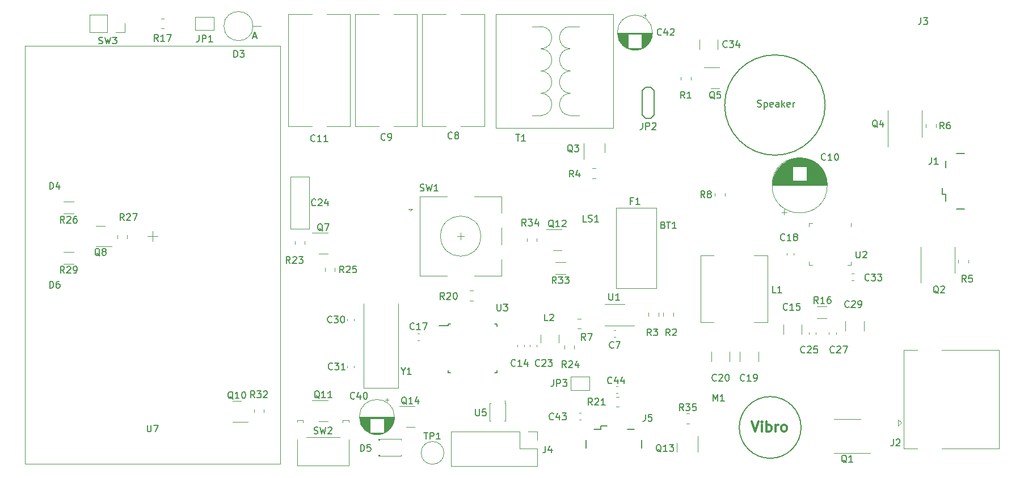
<source format=gbr>
%TF.GenerationSoftware,KiCad,Pcbnew,7.0.6-7.0.6~ubuntu22.04.1*%
%TF.CreationDate,2023-08-07T17:22:58+03:00*%
%TF.ProjectId,xray-v2,78726179-2d76-4322-9e6b-696361645f70,rev?*%
%TF.SameCoordinates,Original*%
%TF.FileFunction,Legend,Top*%
%TF.FilePolarity,Positive*%
%FSLAX46Y46*%
G04 Gerber Fmt 4.6, Leading zero omitted, Abs format (unit mm)*
G04 Created by KiCad (PCBNEW 7.0.6-7.0.6~ubuntu22.04.1) date 2023-08-07 17:22:58*
%MOMM*%
%LPD*%
G01*
G04 APERTURE LIST*
%ADD10C,0.150000*%
%ADD11C,0.300000*%
%ADD12C,0.120000*%
G04 APERTURE END LIST*
D10*
X216800000Y-128600000D02*
G75*
G03*
X216800000Y-128600000I-4609772J0D01*
G01*
X220400000Y-80400000D02*
G75*
G03*
X220400000Y-80400000I-7500000J0D01*
G01*
D11*
X209440225Y-127700828D02*
X209940225Y-129200828D01*
X209940225Y-129200828D02*
X210440225Y-127700828D01*
X210940224Y-129200828D02*
X210940224Y-128200828D01*
X210940224Y-127700828D02*
X210868796Y-127772257D01*
X210868796Y-127772257D02*
X210940224Y-127843685D01*
X210940224Y-127843685D02*
X211011653Y-127772257D01*
X211011653Y-127772257D02*
X210940224Y-127700828D01*
X210940224Y-127700828D02*
X210940224Y-127843685D01*
X211654510Y-129200828D02*
X211654510Y-127700828D01*
X211654510Y-128272257D02*
X211797368Y-128200828D01*
X211797368Y-128200828D02*
X212083082Y-128200828D01*
X212083082Y-128200828D02*
X212225939Y-128272257D01*
X212225939Y-128272257D02*
X212297368Y-128343685D01*
X212297368Y-128343685D02*
X212368796Y-128486542D01*
X212368796Y-128486542D02*
X212368796Y-128915114D01*
X212368796Y-128915114D02*
X212297368Y-129057971D01*
X212297368Y-129057971D02*
X212225939Y-129129400D01*
X212225939Y-129129400D02*
X212083082Y-129200828D01*
X212083082Y-129200828D02*
X211797368Y-129200828D01*
X211797368Y-129200828D02*
X211654510Y-129129400D01*
X213011653Y-129200828D02*
X213011653Y-128200828D01*
X213011653Y-128486542D02*
X213083082Y-128343685D01*
X213083082Y-128343685D02*
X213154511Y-128272257D01*
X213154511Y-128272257D02*
X213297368Y-128200828D01*
X213297368Y-128200828D02*
X213440225Y-128200828D01*
X214154510Y-129200828D02*
X214011653Y-129129400D01*
X214011653Y-129129400D02*
X213940224Y-129057971D01*
X213940224Y-129057971D02*
X213868796Y-128915114D01*
X213868796Y-128915114D02*
X213868796Y-128486542D01*
X213868796Y-128486542D02*
X213940224Y-128343685D01*
X213940224Y-128343685D02*
X214011653Y-128272257D01*
X214011653Y-128272257D02*
X214154510Y-128200828D01*
X214154510Y-128200828D02*
X214368796Y-128200828D01*
X214368796Y-128200828D02*
X214511653Y-128272257D01*
X214511653Y-128272257D02*
X214583082Y-128343685D01*
X214583082Y-128343685D02*
X214654510Y-128486542D01*
X214654510Y-128486542D02*
X214654510Y-128915114D01*
X214654510Y-128915114D02*
X214583082Y-129057971D01*
X214583082Y-129057971D02*
X214511653Y-129129400D01*
X214511653Y-129129400D02*
X214368796Y-129200828D01*
X214368796Y-129200828D02*
X214154510Y-129200828D01*
D10*
X210289160Y-80622200D02*
X210432017Y-80669819D01*
X210432017Y-80669819D02*
X210670112Y-80669819D01*
X210670112Y-80669819D02*
X210765350Y-80622200D01*
X210765350Y-80622200D02*
X210812969Y-80574580D01*
X210812969Y-80574580D02*
X210860588Y-80479342D01*
X210860588Y-80479342D02*
X210860588Y-80384104D01*
X210860588Y-80384104D02*
X210812969Y-80288866D01*
X210812969Y-80288866D02*
X210765350Y-80241247D01*
X210765350Y-80241247D02*
X210670112Y-80193628D01*
X210670112Y-80193628D02*
X210479636Y-80146009D01*
X210479636Y-80146009D02*
X210384398Y-80098390D01*
X210384398Y-80098390D02*
X210336779Y-80050771D01*
X210336779Y-80050771D02*
X210289160Y-79955533D01*
X210289160Y-79955533D02*
X210289160Y-79860295D01*
X210289160Y-79860295D02*
X210336779Y-79765057D01*
X210336779Y-79765057D02*
X210384398Y-79717438D01*
X210384398Y-79717438D02*
X210479636Y-79669819D01*
X210479636Y-79669819D02*
X210717731Y-79669819D01*
X210717731Y-79669819D02*
X210860588Y-79717438D01*
X211289160Y-80003152D02*
X211289160Y-81003152D01*
X211289160Y-80050771D02*
X211384398Y-80003152D01*
X211384398Y-80003152D02*
X211574874Y-80003152D01*
X211574874Y-80003152D02*
X211670112Y-80050771D01*
X211670112Y-80050771D02*
X211717731Y-80098390D01*
X211717731Y-80098390D02*
X211765350Y-80193628D01*
X211765350Y-80193628D02*
X211765350Y-80479342D01*
X211765350Y-80479342D02*
X211717731Y-80574580D01*
X211717731Y-80574580D02*
X211670112Y-80622200D01*
X211670112Y-80622200D02*
X211574874Y-80669819D01*
X211574874Y-80669819D02*
X211384398Y-80669819D01*
X211384398Y-80669819D02*
X211289160Y-80622200D01*
X212574874Y-80622200D02*
X212479636Y-80669819D01*
X212479636Y-80669819D02*
X212289160Y-80669819D01*
X212289160Y-80669819D02*
X212193922Y-80622200D01*
X212193922Y-80622200D02*
X212146303Y-80526961D01*
X212146303Y-80526961D02*
X212146303Y-80146009D01*
X212146303Y-80146009D02*
X212193922Y-80050771D01*
X212193922Y-80050771D02*
X212289160Y-80003152D01*
X212289160Y-80003152D02*
X212479636Y-80003152D01*
X212479636Y-80003152D02*
X212574874Y-80050771D01*
X212574874Y-80050771D02*
X212622493Y-80146009D01*
X212622493Y-80146009D02*
X212622493Y-80241247D01*
X212622493Y-80241247D02*
X212146303Y-80336485D01*
X213479636Y-80669819D02*
X213479636Y-80146009D01*
X213479636Y-80146009D02*
X213432017Y-80050771D01*
X213432017Y-80050771D02*
X213336779Y-80003152D01*
X213336779Y-80003152D02*
X213146303Y-80003152D01*
X213146303Y-80003152D02*
X213051065Y-80050771D01*
X213479636Y-80622200D02*
X213384398Y-80669819D01*
X213384398Y-80669819D02*
X213146303Y-80669819D01*
X213146303Y-80669819D02*
X213051065Y-80622200D01*
X213051065Y-80622200D02*
X213003446Y-80526961D01*
X213003446Y-80526961D02*
X213003446Y-80431723D01*
X213003446Y-80431723D02*
X213051065Y-80336485D01*
X213051065Y-80336485D02*
X213146303Y-80288866D01*
X213146303Y-80288866D02*
X213384398Y-80288866D01*
X213384398Y-80288866D02*
X213479636Y-80241247D01*
X213955827Y-80669819D02*
X213955827Y-79669819D01*
X214051065Y-80288866D02*
X214336779Y-80669819D01*
X214336779Y-80003152D02*
X213955827Y-80384104D01*
X215146303Y-80622200D02*
X215051065Y-80669819D01*
X215051065Y-80669819D02*
X214860589Y-80669819D01*
X214860589Y-80669819D02*
X214765351Y-80622200D01*
X214765351Y-80622200D02*
X214717732Y-80526961D01*
X214717732Y-80526961D02*
X214717732Y-80146009D01*
X214717732Y-80146009D02*
X214765351Y-80050771D01*
X214765351Y-80050771D02*
X214860589Y-80003152D01*
X214860589Y-80003152D02*
X215051065Y-80003152D01*
X215051065Y-80003152D02*
X215146303Y-80050771D01*
X215146303Y-80050771D02*
X215193922Y-80146009D01*
X215193922Y-80146009D02*
X215193922Y-80241247D01*
X215193922Y-80241247D02*
X214717732Y-80336485D01*
X215622494Y-80669819D02*
X215622494Y-80003152D01*
X215622494Y-80193628D02*
X215670113Y-80098390D01*
X215670113Y-80098390D02*
X215717732Y-80050771D01*
X215717732Y-80050771D02*
X215812970Y-80003152D01*
X215812970Y-80003152D02*
X215908208Y-80003152D01*
X145404761Y-99237557D02*
X145309523Y-99189938D01*
X145309523Y-99189938D02*
X145214285Y-99094700D01*
X145214285Y-99094700D02*
X145071428Y-98951842D01*
X145071428Y-98951842D02*
X144976190Y-98904223D01*
X144976190Y-98904223D02*
X144880952Y-98904223D01*
X144928571Y-99142319D02*
X144833333Y-99094700D01*
X144833333Y-99094700D02*
X144738095Y-98999461D01*
X144738095Y-98999461D02*
X144690476Y-98808985D01*
X144690476Y-98808985D02*
X144690476Y-98475652D01*
X144690476Y-98475652D02*
X144738095Y-98285176D01*
X144738095Y-98285176D02*
X144833333Y-98189938D01*
X144833333Y-98189938D02*
X144928571Y-98142319D01*
X144928571Y-98142319D02*
X145119047Y-98142319D01*
X145119047Y-98142319D02*
X145214285Y-98189938D01*
X145214285Y-98189938D02*
X145309523Y-98285176D01*
X145309523Y-98285176D02*
X145357142Y-98475652D01*
X145357142Y-98475652D02*
X145357142Y-98808985D01*
X145357142Y-98808985D02*
X145309523Y-98999461D01*
X145309523Y-98999461D02*
X145214285Y-99094700D01*
X145214285Y-99094700D02*
X145119047Y-99142319D01*
X145119047Y-99142319D02*
X144928571Y-99142319D01*
X145690476Y-98142319D02*
X146357142Y-98142319D01*
X146357142Y-98142319D02*
X145928571Y-99142319D01*
X194433333Y-114854819D02*
X194100000Y-114378628D01*
X193861905Y-114854819D02*
X193861905Y-113854819D01*
X193861905Y-113854819D02*
X194242857Y-113854819D01*
X194242857Y-113854819D02*
X194338095Y-113902438D01*
X194338095Y-113902438D02*
X194385714Y-113950057D01*
X194385714Y-113950057D02*
X194433333Y-114045295D01*
X194433333Y-114045295D02*
X194433333Y-114188152D01*
X194433333Y-114188152D02*
X194385714Y-114283390D01*
X194385714Y-114283390D02*
X194338095Y-114331009D01*
X194338095Y-114331009D02*
X194242857Y-114378628D01*
X194242857Y-114378628D02*
X193861905Y-114378628D01*
X194766667Y-113854819D02*
X195385714Y-113854819D01*
X195385714Y-113854819D02*
X195052381Y-114235771D01*
X195052381Y-114235771D02*
X195195238Y-114235771D01*
X195195238Y-114235771D02*
X195290476Y-114283390D01*
X195290476Y-114283390D02*
X195338095Y-114331009D01*
X195338095Y-114331009D02*
X195385714Y-114426247D01*
X195385714Y-114426247D02*
X195385714Y-114664342D01*
X195385714Y-114664342D02*
X195338095Y-114759580D01*
X195338095Y-114759580D02*
X195290476Y-114807200D01*
X195290476Y-114807200D02*
X195195238Y-114854819D01*
X195195238Y-114854819D02*
X194909524Y-114854819D01*
X194909524Y-114854819D02*
X194814286Y-114807200D01*
X194814286Y-114807200D02*
X194766667Y-114759580D01*
X191666666Y-94731009D02*
X191333333Y-94731009D01*
X191333333Y-95254819D02*
X191333333Y-94254819D01*
X191333333Y-94254819D02*
X191809523Y-94254819D01*
X192714285Y-95254819D02*
X192142857Y-95254819D01*
X192428571Y-95254819D02*
X192428571Y-94254819D01*
X192428571Y-94254819D02*
X192333333Y-94397676D01*
X192333333Y-94397676D02*
X192238095Y-94492914D01*
X192238095Y-94492914D02*
X192142857Y-94540533D01*
X188833333Y-116659580D02*
X188785714Y-116707200D01*
X188785714Y-116707200D02*
X188642857Y-116754819D01*
X188642857Y-116754819D02*
X188547619Y-116754819D01*
X188547619Y-116754819D02*
X188404762Y-116707200D01*
X188404762Y-116707200D02*
X188309524Y-116611961D01*
X188309524Y-116611961D02*
X188261905Y-116516723D01*
X188261905Y-116516723D02*
X188214286Y-116326247D01*
X188214286Y-116326247D02*
X188214286Y-116183390D01*
X188214286Y-116183390D02*
X188261905Y-115992914D01*
X188261905Y-115992914D02*
X188309524Y-115897676D01*
X188309524Y-115897676D02*
X188404762Y-115802438D01*
X188404762Y-115802438D02*
X188547619Y-115754819D01*
X188547619Y-115754819D02*
X188642857Y-115754819D01*
X188642857Y-115754819D02*
X188785714Y-115802438D01*
X188785714Y-115802438D02*
X188833333Y-115850057D01*
X189166667Y-115754819D02*
X189833333Y-115754819D01*
X189833333Y-115754819D02*
X189404762Y-116754819D01*
X195928571Y-132250057D02*
X195833333Y-132202438D01*
X195833333Y-132202438D02*
X195738095Y-132107200D01*
X195738095Y-132107200D02*
X195595238Y-131964342D01*
X195595238Y-131964342D02*
X195500000Y-131916723D01*
X195500000Y-131916723D02*
X195404762Y-131916723D01*
X195452381Y-132154819D02*
X195357143Y-132107200D01*
X195357143Y-132107200D02*
X195261905Y-132011961D01*
X195261905Y-132011961D02*
X195214286Y-131821485D01*
X195214286Y-131821485D02*
X195214286Y-131488152D01*
X195214286Y-131488152D02*
X195261905Y-131297676D01*
X195261905Y-131297676D02*
X195357143Y-131202438D01*
X195357143Y-131202438D02*
X195452381Y-131154819D01*
X195452381Y-131154819D02*
X195642857Y-131154819D01*
X195642857Y-131154819D02*
X195738095Y-131202438D01*
X195738095Y-131202438D02*
X195833333Y-131297676D01*
X195833333Y-131297676D02*
X195880952Y-131488152D01*
X195880952Y-131488152D02*
X195880952Y-131821485D01*
X195880952Y-131821485D02*
X195833333Y-132011961D01*
X195833333Y-132011961D02*
X195738095Y-132107200D01*
X195738095Y-132107200D02*
X195642857Y-132154819D01*
X195642857Y-132154819D02*
X195452381Y-132154819D01*
X196833333Y-132154819D02*
X196261905Y-132154819D01*
X196547619Y-132154819D02*
X196547619Y-131154819D01*
X196547619Y-131154819D02*
X196452381Y-131297676D01*
X196452381Y-131297676D02*
X196357143Y-131392914D01*
X196357143Y-131392914D02*
X196261905Y-131440533D01*
X197166667Y-131154819D02*
X197785714Y-131154819D01*
X197785714Y-131154819D02*
X197452381Y-131535771D01*
X197452381Y-131535771D02*
X197595238Y-131535771D01*
X197595238Y-131535771D02*
X197690476Y-131583390D01*
X197690476Y-131583390D02*
X197738095Y-131631009D01*
X197738095Y-131631009D02*
X197785714Y-131726247D01*
X197785714Y-131726247D02*
X197785714Y-131964342D01*
X197785714Y-131964342D02*
X197738095Y-132059580D01*
X197738095Y-132059580D02*
X197690476Y-132107200D01*
X197690476Y-132107200D02*
X197595238Y-132154819D01*
X197595238Y-132154819D02*
X197309524Y-132154819D01*
X197309524Y-132154819D02*
X197214286Y-132107200D01*
X197214286Y-132107200D02*
X197166667Y-132059580D01*
X146757142Y-112859580D02*
X146709523Y-112907200D01*
X146709523Y-112907200D02*
X146566666Y-112954819D01*
X146566666Y-112954819D02*
X146471428Y-112954819D01*
X146471428Y-112954819D02*
X146328571Y-112907200D01*
X146328571Y-112907200D02*
X146233333Y-112811961D01*
X146233333Y-112811961D02*
X146185714Y-112716723D01*
X146185714Y-112716723D02*
X146138095Y-112526247D01*
X146138095Y-112526247D02*
X146138095Y-112383390D01*
X146138095Y-112383390D02*
X146185714Y-112192914D01*
X146185714Y-112192914D02*
X146233333Y-112097676D01*
X146233333Y-112097676D02*
X146328571Y-112002438D01*
X146328571Y-112002438D02*
X146471428Y-111954819D01*
X146471428Y-111954819D02*
X146566666Y-111954819D01*
X146566666Y-111954819D02*
X146709523Y-112002438D01*
X146709523Y-112002438D02*
X146757142Y-112050057D01*
X147090476Y-111954819D02*
X147709523Y-111954819D01*
X147709523Y-111954819D02*
X147376190Y-112335771D01*
X147376190Y-112335771D02*
X147519047Y-112335771D01*
X147519047Y-112335771D02*
X147614285Y-112383390D01*
X147614285Y-112383390D02*
X147661904Y-112431009D01*
X147661904Y-112431009D02*
X147709523Y-112526247D01*
X147709523Y-112526247D02*
X147709523Y-112764342D01*
X147709523Y-112764342D02*
X147661904Y-112859580D01*
X147661904Y-112859580D02*
X147614285Y-112907200D01*
X147614285Y-112907200D02*
X147519047Y-112954819D01*
X147519047Y-112954819D02*
X147233333Y-112954819D01*
X147233333Y-112954819D02*
X147138095Y-112907200D01*
X147138095Y-112907200D02*
X147090476Y-112859580D01*
X148328571Y-111954819D02*
X148423809Y-111954819D01*
X148423809Y-111954819D02*
X148519047Y-112002438D01*
X148519047Y-112002438D02*
X148566666Y-112050057D01*
X148566666Y-112050057D02*
X148614285Y-112145295D01*
X148614285Y-112145295D02*
X148661904Y-112335771D01*
X148661904Y-112335771D02*
X148661904Y-112573866D01*
X148661904Y-112573866D02*
X148614285Y-112764342D01*
X148614285Y-112764342D02*
X148566666Y-112859580D01*
X148566666Y-112859580D02*
X148519047Y-112907200D01*
X148519047Y-112907200D02*
X148423809Y-112954819D01*
X148423809Y-112954819D02*
X148328571Y-112954819D01*
X148328571Y-112954819D02*
X148233333Y-112907200D01*
X148233333Y-112907200D02*
X148185714Y-112859580D01*
X148185714Y-112859580D02*
X148138095Y-112764342D01*
X148138095Y-112764342D02*
X148090476Y-112573866D01*
X148090476Y-112573866D02*
X148090476Y-112335771D01*
X148090476Y-112335771D02*
X148138095Y-112145295D01*
X148138095Y-112145295D02*
X148185714Y-112050057D01*
X148185714Y-112050057D02*
X148233333Y-112002438D01*
X148233333Y-112002438D02*
X148328571Y-111954819D01*
X135257142Y-124154819D02*
X134923809Y-123678628D01*
X134685714Y-124154819D02*
X134685714Y-123154819D01*
X134685714Y-123154819D02*
X135066666Y-123154819D01*
X135066666Y-123154819D02*
X135161904Y-123202438D01*
X135161904Y-123202438D02*
X135209523Y-123250057D01*
X135209523Y-123250057D02*
X135257142Y-123345295D01*
X135257142Y-123345295D02*
X135257142Y-123488152D01*
X135257142Y-123488152D02*
X135209523Y-123583390D01*
X135209523Y-123583390D02*
X135161904Y-123631009D01*
X135161904Y-123631009D02*
X135066666Y-123678628D01*
X135066666Y-123678628D02*
X134685714Y-123678628D01*
X135590476Y-123154819D02*
X136209523Y-123154819D01*
X136209523Y-123154819D02*
X135876190Y-123535771D01*
X135876190Y-123535771D02*
X136019047Y-123535771D01*
X136019047Y-123535771D02*
X136114285Y-123583390D01*
X136114285Y-123583390D02*
X136161904Y-123631009D01*
X136161904Y-123631009D02*
X136209523Y-123726247D01*
X136209523Y-123726247D02*
X136209523Y-123964342D01*
X136209523Y-123964342D02*
X136161904Y-124059580D01*
X136161904Y-124059580D02*
X136114285Y-124107200D01*
X136114285Y-124107200D02*
X136019047Y-124154819D01*
X136019047Y-124154819D02*
X135733333Y-124154819D01*
X135733333Y-124154819D02*
X135638095Y-124107200D01*
X135638095Y-124107200D02*
X135590476Y-124059580D01*
X136590476Y-123250057D02*
X136638095Y-123202438D01*
X136638095Y-123202438D02*
X136733333Y-123154819D01*
X136733333Y-123154819D02*
X136971428Y-123154819D01*
X136971428Y-123154819D02*
X137066666Y-123202438D01*
X137066666Y-123202438D02*
X137114285Y-123250057D01*
X137114285Y-123250057D02*
X137161904Y-123345295D01*
X137161904Y-123345295D02*
X137161904Y-123440533D01*
X137161904Y-123440533D02*
X137114285Y-123583390D01*
X137114285Y-123583390D02*
X136542857Y-124154819D01*
X136542857Y-124154819D02*
X137161904Y-124154819D01*
X179866071Y-98700057D02*
X179770833Y-98652438D01*
X179770833Y-98652438D02*
X179675595Y-98557200D01*
X179675595Y-98557200D02*
X179532738Y-98414342D01*
X179532738Y-98414342D02*
X179437500Y-98366723D01*
X179437500Y-98366723D02*
X179342262Y-98366723D01*
X179389881Y-98604819D02*
X179294643Y-98557200D01*
X179294643Y-98557200D02*
X179199405Y-98461961D01*
X179199405Y-98461961D02*
X179151786Y-98271485D01*
X179151786Y-98271485D02*
X179151786Y-97938152D01*
X179151786Y-97938152D02*
X179199405Y-97747676D01*
X179199405Y-97747676D02*
X179294643Y-97652438D01*
X179294643Y-97652438D02*
X179389881Y-97604819D01*
X179389881Y-97604819D02*
X179580357Y-97604819D01*
X179580357Y-97604819D02*
X179675595Y-97652438D01*
X179675595Y-97652438D02*
X179770833Y-97747676D01*
X179770833Y-97747676D02*
X179818452Y-97938152D01*
X179818452Y-97938152D02*
X179818452Y-98271485D01*
X179818452Y-98271485D02*
X179770833Y-98461961D01*
X179770833Y-98461961D02*
X179675595Y-98557200D01*
X179675595Y-98557200D02*
X179580357Y-98604819D01*
X179580357Y-98604819D02*
X179389881Y-98604819D01*
X180770833Y-98604819D02*
X180199405Y-98604819D01*
X180485119Y-98604819D02*
X180485119Y-97604819D01*
X180485119Y-97604819D02*
X180389881Y-97747676D01*
X180389881Y-97747676D02*
X180294643Y-97842914D01*
X180294643Y-97842914D02*
X180199405Y-97890533D01*
X181151786Y-97700057D02*
X181199405Y-97652438D01*
X181199405Y-97652438D02*
X181294643Y-97604819D01*
X181294643Y-97604819D02*
X181532738Y-97604819D01*
X181532738Y-97604819D02*
X181627976Y-97652438D01*
X181627976Y-97652438D02*
X181675595Y-97700057D01*
X181675595Y-97700057D02*
X181723214Y-97795295D01*
X181723214Y-97795295D02*
X181723214Y-97890533D01*
X181723214Y-97890533D02*
X181675595Y-98033390D01*
X181675595Y-98033390D02*
X181104167Y-98604819D01*
X181104167Y-98604819D02*
X181723214Y-98604819D01*
X159966667Y-93207200D02*
X160109524Y-93254819D01*
X160109524Y-93254819D02*
X160347619Y-93254819D01*
X160347619Y-93254819D02*
X160442857Y-93207200D01*
X160442857Y-93207200D02*
X160490476Y-93159580D01*
X160490476Y-93159580D02*
X160538095Y-93064342D01*
X160538095Y-93064342D02*
X160538095Y-92969104D01*
X160538095Y-92969104D02*
X160490476Y-92873866D01*
X160490476Y-92873866D02*
X160442857Y-92826247D01*
X160442857Y-92826247D02*
X160347619Y-92778628D01*
X160347619Y-92778628D02*
X160157143Y-92731009D01*
X160157143Y-92731009D02*
X160061905Y-92683390D01*
X160061905Y-92683390D02*
X160014286Y-92635771D01*
X160014286Y-92635771D02*
X159966667Y-92540533D01*
X159966667Y-92540533D02*
X159966667Y-92445295D01*
X159966667Y-92445295D02*
X160014286Y-92350057D01*
X160014286Y-92350057D02*
X160061905Y-92302438D01*
X160061905Y-92302438D02*
X160157143Y-92254819D01*
X160157143Y-92254819D02*
X160395238Y-92254819D01*
X160395238Y-92254819D02*
X160538095Y-92302438D01*
X160871429Y-92254819D02*
X161109524Y-93254819D01*
X161109524Y-93254819D02*
X161300000Y-92540533D01*
X161300000Y-92540533D02*
X161490476Y-93254819D01*
X161490476Y-93254819D02*
X161728572Y-92254819D01*
X162633333Y-93254819D02*
X162061905Y-93254819D01*
X162347619Y-93254819D02*
X162347619Y-92254819D01*
X162347619Y-92254819D02*
X162252381Y-92397676D01*
X162252381Y-92397676D02*
X162157143Y-92492914D01*
X162157143Y-92492914D02*
X162061905Y-92540533D01*
X112154761Y-102950057D02*
X112059523Y-102902438D01*
X112059523Y-102902438D02*
X111964285Y-102807200D01*
X111964285Y-102807200D02*
X111821428Y-102664342D01*
X111821428Y-102664342D02*
X111726190Y-102616723D01*
X111726190Y-102616723D02*
X111630952Y-102616723D01*
X111678571Y-102854819D02*
X111583333Y-102807200D01*
X111583333Y-102807200D02*
X111488095Y-102711961D01*
X111488095Y-102711961D02*
X111440476Y-102521485D01*
X111440476Y-102521485D02*
X111440476Y-102188152D01*
X111440476Y-102188152D02*
X111488095Y-101997676D01*
X111488095Y-101997676D02*
X111583333Y-101902438D01*
X111583333Y-101902438D02*
X111678571Y-101854819D01*
X111678571Y-101854819D02*
X111869047Y-101854819D01*
X111869047Y-101854819D02*
X111964285Y-101902438D01*
X111964285Y-101902438D02*
X112059523Y-101997676D01*
X112059523Y-101997676D02*
X112107142Y-102188152D01*
X112107142Y-102188152D02*
X112107142Y-102521485D01*
X112107142Y-102521485D02*
X112059523Y-102711961D01*
X112059523Y-102711961D02*
X111964285Y-102807200D01*
X111964285Y-102807200D02*
X111869047Y-102854819D01*
X111869047Y-102854819D02*
X111678571Y-102854819D01*
X112678571Y-102283390D02*
X112583333Y-102235771D01*
X112583333Y-102235771D02*
X112535714Y-102188152D01*
X112535714Y-102188152D02*
X112488095Y-102092914D01*
X112488095Y-102092914D02*
X112488095Y-102045295D01*
X112488095Y-102045295D02*
X112535714Y-101950057D01*
X112535714Y-101950057D02*
X112583333Y-101902438D01*
X112583333Y-101902438D02*
X112678571Y-101854819D01*
X112678571Y-101854819D02*
X112869047Y-101854819D01*
X112869047Y-101854819D02*
X112964285Y-101902438D01*
X112964285Y-101902438D02*
X113011904Y-101950057D01*
X113011904Y-101950057D02*
X113059523Y-102045295D01*
X113059523Y-102045295D02*
X113059523Y-102092914D01*
X113059523Y-102092914D02*
X113011904Y-102188152D01*
X113011904Y-102188152D02*
X112964285Y-102235771D01*
X112964285Y-102235771D02*
X112869047Y-102283390D01*
X112869047Y-102283390D02*
X112678571Y-102283390D01*
X112678571Y-102283390D02*
X112583333Y-102331009D01*
X112583333Y-102331009D02*
X112535714Y-102378628D01*
X112535714Y-102378628D02*
X112488095Y-102473866D01*
X112488095Y-102473866D02*
X112488095Y-102664342D01*
X112488095Y-102664342D02*
X112535714Y-102759580D01*
X112535714Y-102759580D02*
X112583333Y-102807200D01*
X112583333Y-102807200D02*
X112678571Y-102854819D01*
X112678571Y-102854819D02*
X112869047Y-102854819D01*
X112869047Y-102854819D02*
X112964285Y-102807200D01*
X112964285Y-102807200D02*
X113011904Y-102759580D01*
X113011904Y-102759580D02*
X113059523Y-102664342D01*
X113059523Y-102664342D02*
X113059523Y-102473866D01*
X113059523Y-102473866D02*
X113011904Y-102378628D01*
X113011904Y-102378628D02*
X112964285Y-102331009D01*
X112964285Y-102331009D02*
X112869047Y-102283390D01*
X221757142Y-117359580D02*
X221709523Y-117407200D01*
X221709523Y-117407200D02*
X221566666Y-117454819D01*
X221566666Y-117454819D02*
X221471428Y-117454819D01*
X221471428Y-117454819D02*
X221328571Y-117407200D01*
X221328571Y-117407200D02*
X221233333Y-117311961D01*
X221233333Y-117311961D02*
X221185714Y-117216723D01*
X221185714Y-117216723D02*
X221138095Y-117026247D01*
X221138095Y-117026247D02*
X221138095Y-116883390D01*
X221138095Y-116883390D02*
X221185714Y-116692914D01*
X221185714Y-116692914D02*
X221233333Y-116597676D01*
X221233333Y-116597676D02*
X221328571Y-116502438D01*
X221328571Y-116502438D02*
X221471428Y-116454819D01*
X221471428Y-116454819D02*
X221566666Y-116454819D01*
X221566666Y-116454819D02*
X221709523Y-116502438D01*
X221709523Y-116502438D02*
X221757142Y-116550057D01*
X222138095Y-116550057D02*
X222185714Y-116502438D01*
X222185714Y-116502438D02*
X222280952Y-116454819D01*
X222280952Y-116454819D02*
X222519047Y-116454819D01*
X222519047Y-116454819D02*
X222614285Y-116502438D01*
X222614285Y-116502438D02*
X222661904Y-116550057D01*
X222661904Y-116550057D02*
X222709523Y-116645295D01*
X222709523Y-116645295D02*
X222709523Y-116740533D01*
X222709523Y-116740533D02*
X222661904Y-116883390D01*
X222661904Y-116883390D02*
X222090476Y-117454819D01*
X222090476Y-117454819D02*
X222709523Y-117454819D01*
X223042857Y-116454819D02*
X223709523Y-116454819D01*
X223709523Y-116454819D02*
X223280952Y-117454819D01*
X188138095Y-108554819D02*
X188138095Y-109364342D01*
X188138095Y-109364342D02*
X188185714Y-109459580D01*
X188185714Y-109459580D02*
X188233333Y-109507200D01*
X188233333Y-109507200D02*
X188328571Y-109554819D01*
X188328571Y-109554819D02*
X188519047Y-109554819D01*
X188519047Y-109554819D02*
X188614285Y-109507200D01*
X188614285Y-109507200D02*
X188661904Y-109459580D01*
X188661904Y-109459580D02*
X188709523Y-109364342D01*
X188709523Y-109364342D02*
X188709523Y-108554819D01*
X189709523Y-109554819D02*
X189138095Y-109554819D01*
X189423809Y-109554819D02*
X189423809Y-108554819D01*
X189423809Y-108554819D02*
X189328571Y-108697676D01*
X189328571Y-108697676D02*
X189233333Y-108792914D01*
X189233333Y-108792914D02*
X189138095Y-108840533D01*
X188557142Y-121959580D02*
X188509523Y-122007200D01*
X188509523Y-122007200D02*
X188366666Y-122054819D01*
X188366666Y-122054819D02*
X188271428Y-122054819D01*
X188271428Y-122054819D02*
X188128571Y-122007200D01*
X188128571Y-122007200D02*
X188033333Y-121911961D01*
X188033333Y-121911961D02*
X187985714Y-121816723D01*
X187985714Y-121816723D02*
X187938095Y-121626247D01*
X187938095Y-121626247D02*
X187938095Y-121483390D01*
X187938095Y-121483390D02*
X187985714Y-121292914D01*
X187985714Y-121292914D02*
X188033333Y-121197676D01*
X188033333Y-121197676D02*
X188128571Y-121102438D01*
X188128571Y-121102438D02*
X188271428Y-121054819D01*
X188271428Y-121054819D02*
X188366666Y-121054819D01*
X188366666Y-121054819D02*
X188509523Y-121102438D01*
X188509523Y-121102438D02*
X188557142Y-121150057D01*
X189414285Y-121388152D02*
X189414285Y-122054819D01*
X189176190Y-121007200D02*
X188938095Y-121721485D01*
X188938095Y-121721485D02*
X189557142Y-121721485D01*
X190366666Y-121388152D02*
X190366666Y-122054819D01*
X190128571Y-121007200D02*
X189890476Y-121721485D01*
X189890476Y-121721485D02*
X190509523Y-121721485D01*
X199433333Y-79379819D02*
X199100000Y-78903628D01*
X198861905Y-79379819D02*
X198861905Y-78379819D01*
X198861905Y-78379819D02*
X199242857Y-78379819D01*
X199242857Y-78379819D02*
X199338095Y-78427438D01*
X199338095Y-78427438D02*
X199385714Y-78475057D01*
X199385714Y-78475057D02*
X199433333Y-78570295D01*
X199433333Y-78570295D02*
X199433333Y-78713152D01*
X199433333Y-78713152D02*
X199385714Y-78808390D01*
X199385714Y-78808390D02*
X199338095Y-78856009D01*
X199338095Y-78856009D02*
X199242857Y-78903628D01*
X199242857Y-78903628D02*
X198861905Y-78903628D01*
X200385714Y-79379819D02*
X199814286Y-79379819D01*
X200100000Y-79379819D02*
X200100000Y-78379819D01*
X200100000Y-78379819D02*
X200004762Y-78522676D01*
X200004762Y-78522676D02*
X199909524Y-78617914D01*
X199909524Y-78617914D02*
X199814286Y-78665533D01*
X151061905Y-132154819D02*
X151061905Y-131154819D01*
X151061905Y-131154819D02*
X151300000Y-131154819D01*
X151300000Y-131154819D02*
X151442857Y-131202438D01*
X151442857Y-131202438D02*
X151538095Y-131297676D01*
X151538095Y-131297676D02*
X151585714Y-131392914D01*
X151585714Y-131392914D02*
X151633333Y-131583390D01*
X151633333Y-131583390D02*
X151633333Y-131726247D01*
X151633333Y-131726247D02*
X151585714Y-131916723D01*
X151585714Y-131916723D02*
X151538095Y-132011961D01*
X151538095Y-132011961D02*
X151442857Y-132107200D01*
X151442857Y-132107200D02*
X151300000Y-132154819D01*
X151300000Y-132154819D02*
X151061905Y-132154819D01*
X152538095Y-131154819D02*
X152061905Y-131154819D01*
X152061905Y-131154819D02*
X152014286Y-131631009D01*
X152014286Y-131631009D02*
X152061905Y-131583390D01*
X152061905Y-131583390D02*
X152157143Y-131535771D01*
X152157143Y-131535771D02*
X152395238Y-131535771D01*
X152395238Y-131535771D02*
X152490476Y-131583390D01*
X152490476Y-131583390D02*
X152538095Y-131631009D01*
X152538095Y-131631009D02*
X152585714Y-131726247D01*
X152585714Y-131726247D02*
X152585714Y-131964342D01*
X152585714Y-131964342D02*
X152538095Y-132059580D01*
X152538095Y-132059580D02*
X152490476Y-132107200D01*
X152490476Y-132107200D02*
X152395238Y-132154819D01*
X152395238Y-132154819D02*
X152157143Y-132154819D01*
X152157143Y-132154819D02*
X152061905Y-132107200D01*
X152061905Y-132107200D02*
X152014286Y-132059580D01*
X205757142Y-71684580D02*
X205709523Y-71732200D01*
X205709523Y-71732200D02*
X205566666Y-71779819D01*
X205566666Y-71779819D02*
X205471428Y-71779819D01*
X205471428Y-71779819D02*
X205328571Y-71732200D01*
X205328571Y-71732200D02*
X205233333Y-71636961D01*
X205233333Y-71636961D02*
X205185714Y-71541723D01*
X205185714Y-71541723D02*
X205138095Y-71351247D01*
X205138095Y-71351247D02*
X205138095Y-71208390D01*
X205138095Y-71208390D02*
X205185714Y-71017914D01*
X205185714Y-71017914D02*
X205233333Y-70922676D01*
X205233333Y-70922676D02*
X205328571Y-70827438D01*
X205328571Y-70827438D02*
X205471428Y-70779819D01*
X205471428Y-70779819D02*
X205566666Y-70779819D01*
X205566666Y-70779819D02*
X205709523Y-70827438D01*
X205709523Y-70827438D02*
X205757142Y-70875057D01*
X206090476Y-70779819D02*
X206709523Y-70779819D01*
X206709523Y-70779819D02*
X206376190Y-71160771D01*
X206376190Y-71160771D02*
X206519047Y-71160771D01*
X206519047Y-71160771D02*
X206614285Y-71208390D01*
X206614285Y-71208390D02*
X206661904Y-71256009D01*
X206661904Y-71256009D02*
X206709523Y-71351247D01*
X206709523Y-71351247D02*
X206709523Y-71589342D01*
X206709523Y-71589342D02*
X206661904Y-71684580D01*
X206661904Y-71684580D02*
X206614285Y-71732200D01*
X206614285Y-71732200D02*
X206519047Y-71779819D01*
X206519047Y-71779819D02*
X206233333Y-71779819D01*
X206233333Y-71779819D02*
X206138095Y-71732200D01*
X206138095Y-71732200D02*
X206090476Y-71684580D01*
X207566666Y-71113152D02*
X207566666Y-71779819D01*
X207328571Y-70732200D02*
X207090476Y-71446485D01*
X207090476Y-71446485D02*
X207709523Y-71446485D01*
X213033333Y-108454819D02*
X212557143Y-108454819D01*
X212557143Y-108454819D02*
X212557143Y-107454819D01*
X213890476Y-108454819D02*
X213319048Y-108454819D01*
X213604762Y-108454819D02*
X213604762Y-107454819D01*
X213604762Y-107454819D02*
X213509524Y-107597676D01*
X213509524Y-107597676D02*
X213414286Y-107692914D01*
X213414286Y-107692914D02*
X213319048Y-107740533D01*
X164733333Y-85359580D02*
X164685714Y-85407200D01*
X164685714Y-85407200D02*
X164542857Y-85454819D01*
X164542857Y-85454819D02*
X164447619Y-85454819D01*
X164447619Y-85454819D02*
X164304762Y-85407200D01*
X164304762Y-85407200D02*
X164209524Y-85311961D01*
X164209524Y-85311961D02*
X164161905Y-85216723D01*
X164161905Y-85216723D02*
X164114286Y-85026247D01*
X164114286Y-85026247D02*
X164114286Y-84883390D01*
X164114286Y-84883390D02*
X164161905Y-84692914D01*
X164161905Y-84692914D02*
X164209524Y-84597676D01*
X164209524Y-84597676D02*
X164304762Y-84502438D01*
X164304762Y-84502438D02*
X164447619Y-84454819D01*
X164447619Y-84454819D02*
X164542857Y-84454819D01*
X164542857Y-84454819D02*
X164685714Y-84502438D01*
X164685714Y-84502438D02*
X164733333Y-84550057D01*
X165304762Y-84883390D02*
X165209524Y-84835771D01*
X165209524Y-84835771D02*
X165161905Y-84788152D01*
X165161905Y-84788152D02*
X165114286Y-84692914D01*
X165114286Y-84692914D02*
X165114286Y-84645295D01*
X165114286Y-84645295D02*
X165161905Y-84550057D01*
X165161905Y-84550057D02*
X165209524Y-84502438D01*
X165209524Y-84502438D02*
X165304762Y-84454819D01*
X165304762Y-84454819D02*
X165495238Y-84454819D01*
X165495238Y-84454819D02*
X165590476Y-84502438D01*
X165590476Y-84502438D02*
X165638095Y-84550057D01*
X165638095Y-84550057D02*
X165685714Y-84645295D01*
X165685714Y-84645295D02*
X165685714Y-84692914D01*
X165685714Y-84692914D02*
X165638095Y-84788152D01*
X165638095Y-84788152D02*
X165590476Y-84835771D01*
X165590476Y-84835771D02*
X165495238Y-84883390D01*
X165495238Y-84883390D02*
X165304762Y-84883390D01*
X165304762Y-84883390D02*
X165209524Y-84931009D01*
X165209524Y-84931009D02*
X165161905Y-84978628D01*
X165161905Y-84978628D02*
X165114286Y-85073866D01*
X165114286Y-85073866D02*
X165114286Y-85264342D01*
X165114286Y-85264342D02*
X165161905Y-85359580D01*
X165161905Y-85359580D02*
X165209524Y-85407200D01*
X165209524Y-85407200D02*
X165304762Y-85454819D01*
X165304762Y-85454819D02*
X165495238Y-85454819D01*
X165495238Y-85454819D02*
X165590476Y-85407200D01*
X165590476Y-85407200D02*
X165638095Y-85359580D01*
X165638095Y-85359580D02*
X165685714Y-85264342D01*
X165685714Y-85264342D02*
X165685714Y-85073866D01*
X165685714Y-85073866D02*
X165638095Y-84978628D01*
X165638095Y-84978628D02*
X165590476Y-84931009D01*
X165590476Y-84931009D02*
X165495238Y-84883390D01*
X174238095Y-84779819D02*
X174809523Y-84779819D01*
X174523809Y-85779819D02*
X174523809Y-84779819D01*
X175666666Y-85779819D02*
X175095238Y-85779819D01*
X175380952Y-85779819D02*
X175380952Y-84779819D01*
X175380952Y-84779819D02*
X175285714Y-84922676D01*
X175285714Y-84922676D02*
X175190476Y-85017914D01*
X175190476Y-85017914D02*
X175095238Y-85065533D01*
X175757142Y-98454819D02*
X175423809Y-97978628D01*
X175185714Y-98454819D02*
X175185714Y-97454819D01*
X175185714Y-97454819D02*
X175566666Y-97454819D01*
X175566666Y-97454819D02*
X175661904Y-97502438D01*
X175661904Y-97502438D02*
X175709523Y-97550057D01*
X175709523Y-97550057D02*
X175757142Y-97645295D01*
X175757142Y-97645295D02*
X175757142Y-97788152D01*
X175757142Y-97788152D02*
X175709523Y-97883390D01*
X175709523Y-97883390D02*
X175661904Y-97931009D01*
X175661904Y-97931009D02*
X175566666Y-97978628D01*
X175566666Y-97978628D02*
X175185714Y-97978628D01*
X176090476Y-97454819D02*
X176709523Y-97454819D01*
X176709523Y-97454819D02*
X176376190Y-97835771D01*
X176376190Y-97835771D02*
X176519047Y-97835771D01*
X176519047Y-97835771D02*
X176614285Y-97883390D01*
X176614285Y-97883390D02*
X176661904Y-97931009D01*
X176661904Y-97931009D02*
X176709523Y-98026247D01*
X176709523Y-98026247D02*
X176709523Y-98264342D01*
X176709523Y-98264342D02*
X176661904Y-98359580D01*
X176661904Y-98359580D02*
X176614285Y-98407200D01*
X176614285Y-98407200D02*
X176519047Y-98454819D01*
X176519047Y-98454819D02*
X176233333Y-98454819D01*
X176233333Y-98454819D02*
X176138095Y-98407200D01*
X176138095Y-98407200D02*
X176090476Y-98359580D01*
X177566666Y-97788152D02*
X177566666Y-98454819D01*
X177328571Y-97407200D02*
X177090476Y-98121485D01*
X177090476Y-98121485D02*
X177709523Y-98121485D01*
X126966666Y-69954819D02*
X126966666Y-70669104D01*
X126966666Y-70669104D02*
X126919047Y-70811961D01*
X126919047Y-70811961D02*
X126823809Y-70907200D01*
X126823809Y-70907200D02*
X126680952Y-70954819D01*
X126680952Y-70954819D02*
X126585714Y-70954819D01*
X127442857Y-70954819D02*
X127442857Y-69954819D01*
X127442857Y-69954819D02*
X127823809Y-69954819D01*
X127823809Y-69954819D02*
X127919047Y-70002438D01*
X127919047Y-70002438D02*
X127966666Y-70050057D01*
X127966666Y-70050057D02*
X128014285Y-70145295D01*
X128014285Y-70145295D02*
X128014285Y-70288152D01*
X128014285Y-70288152D02*
X127966666Y-70383390D01*
X127966666Y-70383390D02*
X127919047Y-70431009D01*
X127919047Y-70431009D02*
X127823809Y-70478628D01*
X127823809Y-70478628D02*
X127442857Y-70478628D01*
X128966666Y-70954819D02*
X128395238Y-70954819D01*
X128680952Y-70954819D02*
X128680952Y-69954819D01*
X128680952Y-69954819D02*
X128585714Y-70097676D01*
X128585714Y-70097676D02*
X128490476Y-70192914D01*
X128490476Y-70192914D02*
X128395238Y-70240533D01*
X115757142Y-97654819D02*
X115423809Y-97178628D01*
X115185714Y-97654819D02*
X115185714Y-96654819D01*
X115185714Y-96654819D02*
X115566666Y-96654819D01*
X115566666Y-96654819D02*
X115661904Y-96702438D01*
X115661904Y-96702438D02*
X115709523Y-96750057D01*
X115709523Y-96750057D02*
X115757142Y-96845295D01*
X115757142Y-96845295D02*
X115757142Y-96988152D01*
X115757142Y-96988152D02*
X115709523Y-97083390D01*
X115709523Y-97083390D02*
X115661904Y-97131009D01*
X115661904Y-97131009D02*
X115566666Y-97178628D01*
X115566666Y-97178628D02*
X115185714Y-97178628D01*
X116138095Y-96750057D02*
X116185714Y-96702438D01*
X116185714Y-96702438D02*
X116280952Y-96654819D01*
X116280952Y-96654819D02*
X116519047Y-96654819D01*
X116519047Y-96654819D02*
X116614285Y-96702438D01*
X116614285Y-96702438D02*
X116661904Y-96750057D01*
X116661904Y-96750057D02*
X116709523Y-96845295D01*
X116709523Y-96845295D02*
X116709523Y-96940533D01*
X116709523Y-96940533D02*
X116661904Y-97083390D01*
X116661904Y-97083390D02*
X116090476Y-97654819D01*
X116090476Y-97654819D02*
X116709523Y-97654819D01*
X117042857Y-96654819D02*
X117709523Y-96654819D01*
X117709523Y-96654819D02*
X117280952Y-97654819D01*
X197233333Y-114854819D02*
X196900000Y-114378628D01*
X196661905Y-114854819D02*
X196661905Y-113854819D01*
X196661905Y-113854819D02*
X197042857Y-113854819D01*
X197042857Y-113854819D02*
X197138095Y-113902438D01*
X197138095Y-113902438D02*
X197185714Y-113950057D01*
X197185714Y-113950057D02*
X197233333Y-114045295D01*
X197233333Y-114045295D02*
X197233333Y-114188152D01*
X197233333Y-114188152D02*
X197185714Y-114283390D01*
X197185714Y-114283390D02*
X197138095Y-114331009D01*
X197138095Y-114331009D02*
X197042857Y-114378628D01*
X197042857Y-114378628D02*
X196661905Y-114378628D01*
X197614286Y-113950057D02*
X197661905Y-113902438D01*
X197661905Y-113902438D02*
X197757143Y-113854819D01*
X197757143Y-113854819D02*
X197995238Y-113854819D01*
X197995238Y-113854819D02*
X198090476Y-113902438D01*
X198090476Y-113902438D02*
X198138095Y-113950057D01*
X198138095Y-113950057D02*
X198185714Y-114045295D01*
X198185714Y-114045295D02*
X198185714Y-114140533D01*
X198185714Y-114140533D02*
X198138095Y-114283390D01*
X198138095Y-114283390D02*
X197566667Y-114854819D01*
X197566667Y-114854819D02*
X198185714Y-114854819D01*
X185657639Y-125254819D02*
X185324306Y-124778628D01*
X185086211Y-125254819D02*
X185086211Y-124254819D01*
X185086211Y-124254819D02*
X185467163Y-124254819D01*
X185467163Y-124254819D02*
X185562401Y-124302438D01*
X185562401Y-124302438D02*
X185610020Y-124350057D01*
X185610020Y-124350057D02*
X185657639Y-124445295D01*
X185657639Y-124445295D02*
X185657639Y-124588152D01*
X185657639Y-124588152D02*
X185610020Y-124683390D01*
X185610020Y-124683390D02*
X185562401Y-124731009D01*
X185562401Y-124731009D02*
X185467163Y-124778628D01*
X185467163Y-124778628D02*
X185086211Y-124778628D01*
X186038592Y-124350057D02*
X186086211Y-124302438D01*
X186086211Y-124302438D02*
X186181449Y-124254819D01*
X186181449Y-124254819D02*
X186419544Y-124254819D01*
X186419544Y-124254819D02*
X186514782Y-124302438D01*
X186514782Y-124302438D02*
X186562401Y-124350057D01*
X186562401Y-124350057D02*
X186610020Y-124445295D01*
X186610020Y-124445295D02*
X186610020Y-124540533D01*
X186610020Y-124540533D02*
X186562401Y-124683390D01*
X186562401Y-124683390D02*
X185990973Y-125254819D01*
X185990973Y-125254819D02*
X186610020Y-125254819D01*
X187562401Y-125254819D02*
X186990973Y-125254819D01*
X187276687Y-125254819D02*
X187276687Y-124254819D01*
X187276687Y-124254819D02*
X187181449Y-124397676D01*
X187181449Y-124397676D02*
X187086211Y-124492914D01*
X187086211Y-124492914D02*
X186990973Y-124540533D01*
X230566666Y-130354819D02*
X230566666Y-131069104D01*
X230566666Y-131069104D02*
X230519047Y-131211961D01*
X230519047Y-131211961D02*
X230423809Y-131307200D01*
X230423809Y-131307200D02*
X230280952Y-131354819D01*
X230280952Y-131354819D02*
X230185714Y-131354819D01*
X230995238Y-130450057D02*
X231042857Y-130402438D01*
X231042857Y-130402438D02*
X231138095Y-130354819D01*
X231138095Y-130354819D02*
X231376190Y-130354819D01*
X231376190Y-130354819D02*
X231471428Y-130402438D01*
X231471428Y-130402438D02*
X231519047Y-130450057D01*
X231519047Y-130450057D02*
X231566666Y-130545295D01*
X231566666Y-130545295D02*
X231566666Y-130640533D01*
X231566666Y-130640533D02*
X231519047Y-130783390D01*
X231519047Y-130783390D02*
X230947619Y-131354819D01*
X230947619Y-131354819D02*
X231566666Y-131354819D01*
X111991667Y-71207200D02*
X112134524Y-71254819D01*
X112134524Y-71254819D02*
X112372619Y-71254819D01*
X112372619Y-71254819D02*
X112467857Y-71207200D01*
X112467857Y-71207200D02*
X112515476Y-71159580D01*
X112515476Y-71159580D02*
X112563095Y-71064342D01*
X112563095Y-71064342D02*
X112563095Y-70969104D01*
X112563095Y-70969104D02*
X112515476Y-70873866D01*
X112515476Y-70873866D02*
X112467857Y-70826247D01*
X112467857Y-70826247D02*
X112372619Y-70778628D01*
X112372619Y-70778628D02*
X112182143Y-70731009D01*
X112182143Y-70731009D02*
X112086905Y-70683390D01*
X112086905Y-70683390D02*
X112039286Y-70635771D01*
X112039286Y-70635771D02*
X111991667Y-70540533D01*
X111991667Y-70540533D02*
X111991667Y-70445295D01*
X111991667Y-70445295D02*
X112039286Y-70350057D01*
X112039286Y-70350057D02*
X112086905Y-70302438D01*
X112086905Y-70302438D02*
X112182143Y-70254819D01*
X112182143Y-70254819D02*
X112420238Y-70254819D01*
X112420238Y-70254819D02*
X112563095Y-70302438D01*
X112896429Y-70254819D02*
X113134524Y-71254819D01*
X113134524Y-71254819D02*
X113325000Y-70540533D01*
X113325000Y-70540533D02*
X113515476Y-71254819D01*
X113515476Y-71254819D02*
X113753572Y-70254819D01*
X114039286Y-70254819D02*
X114658333Y-70254819D01*
X114658333Y-70254819D02*
X114325000Y-70635771D01*
X114325000Y-70635771D02*
X114467857Y-70635771D01*
X114467857Y-70635771D02*
X114563095Y-70683390D01*
X114563095Y-70683390D02*
X114610714Y-70731009D01*
X114610714Y-70731009D02*
X114658333Y-70826247D01*
X114658333Y-70826247D02*
X114658333Y-71064342D01*
X114658333Y-71064342D02*
X114610714Y-71159580D01*
X114610714Y-71159580D02*
X114563095Y-71207200D01*
X114563095Y-71207200D02*
X114467857Y-71254819D01*
X114467857Y-71254819D02*
X114182143Y-71254819D01*
X114182143Y-71254819D02*
X114086905Y-71207200D01*
X114086905Y-71207200D02*
X114039286Y-71159580D01*
X160538095Y-129356819D02*
X161109523Y-129356819D01*
X160823809Y-130356819D02*
X160823809Y-129356819D01*
X161442857Y-130356819D02*
X161442857Y-129356819D01*
X161442857Y-129356819D02*
X161823809Y-129356819D01*
X161823809Y-129356819D02*
X161919047Y-129404438D01*
X161919047Y-129404438D02*
X161966666Y-129452057D01*
X161966666Y-129452057D02*
X162014285Y-129547295D01*
X162014285Y-129547295D02*
X162014285Y-129690152D01*
X162014285Y-129690152D02*
X161966666Y-129785390D01*
X161966666Y-129785390D02*
X161919047Y-129833009D01*
X161919047Y-129833009D02*
X161823809Y-129880628D01*
X161823809Y-129880628D02*
X161442857Y-129880628D01*
X162966666Y-130356819D02*
X162395238Y-130356819D01*
X162680952Y-130356819D02*
X162680952Y-129356819D01*
X162680952Y-129356819D02*
X162585714Y-129499676D01*
X162585714Y-129499676D02*
X162490476Y-129594914D01*
X162490476Y-129594914D02*
X162395238Y-129642533D01*
X214757142Y-110959580D02*
X214709523Y-111007200D01*
X214709523Y-111007200D02*
X214566666Y-111054819D01*
X214566666Y-111054819D02*
X214471428Y-111054819D01*
X214471428Y-111054819D02*
X214328571Y-111007200D01*
X214328571Y-111007200D02*
X214233333Y-110911961D01*
X214233333Y-110911961D02*
X214185714Y-110816723D01*
X214185714Y-110816723D02*
X214138095Y-110626247D01*
X214138095Y-110626247D02*
X214138095Y-110483390D01*
X214138095Y-110483390D02*
X214185714Y-110292914D01*
X214185714Y-110292914D02*
X214233333Y-110197676D01*
X214233333Y-110197676D02*
X214328571Y-110102438D01*
X214328571Y-110102438D02*
X214471428Y-110054819D01*
X214471428Y-110054819D02*
X214566666Y-110054819D01*
X214566666Y-110054819D02*
X214709523Y-110102438D01*
X214709523Y-110102438D02*
X214757142Y-110150057D01*
X215709523Y-111054819D02*
X215138095Y-111054819D01*
X215423809Y-111054819D02*
X215423809Y-110054819D01*
X215423809Y-110054819D02*
X215328571Y-110197676D01*
X215328571Y-110197676D02*
X215233333Y-110292914D01*
X215233333Y-110292914D02*
X215138095Y-110340533D01*
X216614285Y-110054819D02*
X216138095Y-110054819D01*
X216138095Y-110054819D02*
X216090476Y-110531009D01*
X216090476Y-110531009D02*
X216138095Y-110483390D01*
X216138095Y-110483390D02*
X216233333Y-110435771D01*
X216233333Y-110435771D02*
X216471428Y-110435771D01*
X216471428Y-110435771D02*
X216566666Y-110483390D01*
X216566666Y-110483390D02*
X216614285Y-110531009D01*
X216614285Y-110531009D02*
X216661904Y-110626247D01*
X216661904Y-110626247D02*
X216661904Y-110864342D01*
X216661904Y-110864342D02*
X216614285Y-110959580D01*
X216614285Y-110959580D02*
X216566666Y-111007200D01*
X216566666Y-111007200D02*
X216471428Y-111054819D01*
X216471428Y-111054819D02*
X216233333Y-111054819D01*
X216233333Y-111054819D02*
X216138095Y-111007200D01*
X216138095Y-111007200D02*
X216090476Y-110959580D01*
X150157142Y-124259580D02*
X150109523Y-124307200D01*
X150109523Y-124307200D02*
X149966666Y-124354819D01*
X149966666Y-124354819D02*
X149871428Y-124354819D01*
X149871428Y-124354819D02*
X149728571Y-124307200D01*
X149728571Y-124307200D02*
X149633333Y-124211961D01*
X149633333Y-124211961D02*
X149585714Y-124116723D01*
X149585714Y-124116723D02*
X149538095Y-123926247D01*
X149538095Y-123926247D02*
X149538095Y-123783390D01*
X149538095Y-123783390D02*
X149585714Y-123592914D01*
X149585714Y-123592914D02*
X149633333Y-123497676D01*
X149633333Y-123497676D02*
X149728571Y-123402438D01*
X149728571Y-123402438D02*
X149871428Y-123354819D01*
X149871428Y-123354819D02*
X149966666Y-123354819D01*
X149966666Y-123354819D02*
X150109523Y-123402438D01*
X150109523Y-123402438D02*
X150157142Y-123450057D01*
X151014285Y-123688152D02*
X151014285Y-124354819D01*
X150776190Y-123307200D02*
X150538095Y-124021485D01*
X150538095Y-124021485D02*
X151157142Y-124021485D01*
X151728571Y-123354819D02*
X151823809Y-123354819D01*
X151823809Y-123354819D02*
X151919047Y-123402438D01*
X151919047Y-123402438D02*
X151966666Y-123450057D01*
X151966666Y-123450057D02*
X152014285Y-123545295D01*
X152014285Y-123545295D02*
X152061904Y-123735771D01*
X152061904Y-123735771D02*
X152061904Y-123973866D01*
X152061904Y-123973866D02*
X152014285Y-124164342D01*
X152014285Y-124164342D02*
X151966666Y-124259580D01*
X151966666Y-124259580D02*
X151919047Y-124307200D01*
X151919047Y-124307200D02*
X151823809Y-124354819D01*
X151823809Y-124354819D02*
X151728571Y-124354819D01*
X151728571Y-124354819D02*
X151633333Y-124307200D01*
X151633333Y-124307200D02*
X151585714Y-124259580D01*
X151585714Y-124259580D02*
X151538095Y-124164342D01*
X151538095Y-124164342D02*
X151490476Y-123973866D01*
X151490476Y-123973866D02*
X151490476Y-123735771D01*
X151490476Y-123735771D02*
X151538095Y-123545295D01*
X151538095Y-123545295D02*
X151585714Y-123450057D01*
X151585714Y-123450057D02*
X151633333Y-123402438D01*
X151633333Y-123402438D02*
X151728571Y-123354819D01*
X119238095Y-128254819D02*
X119238095Y-129064342D01*
X119238095Y-129064342D02*
X119285714Y-129159580D01*
X119285714Y-129159580D02*
X119333333Y-129207200D01*
X119333333Y-129207200D02*
X119428571Y-129254819D01*
X119428571Y-129254819D02*
X119619047Y-129254819D01*
X119619047Y-129254819D02*
X119714285Y-129207200D01*
X119714285Y-129207200D02*
X119761904Y-129159580D01*
X119761904Y-129159580D02*
X119809523Y-129064342D01*
X119809523Y-129064342D02*
X119809523Y-128254819D01*
X120190476Y-128254819D02*
X120857142Y-128254819D01*
X120857142Y-128254819D02*
X120428571Y-129254819D01*
X174157142Y-119359580D02*
X174109523Y-119407200D01*
X174109523Y-119407200D02*
X173966666Y-119454819D01*
X173966666Y-119454819D02*
X173871428Y-119454819D01*
X173871428Y-119454819D02*
X173728571Y-119407200D01*
X173728571Y-119407200D02*
X173633333Y-119311961D01*
X173633333Y-119311961D02*
X173585714Y-119216723D01*
X173585714Y-119216723D02*
X173538095Y-119026247D01*
X173538095Y-119026247D02*
X173538095Y-118883390D01*
X173538095Y-118883390D02*
X173585714Y-118692914D01*
X173585714Y-118692914D02*
X173633333Y-118597676D01*
X173633333Y-118597676D02*
X173728571Y-118502438D01*
X173728571Y-118502438D02*
X173871428Y-118454819D01*
X173871428Y-118454819D02*
X173966666Y-118454819D01*
X173966666Y-118454819D02*
X174109523Y-118502438D01*
X174109523Y-118502438D02*
X174157142Y-118550057D01*
X175109523Y-119454819D02*
X174538095Y-119454819D01*
X174823809Y-119454819D02*
X174823809Y-118454819D01*
X174823809Y-118454819D02*
X174728571Y-118597676D01*
X174728571Y-118597676D02*
X174633333Y-118692914D01*
X174633333Y-118692914D02*
X174538095Y-118740533D01*
X175966666Y-118788152D02*
X175966666Y-119454819D01*
X175728571Y-118407200D02*
X175490476Y-119121485D01*
X175490476Y-119121485D02*
X176109523Y-119121485D01*
X226957142Y-106559580D02*
X226909523Y-106607200D01*
X226909523Y-106607200D02*
X226766666Y-106654819D01*
X226766666Y-106654819D02*
X226671428Y-106654819D01*
X226671428Y-106654819D02*
X226528571Y-106607200D01*
X226528571Y-106607200D02*
X226433333Y-106511961D01*
X226433333Y-106511961D02*
X226385714Y-106416723D01*
X226385714Y-106416723D02*
X226338095Y-106226247D01*
X226338095Y-106226247D02*
X226338095Y-106083390D01*
X226338095Y-106083390D02*
X226385714Y-105892914D01*
X226385714Y-105892914D02*
X226433333Y-105797676D01*
X226433333Y-105797676D02*
X226528571Y-105702438D01*
X226528571Y-105702438D02*
X226671428Y-105654819D01*
X226671428Y-105654819D02*
X226766666Y-105654819D01*
X226766666Y-105654819D02*
X226909523Y-105702438D01*
X226909523Y-105702438D02*
X226957142Y-105750057D01*
X227290476Y-105654819D02*
X227909523Y-105654819D01*
X227909523Y-105654819D02*
X227576190Y-106035771D01*
X227576190Y-106035771D02*
X227719047Y-106035771D01*
X227719047Y-106035771D02*
X227814285Y-106083390D01*
X227814285Y-106083390D02*
X227861904Y-106131009D01*
X227861904Y-106131009D02*
X227909523Y-106226247D01*
X227909523Y-106226247D02*
X227909523Y-106464342D01*
X227909523Y-106464342D02*
X227861904Y-106559580D01*
X227861904Y-106559580D02*
X227814285Y-106607200D01*
X227814285Y-106607200D02*
X227719047Y-106654819D01*
X227719047Y-106654819D02*
X227433333Y-106654819D01*
X227433333Y-106654819D02*
X227338095Y-106607200D01*
X227338095Y-106607200D02*
X227290476Y-106559580D01*
X228242857Y-105654819D02*
X228861904Y-105654819D01*
X228861904Y-105654819D02*
X228528571Y-106035771D01*
X228528571Y-106035771D02*
X228671428Y-106035771D01*
X228671428Y-106035771D02*
X228766666Y-106083390D01*
X228766666Y-106083390D02*
X228814285Y-106131009D01*
X228814285Y-106131009D02*
X228861904Y-106226247D01*
X228861904Y-106226247D02*
X228861904Y-106464342D01*
X228861904Y-106464342D02*
X228814285Y-106559580D01*
X228814285Y-106559580D02*
X228766666Y-106607200D01*
X228766666Y-106607200D02*
X228671428Y-106654819D01*
X228671428Y-106654819D02*
X228385714Y-106654819D01*
X228385714Y-106654819D02*
X228290476Y-106607200D01*
X228290476Y-106607200D02*
X228242857Y-106559580D01*
X238133333Y-83954819D02*
X237800000Y-83478628D01*
X237561905Y-83954819D02*
X237561905Y-82954819D01*
X237561905Y-82954819D02*
X237942857Y-82954819D01*
X237942857Y-82954819D02*
X238038095Y-83002438D01*
X238038095Y-83002438D02*
X238085714Y-83050057D01*
X238085714Y-83050057D02*
X238133333Y-83145295D01*
X238133333Y-83145295D02*
X238133333Y-83288152D01*
X238133333Y-83288152D02*
X238085714Y-83383390D01*
X238085714Y-83383390D02*
X238038095Y-83431009D01*
X238038095Y-83431009D02*
X237942857Y-83478628D01*
X237942857Y-83478628D02*
X237561905Y-83478628D01*
X238990476Y-82954819D02*
X238800000Y-82954819D01*
X238800000Y-82954819D02*
X238704762Y-83002438D01*
X238704762Y-83002438D02*
X238657143Y-83050057D01*
X238657143Y-83050057D02*
X238561905Y-83192914D01*
X238561905Y-83192914D02*
X238514286Y-83383390D01*
X238514286Y-83383390D02*
X238514286Y-83764342D01*
X238514286Y-83764342D02*
X238561905Y-83859580D01*
X238561905Y-83859580D02*
X238609524Y-83907200D01*
X238609524Y-83907200D02*
X238704762Y-83954819D01*
X238704762Y-83954819D02*
X238895238Y-83954819D01*
X238895238Y-83954819D02*
X238990476Y-83907200D01*
X238990476Y-83907200D02*
X239038095Y-83859580D01*
X239038095Y-83859580D02*
X239085714Y-83764342D01*
X239085714Y-83764342D02*
X239085714Y-83526247D01*
X239085714Y-83526247D02*
X239038095Y-83431009D01*
X239038095Y-83431009D02*
X238990476Y-83383390D01*
X238990476Y-83383390D02*
X238895238Y-83335771D01*
X238895238Y-83335771D02*
X238704762Y-83335771D01*
X238704762Y-83335771D02*
X238609524Y-83383390D01*
X238609524Y-83383390D02*
X238561905Y-83431009D01*
X238561905Y-83431009D02*
X238514286Y-83526247D01*
X241433333Y-106854819D02*
X241100000Y-106378628D01*
X240861905Y-106854819D02*
X240861905Y-105854819D01*
X240861905Y-105854819D02*
X241242857Y-105854819D01*
X241242857Y-105854819D02*
X241338095Y-105902438D01*
X241338095Y-105902438D02*
X241385714Y-105950057D01*
X241385714Y-105950057D02*
X241433333Y-106045295D01*
X241433333Y-106045295D02*
X241433333Y-106188152D01*
X241433333Y-106188152D02*
X241385714Y-106283390D01*
X241385714Y-106283390D02*
X241338095Y-106331009D01*
X241338095Y-106331009D02*
X241242857Y-106378628D01*
X241242857Y-106378628D02*
X240861905Y-106378628D01*
X242338095Y-105854819D02*
X241861905Y-105854819D01*
X241861905Y-105854819D02*
X241814286Y-106331009D01*
X241814286Y-106331009D02*
X241861905Y-106283390D01*
X241861905Y-106283390D02*
X241957143Y-106235771D01*
X241957143Y-106235771D02*
X242195238Y-106235771D01*
X242195238Y-106235771D02*
X242290476Y-106283390D01*
X242290476Y-106283390D02*
X242338095Y-106331009D01*
X242338095Y-106331009D02*
X242385714Y-106426247D01*
X242385714Y-106426247D02*
X242385714Y-106664342D01*
X242385714Y-106664342D02*
X242338095Y-106759580D01*
X242338095Y-106759580D02*
X242290476Y-106807200D01*
X242290476Y-106807200D02*
X242195238Y-106854819D01*
X242195238Y-106854819D02*
X241957143Y-106854819D01*
X241957143Y-106854819D02*
X241861905Y-106807200D01*
X241861905Y-106807200D02*
X241814286Y-106759580D01*
X217357142Y-117359580D02*
X217309523Y-117407200D01*
X217309523Y-117407200D02*
X217166666Y-117454819D01*
X217166666Y-117454819D02*
X217071428Y-117454819D01*
X217071428Y-117454819D02*
X216928571Y-117407200D01*
X216928571Y-117407200D02*
X216833333Y-117311961D01*
X216833333Y-117311961D02*
X216785714Y-117216723D01*
X216785714Y-117216723D02*
X216738095Y-117026247D01*
X216738095Y-117026247D02*
X216738095Y-116883390D01*
X216738095Y-116883390D02*
X216785714Y-116692914D01*
X216785714Y-116692914D02*
X216833333Y-116597676D01*
X216833333Y-116597676D02*
X216928571Y-116502438D01*
X216928571Y-116502438D02*
X217071428Y-116454819D01*
X217071428Y-116454819D02*
X217166666Y-116454819D01*
X217166666Y-116454819D02*
X217309523Y-116502438D01*
X217309523Y-116502438D02*
X217357142Y-116550057D01*
X217738095Y-116550057D02*
X217785714Y-116502438D01*
X217785714Y-116502438D02*
X217880952Y-116454819D01*
X217880952Y-116454819D02*
X218119047Y-116454819D01*
X218119047Y-116454819D02*
X218214285Y-116502438D01*
X218214285Y-116502438D02*
X218261904Y-116550057D01*
X218261904Y-116550057D02*
X218309523Y-116645295D01*
X218309523Y-116645295D02*
X218309523Y-116740533D01*
X218309523Y-116740533D02*
X218261904Y-116883390D01*
X218261904Y-116883390D02*
X217690476Y-117454819D01*
X217690476Y-117454819D02*
X218309523Y-117454819D01*
X219214285Y-116454819D02*
X218738095Y-116454819D01*
X218738095Y-116454819D02*
X218690476Y-116931009D01*
X218690476Y-116931009D02*
X218738095Y-116883390D01*
X218738095Y-116883390D02*
X218833333Y-116835771D01*
X218833333Y-116835771D02*
X219071428Y-116835771D01*
X219071428Y-116835771D02*
X219166666Y-116883390D01*
X219166666Y-116883390D02*
X219214285Y-116931009D01*
X219214285Y-116931009D02*
X219261904Y-117026247D01*
X219261904Y-117026247D02*
X219261904Y-117264342D01*
X219261904Y-117264342D02*
X219214285Y-117359580D01*
X219214285Y-117359580D02*
X219166666Y-117407200D01*
X219166666Y-117407200D02*
X219071428Y-117454819D01*
X219071428Y-117454819D02*
X218833333Y-117454819D01*
X218833333Y-117454819D02*
X218738095Y-117407200D01*
X218738095Y-117407200D02*
X218690476Y-117359580D01*
X203904761Y-79475057D02*
X203809523Y-79427438D01*
X203809523Y-79427438D02*
X203714285Y-79332200D01*
X203714285Y-79332200D02*
X203571428Y-79189342D01*
X203571428Y-79189342D02*
X203476190Y-79141723D01*
X203476190Y-79141723D02*
X203380952Y-79141723D01*
X203428571Y-79379819D02*
X203333333Y-79332200D01*
X203333333Y-79332200D02*
X203238095Y-79236961D01*
X203238095Y-79236961D02*
X203190476Y-79046485D01*
X203190476Y-79046485D02*
X203190476Y-78713152D01*
X203190476Y-78713152D02*
X203238095Y-78522676D01*
X203238095Y-78522676D02*
X203333333Y-78427438D01*
X203333333Y-78427438D02*
X203428571Y-78379819D01*
X203428571Y-78379819D02*
X203619047Y-78379819D01*
X203619047Y-78379819D02*
X203714285Y-78427438D01*
X203714285Y-78427438D02*
X203809523Y-78522676D01*
X203809523Y-78522676D02*
X203857142Y-78713152D01*
X203857142Y-78713152D02*
X203857142Y-79046485D01*
X203857142Y-79046485D02*
X203809523Y-79236961D01*
X203809523Y-79236961D02*
X203714285Y-79332200D01*
X203714285Y-79332200D02*
X203619047Y-79379819D01*
X203619047Y-79379819D02*
X203428571Y-79379819D01*
X204761904Y-78379819D02*
X204285714Y-78379819D01*
X204285714Y-78379819D02*
X204238095Y-78856009D01*
X204238095Y-78856009D02*
X204285714Y-78808390D01*
X204285714Y-78808390D02*
X204380952Y-78760771D01*
X204380952Y-78760771D02*
X204619047Y-78760771D01*
X204619047Y-78760771D02*
X204714285Y-78808390D01*
X204714285Y-78808390D02*
X204761904Y-78856009D01*
X204761904Y-78856009D02*
X204809523Y-78951247D01*
X204809523Y-78951247D02*
X204809523Y-79189342D01*
X204809523Y-79189342D02*
X204761904Y-79284580D01*
X204761904Y-79284580D02*
X204714285Y-79332200D01*
X204714285Y-79332200D02*
X204619047Y-79379819D01*
X204619047Y-79379819D02*
X204380952Y-79379819D01*
X204380952Y-79379819D02*
X204285714Y-79332200D01*
X204285714Y-79332200D02*
X204238095Y-79284580D01*
X140557142Y-104054819D02*
X140223809Y-103578628D01*
X139985714Y-104054819D02*
X139985714Y-103054819D01*
X139985714Y-103054819D02*
X140366666Y-103054819D01*
X140366666Y-103054819D02*
X140461904Y-103102438D01*
X140461904Y-103102438D02*
X140509523Y-103150057D01*
X140509523Y-103150057D02*
X140557142Y-103245295D01*
X140557142Y-103245295D02*
X140557142Y-103388152D01*
X140557142Y-103388152D02*
X140509523Y-103483390D01*
X140509523Y-103483390D02*
X140461904Y-103531009D01*
X140461904Y-103531009D02*
X140366666Y-103578628D01*
X140366666Y-103578628D02*
X139985714Y-103578628D01*
X140938095Y-103150057D02*
X140985714Y-103102438D01*
X140985714Y-103102438D02*
X141080952Y-103054819D01*
X141080952Y-103054819D02*
X141319047Y-103054819D01*
X141319047Y-103054819D02*
X141414285Y-103102438D01*
X141414285Y-103102438D02*
X141461904Y-103150057D01*
X141461904Y-103150057D02*
X141509523Y-103245295D01*
X141509523Y-103245295D02*
X141509523Y-103340533D01*
X141509523Y-103340533D02*
X141461904Y-103483390D01*
X141461904Y-103483390D02*
X140890476Y-104054819D01*
X140890476Y-104054819D02*
X141509523Y-104054819D01*
X141842857Y-103054819D02*
X142461904Y-103054819D01*
X142461904Y-103054819D02*
X142128571Y-103435771D01*
X142128571Y-103435771D02*
X142271428Y-103435771D01*
X142271428Y-103435771D02*
X142366666Y-103483390D01*
X142366666Y-103483390D02*
X142414285Y-103531009D01*
X142414285Y-103531009D02*
X142461904Y-103626247D01*
X142461904Y-103626247D02*
X142461904Y-103864342D01*
X142461904Y-103864342D02*
X142414285Y-103959580D01*
X142414285Y-103959580D02*
X142366666Y-104007200D01*
X142366666Y-104007200D02*
X142271428Y-104054819D01*
X142271428Y-104054819D02*
X141985714Y-104054819D01*
X141985714Y-104054819D02*
X141890476Y-104007200D01*
X141890476Y-104007200D02*
X141842857Y-103959580D01*
X132028571Y-124350057D02*
X131933333Y-124302438D01*
X131933333Y-124302438D02*
X131838095Y-124207200D01*
X131838095Y-124207200D02*
X131695238Y-124064342D01*
X131695238Y-124064342D02*
X131600000Y-124016723D01*
X131600000Y-124016723D02*
X131504762Y-124016723D01*
X131552381Y-124254819D02*
X131457143Y-124207200D01*
X131457143Y-124207200D02*
X131361905Y-124111961D01*
X131361905Y-124111961D02*
X131314286Y-123921485D01*
X131314286Y-123921485D02*
X131314286Y-123588152D01*
X131314286Y-123588152D02*
X131361905Y-123397676D01*
X131361905Y-123397676D02*
X131457143Y-123302438D01*
X131457143Y-123302438D02*
X131552381Y-123254819D01*
X131552381Y-123254819D02*
X131742857Y-123254819D01*
X131742857Y-123254819D02*
X131838095Y-123302438D01*
X131838095Y-123302438D02*
X131933333Y-123397676D01*
X131933333Y-123397676D02*
X131980952Y-123588152D01*
X131980952Y-123588152D02*
X131980952Y-123921485D01*
X131980952Y-123921485D02*
X131933333Y-124111961D01*
X131933333Y-124111961D02*
X131838095Y-124207200D01*
X131838095Y-124207200D02*
X131742857Y-124254819D01*
X131742857Y-124254819D02*
X131552381Y-124254819D01*
X132933333Y-124254819D02*
X132361905Y-124254819D01*
X132647619Y-124254819D02*
X132647619Y-123254819D01*
X132647619Y-123254819D02*
X132552381Y-123397676D01*
X132552381Y-123397676D02*
X132457143Y-123492914D01*
X132457143Y-123492914D02*
X132361905Y-123540533D01*
X133552381Y-123254819D02*
X133647619Y-123254819D01*
X133647619Y-123254819D02*
X133742857Y-123302438D01*
X133742857Y-123302438D02*
X133790476Y-123350057D01*
X133790476Y-123350057D02*
X133838095Y-123445295D01*
X133838095Y-123445295D02*
X133885714Y-123635771D01*
X133885714Y-123635771D02*
X133885714Y-123873866D01*
X133885714Y-123873866D02*
X133838095Y-124064342D01*
X133838095Y-124064342D02*
X133790476Y-124159580D01*
X133790476Y-124159580D02*
X133742857Y-124207200D01*
X133742857Y-124207200D02*
X133647619Y-124254819D01*
X133647619Y-124254819D02*
X133552381Y-124254819D01*
X133552381Y-124254819D02*
X133457143Y-124207200D01*
X133457143Y-124207200D02*
X133409524Y-124159580D01*
X133409524Y-124159580D02*
X133361905Y-124064342D01*
X133361905Y-124064342D02*
X133314286Y-123873866D01*
X133314286Y-123873866D02*
X133314286Y-123635771D01*
X133314286Y-123635771D02*
X133361905Y-123445295D01*
X133361905Y-123445295D02*
X133409524Y-123350057D01*
X133409524Y-123350057D02*
X133457143Y-123302438D01*
X133457143Y-123302438D02*
X133552381Y-123254819D01*
X203690476Y-124654819D02*
X203690476Y-123654819D01*
X203690476Y-123654819D02*
X204023809Y-124369104D01*
X204023809Y-124369104D02*
X204357142Y-123654819D01*
X204357142Y-123654819D02*
X204357142Y-124654819D01*
X205357142Y-124654819D02*
X204785714Y-124654819D01*
X205071428Y-124654819D02*
X205071428Y-123654819D01*
X205071428Y-123654819D02*
X204976190Y-123797676D01*
X204976190Y-123797676D02*
X204880952Y-123892914D01*
X204880952Y-123892914D02*
X204785714Y-123940533D01*
X220457142Y-88559580D02*
X220409523Y-88607200D01*
X220409523Y-88607200D02*
X220266666Y-88654819D01*
X220266666Y-88654819D02*
X220171428Y-88654819D01*
X220171428Y-88654819D02*
X220028571Y-88607200D01*
X220028571Y-88607200D02*
X219933333Y-88511961D01*
X219933333Y-88511961D02*
X219885714Y-88416723D01*
X219885714Y-88416723D02*
X219838095Y-88226247D01*
X219838095Y-88226247D02*
X219838095Y-88083390D01*
X219838095Y-88083390D02*
X219885714Y-87892914D01*
X219885714Y-87892914D02*
X219933333Y-87797676D01*
X219933333Y-87797676D02*
X220028571Y-87702438D01*
X220028571Y-87702438D02*
X220171428Y-87654819D01*
X220171428Y-87654819D02*
X220266666Y-87654819D01*
X220266666Y-87654819D02*
X220409523Y-87702438D01*
X220409523Y-87702438D02*
X220457142Y-87750057D01*
X221409523Y-88654819D02*
X220838095Y-88654819D01*
X221123809Y-88654819D02*
X221123809Y-87654819D01*
X221123809Y-87654819D02*
X221028571Y-87797676D01*
X221028571Y-87797676D02*
X220933333Y-87892914D01*
X220933333Y-87892914D02*
X220838095Y-87940533D01*
X222028571Y-87654819D02*
X222123809Y-87654819D01*
X222123809Y-87654819D02*
X222219047Y-87702438D01*
X222219047Y-87702438D02*
X222266666Y-87750057D01*
X222266666Y-87750057D02*
X222314285Y-87845295D01*
X222314285Y-87845295D02*
X222361904Y-88035771D01*
X222361904Y-88035771D02*
X222361904Y-88273866D01*
X222361904Y-88273866D02*
X222314285Y-88464342D01*
X222314285Y-88464342D02*
X222266666Y-88559580D01*
X222266666Y-88559580D02*
X222219047Y-88607200D01*
X222219047Y-88607200D02*
X222123809Y-88654819D01*
X222123809Y-88654819D02*
X222028571Y-88654819D01*
X222028571Y-88654819D02*
X221933333Y-88607200D01*
X221933333Y-88607200D02*
X221885714Y-88559580D01*
X221885714Y-88559580D02*
X221838095Y-88464342D01*
X221838095Y-88464342D02*
X221790476Y-88273866D01*
X221790476Y-88273866D02*
X221790476Y-88035771D01*
X221790476Y-88035771D02*
X221838095Y-87845295D01*
X221838095Y-87845295D02*
X221885714Y-87750057D01*
X221885714Y-87750057D02*
X221933333Y-87702438D01*
X221933333Y-87702438D02*
X222028571Y-87654819D01*
X193567163Y-126654819D02*
X193567163Y-127369104D01*
X193567163Y-127369104D02*
X193519544Y-127511961D01*
X193519544Y-127511961D02*
X193424306Y-127607200D01*
X193424306Y-127607200D02*
X193281449Y-127654819D01*
X193281449Y-127654819D02*
X193186211Y-127654819D01*
X194519544Y-126654819D02*
X194043354Y-126654819D01*
X194043354Y-126654819D02*
X193995735Y-127131009D01*
X193995735Y-127131009D02*
X194043354Y-127083390D01*
X194043354Y-127083390D02*
X194138592Y-127035771D01*
X194138592Y-127035771D02*
X194376687Y-127035771D01*
X194376687Y-127035771D02*
X194471925Y-127083390D01*
X194471925Y-127083390D02*
X194519544Y-127131009D01*
X194519544Y-127131009D02*
X194567163Y-127226247D01*
X194567163Y-127226247D02*
X194567163Y-127464342D01*
X194567163Y-127464342D02*
X194519544Y-127559580D01*
X194519544Y-127559580D02*
X194471925Y-127607200D01*
X194471925Y-127607200D02*
X194376687Y-127654819D01*
X194376687Y-127654819D02*
X194138592Y-127654819D01*
X194138592Y-127654819D02*
X194043354Y-127607200D01*
X194043354Y-127607200D02*
X193995735Y-127559580D01*
X148557142Y-105454819D02*
X148223809Y-104978628D01*
X147985714Y-105454819D02*
X147985714Y-104454819D01*
X147985714Y-104454819D02*
X148366666Y-104454819D01*
X148366666Y-104454819D02*
X148461904Y-104502438D01*
X148461904Y-104502438D02*
X148509523Y-104550057D01*
X148509523Y-104550057D02*
X148557142Y-104645295D01*
X148557142Y-104645295D02*
X148557142Y-104788152D01*
X148557142Y-104788152D02*
X148509523Y-104883390D01*
X148509523Y-104883390D02*
X148461904Y-104931009D01*
X148461904Y-104931009D02*
X148366666Y-104978628D01*
X148366666Y-104978628D02*
X147985714Y-104978628D01*
X148938095Y-104550057D02*
X148985714Y-104502438D01*
X148985714Y-104502438D02*
X149080952Y-104454819D01*
X149080952Y-104454819D02*
X149319047Y-104454819D01*
X149319047Y-104454819D02*
X149414285Y-104502438D01*
X149414285Y-104502438D02*
X149461904Y-104550057D01*
X149461904Y-104550057D02*
X149509523Y-104645295D01*
X149509523Y-104645295D02*
X149509523Y-104740533D01*
X149509523Y-104740533D02*
X149461904Y-104883390D01*
X149461904Y-104883390D02*
X148890476Y-105454819D01*
X148890476Y-105454819D02*
X149509523Y-105454819D01*
X150414285Y-104454819D02*
X149938095Y-104454819D01*
X149938095Y-104454819D02*
X149890476Y-104931009D01*
X149890476Y-104931009D02*
X149938095Y-104883390D01*
X149938095Y-104883390D02*
X150033333Y-104835771D01*
X150033333Y-104835771D02*
X150271428Y-104835771D01*
X150271428Y-104835771D02*
X150366666Y-104883390D01*
X150366666Y-104883390D02*
X150414285Y-104931009D01*
X150414285Y-104931009D02*
X150461904Y-105026247D01*
X150461904Y-105026247D02*
X150461904Y-105264342D01*
X150461904Y-105264342D02*
X150414285Y-105359580D01*
X150414285Y-105359580D02*
X150366666Y-105407200D01*
X150366666Y-105407200D02*
X150271428Y-105454819D01*
X150271428Y-105454819D02*
X150033333Y-105454819D01*
X150033333Y-105454819D02*
X149938095Y-105407200D01*
X149938095Y-105407200D02*
X149890476Y-105359580D01*
X179857639Y-127359580D02*
X179810020Y-127407200D01*
X179810020Y-127407200D02*
X179667163Y-127454819D01*
X179667163Y-127454819D02*
X179571925Y-127454819D01*
X179571925Y-127454819D02*
X179429068Y-127407200D01*
X179429068Y-127407200D02*
X179333830Y-127311961D01*
X179333830Y-127311961D02*
X179286211Y-127216723D01*
X179286211Y-127216723D02*
X179238592Y-127026247D01*
X179238592Y-127026247D02*
X179238592Y-126883390D01*
X179238592Y-126883390D02*
X179286211Y-126692914D01*
X179286211Y-126692914D02*
X179333830Y-126597676D01*
X179333830Y-126597676D02*
X179429068Y-126502438D01*
X179429068Y-126502438D02*
X179571925Y-126454819D01*
X179571925Y-126454819D02*
X179667163Y-126454819D01*
X179667163Y-126454819D02*
X179810020Y-126502438D01*
X179810020Y-126502438D02*
X179857639Y-126550057D01*
X180714782Y-126788152D02*
X180714782Y-127454819D01*
X180476687Y-126407200D02*
X180238592Y-127121485D01*
X180238592Y-127121485D02*
X180857639Y-127121485D01*
X181143354Y-126454819D02*
X181762401Y-126454819D01*
X181762401Y-126454819D02*
X181429068Y-126835771D01*
X181429068Y-126835771D02*
X181571925Y-126835771D01*
X181571925Y-126835771D02*
X181667163Y-126883390D01*
X181667163Y-126883390D02*
X181714782Y-126931009D01*
X181714782Y-126931009D02*
X181762401Y-127026247D01*
X181762401Y-127026247D02*
X181762401Y-127264342D01*
X181762401Y-127264342D02*
X181714782Y-127359580D01*
X181714782Y-127359580D02*
X181667163Y-127407200D01*
X181667163Y-127407200D02*
X181571925Y-127454819D01*
X181571925Y-127454819D02*
X181286211Y-127454819D01*
X181286211Y-127454819D02*
X181190973Y-127407200D01*
X181190973Y-127407200D02*
X181143354Y-127359580D01*
X179033333Y-112654819D02*
X178557143Y-112654819D01*
X178557143Y-112654819D02*
X178557143Y-111654819D01*
X179319048Y-111750057D02*
X179366667Y-111702438D01*
X179366667Y-111702438D02*
X179461905Y-111654819D01*
X179461905Y-111654819D02*
X179700000Y-111654819D01*
X179700000Y-111654819D02*
X179795238Y-111702438D01*
X179795238Y-111702438D02*
X179842857Y-111750057D01*
X179842857Y-111750057D02*
X179890476Y-111845295D01*
X179890476Y-111845295D02*
X179890476Y-111940533D01*
X179890476Y-111940533D02*
X179842857Y-112083390D01*
X179842857Y-112083390D02*
X179271429Y-112654819D01*
X179271429Y-112654819D02*
X179890476Y-112654819D01*
X157928571Y-125150057D02*
X157833333Y-125102438D01*
X157833333Y-125102438D02*
X157738095Y-125007200D01*
X157738095Y-125007200D02*
X157595238Y-124864342D01*
X157595238Y-124864342D02*
X157500000Y-124816723D01*
X157500000Y-124816723D02*
X157404762Y-124816723D01*
X157452381Y-125054819D02*
X157357143Y-125007200D01*
X157357143Y-125007200D02*
X157261905Y-124911961D01*
X157261905Y-124911961D02*
X157214286Y-124721485D01*
X157214286Y-124721485D02*
X157214286Y-124388152D01*
X157214286Y-124388152D02*
X157261905Y-124197676D01*
X157261905Y-124197676D02*
X157357143Y-124102438D01*
X157357143Y-124102438D02*
X157452381Y-124054819D01*
X157452381Y-124054819D02*
X157642857Y-124054819D01*
X157642857Y-124054819D02*
X157738095Y-124102438D01*
X157738095Y-124102438D02*
X157833333Y-124197676D01*
X157833333Y-124197676D02*
X157880952Y-124388152D01*
X157880952Y-124388152D02*
X157880952Y-124721485D01*
X157880952Y-124721485D02*
X157833333Y-124911961D01*
X157833333Y-124911961D02*
X157738095Y-125007200D01*
X157738095Y-125007200D02*
X157642857Y-125054819D01*
X157642857Y-125054819D02*
X157452381Y-125054819D01*
X158833333Y-125054819D02*
X158261905Y-125054819D01*
X158547619Y-125054819D02*
X158547619Y-124054819D01*
X158547619Y-124054819D02*
X158452381Y-124197676D01*
X158452381Y-124197676D02*
X158357143Y-124292914D01*
X158357143Y-124292914D02*
X158261905Y-124340533D01*
X159690476Y-124388152D02*
X159690476Y-125054819D01*
X159452381Y-124007200D02*
X159214286Y-124721485D01*
X159214286Y-124721485D02*
X159833333Y-124721485D01*
X159057142Y-113859580D02*
X159009523Y-113907200D01*
X159009523Y-113907200D02*
X158866666Y-113954819D01*
X158866666Y-113954819D02*
X158771428Y-113954819D01*
X158771428Y-113954819D02*
X158628571Y-113907200D01*
X158628571Y-113907200D02*
X158533333Y-113811961D01*
X158533333Y-113811961D02*
X158485714Y-113716723D01*
X158485714Y-113716723D02*
X158438095Y-113526247D01*
X158438095Y-113526247D02*
X158438095Y-113383390D01*
X158438095Y-113383390D02*
X158485714Y-113192914D01*
X158485714Y-113192914D02*
X158533333Y-113097676D01*
X158533333Y-113097676D02*
X158628571Y-113002438D01*
X158628571Y-113002438D02*
X158771428Y-112954819D01*
X158771428Y-112954819D02*
X158866666Y-112954819D01*
X158866666Y-112954819D02*
X159009523Y-113002438D01*
X159009523Y-113002438D02*
X159057142Y-113050057D01*
X160009523Y-113954819D02*
X159438095Y-113954819D01*
X159723809Y-113954819D02*
X159723809Y-112954819D01*
X159723809Y-112954819D02*
X159628571Y-113097676D01*
X159628571Y-113097676D02*
X159533333Y-113192914D01*
X159533333Y-113192914D02*
X159438095Y-113240533D01*
X160342857Y-112954819D02*
X161009523Y-112954819D01*
X161009523Y-112954819D02*
X160580952Y-113954819D01*
X154733333Y-85559580D02*
X154685714Y-85607200D01*
X154685714Y-85607200D02*
X154542857Y-85654819D01*
X154542857Y-85654819D02*
X154447619Y-85654819D01*
X154447619Y-85654819D02*
X154304762Y-85607200D01*
X154304762Y-85607200D02*
X154209524Y-85511961D01*
X154209524Y-85511961D02*
X154161905Y-85416723D01*
X154161905Y-85416723D02*
X154114286Y-85226247D01*
X154114286Y-85226247D02*
X154114286Y-85083390D01*
X154114286Y-85083390D02*
X154161905Y-84892914D01*
X154161905Y-84892914D02*
X154209524Y-84797676D01*
X154209524Y-84797676D02*
X154304762Y-84702438D01*
X154304762Y-84702438D02*
X154447619Y-84654819D01*
X154447619Y-84654819D02*
X154542857Y-84654819D01*
X154542857Y-84654819D02*
X154685714Y-84702438D01*
X154685714Y-84702438D02*
X154733333Y-84750057D01*
X155209524Y-85654819D02*
X155400000Y-85654819D01*
X155400000Y-85654819D02*
X155495238Y-85607200D01*
X155495238Y-85607200D02*
X155542857Y-85559580D01*
X155542857Y-85559580D02*
X155638095Y-85416723D01*
X155638095Y-85416723D02*
X155685714Y-85226247D01*
X155685714Y-85226247D02*
X155685714Y-84845295D01*
X155685714Y-84845295D02*
X155638095Y-84750057D01*
X155638095Y-84750057D02*
X155590476Y-84702438D01*
X155590476Y-84702438D02*
X155495238Y-84654819D01*
X155495238Y-84654819D02*
X155304762Y-84654819D01*
X155304762Y-84654819D02*
X155209524Y-84702438D01*
X155209524Y-84702438D02*
X155161905Y-84750057D01*
X155161905Y-84750057D02*
X155114286Y-84845295D01*
X155114286Y-84845295D02*
X155114286Y-85083390D01*
X155114286Y-85083390D02*
X155161905Y-85178628D01*
X155161905Y-85178628D02*
X155209524Y-85226247D01*
X155209524Y-85226247D02*
X155304762Y-85273866D01*
X155304762Y-85273866D02*
X155495238Y-85273866D01*
X155495238Y-85273866D02*
X155590476Y-85226247D01*
X155590476Y-85226247D02*
X155638095Y-85178628D01*
X155638095Y-85178628D02*
X155685714Y-85083390D01*
X182704761Y-87450057D02*
X182609523Y-87402438D01*
X182609523Y-87402438D02*
X182514285Y-87307200D01*
X182514285Y-87307200D02*
X182371428Y-87164342D01*
X182371428Y-87164342D02*
X182276190Y-87116723D01*
X182276190Y-87116723D02*
X182180952Y-87116723D01*
X182228571Y-87354819D02*
X182133333Y-87307200D01*
X182133333Y-87307200D02*
X182038095Y-87211961D01*
X182038095Y-87211961D02*
X181990476Y-87021485D01*
X181990476Y-87021485D02*
X181990476Y-86688152D01*
X181990476Y-86688152D02*
X182038095Y-86497676D01*
X182038095Y-86497676D02*
X182133333Y-86402438D01*
X182133333Y-86402438D02*
X182228571Y-86354819D01*
X182228571Y-86354819D02*
X182419047Y-86354819D01*
X182419047Y-86354819D02*
X182514285Y-86402438D01*
X182514285Y-86402438D02*
X182609523Y-86497676D01*
X182609523Y-86497676D02*
X182657142Y-86688152D01*
X182657142Y-86688152D02*
X182657142Y-87021485D01*
X182657142Y-87021485D02*
X182609523Y-87211961D01*
X182609523Y-87211961D02*
X182514285Y-87307200D01*
X182514285Y-87307200D02*
X182419047Y-87354819D01*
X182419047Y-87354819D02*
X182228571Y-87354819D01*
X182990476Y-86354819D02*
X183609523Y-86354819D01*
X183609523Y-86354819D02*
X183276190Y-86735771D01*
X183276190Y-86735771D02*
X183419047Y-86735771D01*
X183419047Y-86735771D02*
X183514285Y-86783390D01*
X183514285Y-86783390D02*
X183561904Y-86831009D01*
X183561904Y-86831009D02*
X183609523Y-86926247D01*
X183609523Y-86926247D02*
X183609523Y-87164342D01*
X183609523Y-87164342D02*
X183561904Y-87259580D01*
X183561904Y-87259580D02*
X183514285Y-87307200D01*
X183514285Y-87307200D02*
X183419047Y-87354819D01*
X183419047Y-87354819D02*
X183133333Y-87354819D01*
X183133333Y-87354819D02*
X183038095Y-87307200D01*
X183038095Y-87307200D02*
X182990476Y-87259580D01*
X120857142Y-70854819D02*
X120523809Y-70378628D01*
X120285714Y-70854819D02*
X120285714Y-69854819D01*
X120285714Y-69854819D02*
X120666666Y-69854819D01*
X120666666Y-69854819D02*
X120761904Y-69902438D01*
X120761904Y-69902438D02*
X120809523Y-69950057D01*
X120809523Y-69950057D02*
X120857142Y-70045295D01*
X120857142Y-70045295D02*
X120857142Y-70188152D01*
X120857142Y-70188152D02*
X120809523Y-70283390D01*
X120809523Y-70283390D02*
X120761904Y-70331009D01*
X120761904Y-70331009D02*
X120666666Y-70378628D01*
X120666666Y-70378628D02*
X120285714Y-70378628D01*
X121809523Y-70854819D02*
X121238095Y-70854819D01*
X121523809Y-70854819D02*
X121523809Y-69854819D01*
X121523809Y-69854819D02*
X121428571Y-69997676D01*
X121428571Y-69997676D02*
X121333333Y-70092914D01*
X121333333Y-70092914D02*
X121238095Y-70140533D01*
X122142857Y-69854819D02*
X122809523Y-69854819D01*
X122809523Y-69854819D02*
X122380952Y-70854819D01*
X193166666Y-83054819D02*
X193166666Y-83769104D01*
X193166666Y-83769104D02*
X193119047Y-83911961D01*
X193119047Y-83911961D02*
X193023809Y-84007200D01*
X193023809Y-84007200D02*
X192880952Y-84054819D01*
X192880952Y-84054819D02*
X192785714Y-84054819D01*
X193642857Y-84054819D02*
X193642857Y-83054819D01*
X193642857Y-83054819D02*
X194023809Y-83054819D01*
X194023809Y-83054819D02*
X194119047Y-83102438D01*
X194119047Y-83102438D02*
X194166666Y-83150057D01*
X194166666Y-83150057D02*
X194214285Y-83245295D01*
X194214285Y-83245295D02*
X194214285Y-83388152D01*
X194214285Y-83388152D02*
X194166666Y-83483390D01*
X194166666Y-83483390D02*
X194119047Y-83531009D01*
X194119047Y-83531009D02*
X194023809Y-83578628D01*
X194023809Y-83578628D02*
X193642857Y-83578628D01*
X194595238Y-83150057D02*
X194642857Y-83102438D01*
X194642857Y-83102438D02*
X194738095Y-83054819D01*
X194738095Y-83054819D02*
X194976190Y-83054819D01*
X194976190Y-83054819D02*
X195071428Y-83102438D01*
X195071428Y-83102438D02*
X195119047Y-83150057D01*
X195119047Y-83150057D02*
X195166666Y-83245295D01*
X195166666Y-83245295D02*
X195166666Y-83340533D01*
X195166666Y-83340533D02*
X195119047Y-83483390D01*
X195119047Y-83483390D02*
X194547619Y-84054819D01*
X194547619Y-84054819D02*
X195166666Y-84054819D01*
X104661905Y-107754819D02*
X104661905Y-106754819D01*
X104661905Y-106754819D02*
X104900000Y-106754819D01*
X104900000Y-106754819D02*
X105042857Y-106802438D01*
X105042857Y-106802438D02*
X105138095Y-106897676D01*
X105138095Y-106897676D02*
X105185714Y-106992914D01*
X105185714Y-106992914D02*
X105233333Y-107183390D01*
X105233333Y-107183390D02*
X105233333Y-107326247D01*
X105233333Y-107326247D02*
X105185714Y-107516723D01*
X105185714Y-107516723D02*
X105138095Y-107611961D01*
X105138095Y-107611961D02*
X105042857Y-107707200D01*
X105042857Y-107707200D02*
X104900000Y-107754819D01*
X104900000Y-107754819D02*
X104661905Y-107754819D01*
X106090476Y-106754819D02*
X105900000Y-106754819D01*
X105900000Y-106754819D02*
X105804762Y-106802438D01*
X105804762Y-106802438D02*
X105757143Y-106850057D01*
X105757143Y-106850057D02*
X105661905Y-106992914D01*
X105661905Y-106992914D02*
X105614286Y-107183390D01*
X105614286Y-107183390D02*
X105614286Y-107564342D01*
X105614286Y-107564342D02*
X105661905Y-107659580D01*
X105661905Y-107659580D02*
X105709524Y-107707200D01*
X105709524Y-107707200D02*
X105804762Y-107754819D01*
X105804762Y-107754819D02*
X105995238Y-107754819D01*
X105995238Y-107754819D02*
X106090476Y-107707200D01*
X106090476Y-107707200D02*
X106138095Y-107659580D01*
X106138095Y-107659580D02*
X106185714Y-107564342D01*
X106185714Y-107564342D02*
X106185714Y-107326247D01*
X106185714Y-107326247D02*
X106138095Y-107231009D01*
X106138095Y-107231009D02*
X106090476Y-107183390D01*
X106090476Y-107183390D02*
X105995238Y-107135771D01*
X105995238Y-107135771D02*
X105804762Y-107135771D01*
X105804762Y-107135771D02*
X105709524Y-107183390D01*
X105709524Y-107183390D02*
X105661905Y-107231009D01*
X105661905Y-107231009D02*
X105614286Y-107326247D01*
X144116667Y-129507200D02*
X144259524Y-129554819D01*
X144259524Y-129554819D02*
X144497619Y-129554819D01*
X144497619Y-129554819D02*
X144592857Y-129507200D01*
X144592857Y-129507200D02*
X144640476Y-129459580D01*
X144640476Y-129459580D02*
X144688095Y-129364342D01*
X144688095Y-129364342D02*
X144688095Y-129269104D01*
X144688095Y-129269104D02*
X144640476Y-129173866D01*
X144640476Y-129173866D02*
X144592857Y-129126247D01*
X144592857Y-129126247D02*
X144497619Y-129078628D01*
X144497619Y-129078628D02*
X144307143Y-129031009D01*
X144307143Y-129031009D02*
X144211905Y-128983390D01*
X144211905Y-128983390D02*
X144164286Y-128935771D01*
X144164286Y-128935771D02*
X144116667Y-128840533D01*
X144116667Y-128840533D02*
X144116667Y-128745295D01*
X144116667Y-128745295D02*
X144164286Y-128650057D01*
X144164286Y-128650057D02*
X144211905Y-128602438D01*
X144211905Y-128602438D02*
X144307143Y-128554819D01*
X144307143Y-128554819D02*
X144545238Y-128554819D01*
X144545238Y-128554819D02*
X144688095Y-128602438D01*
X145021429Y-128554819D02*
X145259524Y-129554819D01*
X145259524Y-129554819D02*
X145450000Y-128840533D01*
X145450000Y-128840533D02*
X145640476Y-129554819D01*
X145640476Y-129554819D02*
X145878572Y-128554819D01*
X146211905Y-128650057D02*
X146259524Y-128602438D01*
X146259524Y-128602438D02*
X146354762Y-128554819D01*
X146354762Y-128554819D02*
X146592857Y-128554819D01*
X146592857Y-128554819D02*
X146688095Y-128602438D01*
X146688095Y-128602438D02*
X146735714Y-128650057D01*
X146735714Y-128650057D02*
X146783333Y-128745295D01*
X146783333Y-128745295D02*
X146783333Y-128840533D01*
X146783333Y-128840533D02*
X146735714Y-128983390D01*
X146735714Y-128983390D02*
X146164286Y-129554819D01*
X146164286Y-129554819D02*
X146783333Y-129554819D01*
X146857142Y-119859580D02*
X146809523Y-119907200D01*
X146809523Y-119907200D02*
X146666666Y-119954819D01*
X146666666Y-119954819D02*
X146571428Y-119954819D01*
X146571428Y-119954819D02*
X146428571Y-119907200D01*
X146428571Y-119907200D02*
X146333333Y-119811961D01*
X146333333Y-119811961D02*
X146285714Y-119716723D01*
X146285714Y-119716723D02*
X146238095Y-119526247D01*
X146238095Y-119526247D02*
X146238095Y-119383390D01*
X146238095Y-119383390D02*
X146285714Y-119192914D01*
X146285714Y-119192914D02*
X146333333Y-119097676D01*
X146333333Y-119097676D02*
X146428571Y-119002438D01*
X146428571Y-119002438D02*
X146571428Y-118954819D01*
X146571428Y-118954819D02*
X146666666Y-118954819D01*
X146666666Y-118954819D02*
X146809523Y-119002438D01*
X146809523Y-119002438D02*
X146857142Y-119050057D01*
X147190476Y-118954819D02*
X147809523Y-118954819D01*
X147809523Y-118954819D02*
X147476190Y-119335771D01*
X147476190Y-119335771D02*
X147619047Y-119335771D01*
X147619047Y-119335771D02*
X147714285Y-119383390D01*
X147714285Y-119383390D02*
X147761904Y-119431009D01*
X147761904Y-119431009D02*
X147809523Y-119526247D01*
X147809523Y-119526247D02*
X147809523Y-119764342D01*
X147809523Y-119764342D02*
X147761904Y-119859580D01*
X147761904Y-119859580D02*
X147714285Y-119907200D01*
X147714285Y-119907200D02*
X147619047Y-119954819D01*
X147619047Y-119954819D02*
X147333333Y-119954819D01*
X147333333Y-119954819D02*
X147238095Y-119907200D01*
X147238095Y-119907200D02*
X147190476Y-119859580D01*
X148761904Y-119954819D02*
X148190476Y-119954819D01*
X148476190Y-119954819D02*
X148476190Y-118954819D01*
X148476190Y-118954819D02*
X148380952Y-119097676D01*
X148380952Y-119097676D02*
X148285714Y-119192914D01*
X148285714Y-119192914D02*
X148190476Y-119240533D01*
X179866666Y-121454819D02*
X179866666Y-122169104D01*
X179866666Y-122169104D02*
X179819047Y-122311961D01*
X179819047Y-122311961D02*
X179723809Y-122407200D01*
X179723809Y-122407200D02*
X179580952Y-122454819D01*
X179580952Y-122454819D02*
X179485714Y-122454819D01*
X180342857Y-122454819D02*
X180342857Y-121454819D01*
X180342857Y-121454819D02*
X180723809Y-121454819D01*
X180723809Y-121454819D02*
X180819047Y-121502438D01*
X180819047Y-121502438D02*
X180866666Y-121550057D01*
X180866666Y-121550057D02*
X180914285Y-121645295D01*
X180914285Y-121645295D02*
X180914285Y-121788152D01*
X180914285Y-121788152D02*
X180866666Y-121883390D01*
X180866666Y-121883390D02*
X180819047Y-121931009D01*
X180819047Y-121931009D02*
X180723809Y-121978628D01*
X180723809Y-121978628D02*
X180342857Y-121978628D01*
X181247619Y-121454819D02*
X181866666Y-121454819D01*
X181866666Y-121454819D02*
X181533333Y-121835771D01*
X181533333Y-121835771D02*
X181676190Y-121835771D01*
X181676190Y-121835771D02*
X181771428Y-121883390D01*
X181771428Y-121883390D02*
X181819047Y-121931009D01*
X181819047Y-121931009D02*
X181866666Y-122026247D01*
X181866666Y-122026247D02*
X181866666Y-122264342D01*
X181866666Y-122264342D02*
X181819047Y-122359580D01*
X181819047Y-122359580D02*
X181771428Y-122407200D01*
X181771428Y-122407200D02*
X181676190Y-122454819D01*
X181676190Y-122454819D02*
X181390476Y-122454819D01*
X181390476Y-122454819D02*
X181295238Y-122407200D01*
X181295238Y-122407200D02*
X181247619Y-122359580D01*
X196214285Y-98331009D02*
X196357142Y-98378628D01*
X196357142Y-98378628D02*
X196404761Y-98426247D01*
X196404761Y-98426247D02*
X196452380Y-98521485D01*
X196452380Y-98521485D02*
X196452380Y-98664342D01*
X196452380Y-98664342D02*
X196404761Y-98759580D01*
X196404761Y-98759580D02*
X196357142Y-98807200D01*
X196357142Y-98807200D02*
X196261904Y-98854819D01*
X196261904Y-98854819D02*
X195880952Y-98854819D01*
X195880952Y-98854819D02*
X195880952Y-97854819D01*
X195880952Y-97854819D02*
X196214285Y-97854819D01*
X196214285Y-97854819D02*
X196309523Y-97902438D01*
X196309523Y-97902438D02*
X196357142Y-97950057D01*
X196357142Y-97950057D02*
X196404761Y-98045295D01*
X196404761Y-98045295D02*
X196404761Y-98140533D01*
X196404761Y-98140533D02*
X196357142Y-98235771D01*
X196357142Y-98235771D02*
X196309523Y-98283390D01*
X196309523Y-98283390D02*
X196214285Y-98331009D01*
X196214285Y-98331009D02*
X195880952Y-98331009D01*
X196738095Y-97854819D02*
X197309523Y-97854819D01*
X197023809Y-98854819D02*
X197023809Y-97854819D01*
X198166666Y-98854819D02*
X197595238Y-98854819D01*
X197880952Y-98854819D02*
X197880952Y-97854819D01*
X197880952Y-97854819D02*
X197785714Y-97997676D01*
X197785714Y-97997676D02*
X197690476Y-98092914D01*
X197690476Y-98092914D02*
X197595238Y-98140533D01*
X202433333Y-94254819D02*
X202100000Y-93778628D01*
X201861905Y-94254819D02*
X201861905Y-93254819D01*
X201861905Y-93254819D02*
X202242857Y-93254819D01*
X202242857Y-93254819D02*
X202338095Y-93302438D01*
X202338095Y-93302438D02*
X202385714Y-93350057D01*
X202385714Y-93350057D02*
X202433333Y-93445295D01*
X202433333Y-93445295D02*
X202433333Y-93588152D01*
X202433333Y-93588152D02*
X202385714Y-93683390D01*
X202385714Y-93683390D02*
X202338095Y-93731009D01*
X202338095Y-93731009D02*
X202242857Y-93778628D01*
X202242857Y-93778628D02*
X201861905Y-93778628D01*
X203004762Y-93683390D02*
X202909524Y-93635771D01*
X202909524Y-93635771D02*
X202861905Y-93588152D01*
X202861905Y-93588152D02*
X202814286Y-93492914D01*
X202814286Y-93492914D02*
X202814286Y-93445295D01*
X202814286Y-93445295D02*
X202861905Y-93350057D01*
X202861905Y-93350057D02*
X202909524Y-93302438D01*
X202909524Y-93302438D02*
X203004762Y-93254819D01*
X203004762Y-93254819D02*
X203195238Y-93254819D01*
X203195238Y-93254819D02*
X203290476Y-93302438D01*
X203290476Y-93302438D02*
X203338095Y-93350057D01*
X203338095Y-93350057D02*
X203385714Y-93445295D01*
X203385714Y-93445295D02*
X203385714Y-93492914D01*
X203385714Y-93492914D02*
X203338095Y-93588152D01*
X203338095Y-93588152D02*
X203290476Y-93635771D01*
X203290476Y-93635771D02*
X203195238Y-93683390D01*
X203195238Y-93683390D02*
X203004762Y-93683390D01*
X203004762Y-93683390D02*
X202909524Y-93731009D01*
X202909524Y-93731009D02*
X202861905Y-93778628D01*
X202861905Y-93778628D02*
X202814286Y-93873866D01*
X202814286Y-93873866D02*
X202814286Y-94064342D01*
X202814286Y-94064342D02*
X202861905Y-94159580D01*
X202861905Y-94159580D02*
X202909524Y-94207200D01*
X202909524Y-94207200D02*
X203004762Y-94254819D01*
X203004762Y-94254819D02*
X203195238Y-94254819D01*
X203195238Y-94254819D02*
X203290476Y-94207200D01*
X203290476Y-94207200D02*
X203338095Y-94159580D01*
X203338095Y-94159580D02*
X203385714Y-94064342D01*
X203385714Y-94064342D02*
X203385714Y-93873866D01*
X203385714Y-93873866D02*
X203338095Y-93778628D01*
X203338095Y-93778628D02*
X203290476Y-93731009D01*
X203290476Y-93731009D02*
X203195238Y-93683390D01*
X144257142Y-85759580D02*
X144209523Y-85807200D01*
X144209523Y-85807200D02*
X144066666Y-85854819D01*
X144066666Y-85854819D02*
X143971428Y-85854819D01*
X143971428Y-85854819D02*
X143828571Y-85807200D01*
X143828571Y-85807200D02*
X143733333Y-85711961D01*
X143733333Y-85711961D02*
X143685714Y-85616723D01*
X143685714Y-85616723D02*
X143638095Y-85426247D01*
X143638095Y-85426247D02*
X143638095Y-85283390D01*
X143638095Y-85283390D02*
X143685714Y-85092914D01*
X143685714Y-85092914D02*
X143733333Y-84997676D01*
X143733333Y-84997676D02*
X143828571Y-84902438D01*
X143828571Y-84902438D02*
X143971428Y-84854819D01*
X143971428Y-84854819D02*
X144066666Y-84854819D01*
X144066666Y-84854819D02*
X144209523Y-84902438D01*
X144209523Y-84902438D02*
X144257142Y-84950057D01*
X145209523Y-85854819D02*
X144638095Y-85854819D01*
X144923809Y-85854819D02*
X144923809Y-84854819D01*
X144923809Y-84854819D02*
X144828571Y-84997676D01*
X144828571Y-84997676D02*
X144733333Y-85092914D01*
X144733333Y-85092914D02*
X144638095Y-85140533D01*
X146161904Y-85854819D02*
X145590476Y-85854819D01*
X145876190Y-85854819D02*
X145876190Y-84854819D01*
X145876190Y-84854819D02*
X145780952Y-84997676D01*
X145780952Y-84997676D02*
X145685714Y-85092914D01*
X145685714Y-85092914D02*
X145590476Y-85140533D01*
X208357142Y-121559580D02*
X208309523Y-121607200D01*
X208309523Y-121607200D02*
X208166666Y-121654819D01*
X208166666Y-121654819D02*
X208071428Y-121654819D01*
X208071428Y-121654819D02*
X207928571Y-121607200D01*
X207928571Y-121607200D02*
X207833333Y-121511961D01*
X207833333Y-121511961D02*
X207785714Y-121416723D01*
X207785714Y-121416723D02*
X207738095Y-121226247D01*
X207738095Y-121226247D02*
X207738095Y-121083390D01*
X207738095Y-121083390D02*
X207785714Y-120892914D01*
X207785714Y-120892914D02*
X207833333Y-120797676D01*
X207833333Y-120797676D02*
X207928571Y-120702438D01*
X207928571Y-120702438D02*
X208071428Y-120654819D01*
X208071428Y-120654819D02*
X208166666Y-120654819D01*
X208166666Y-120654819D02*
X208309523Y-120702438D01*
X208309523Y-120702438D02*
X208357142Y-120750057D01*
X209309523Y-121654819D02*
X208738095Y-121654819D01*
X209023809Y-121654819D02*
X209023809Y-120654819D01*
X209023809Y-120654819D02*
X208928571Y-120797676D01*
X208928571Y-120797676D02*
X208833333Y-120892914D01*
X208833333Y-120892914D02*
X208738095Y-120940533D01*
X209785714Y-121654819D02*
X209976190Y-121654819D01*
X209976190Y-121654819D02*
X210071428Y-121607200D01*
X210071428Y-121607200D02*
X210119047Y-121559580D01*
X210119047Y-121559580D02*
X210214285Y-121416723D01*
X210214285Y-121416723D02*
X210261904Y-121226247D01*
X210261904Y-121226247D02*
X210261904Y-120845295D01*
X210261904Y-120845295D02*
X210214285Y-120750057D01*
X210214285Y-120750057D02*
X210166666Y-120702438D01*
X210166666Y-120702438D02*
X210071428Y-120654819D01*
X210071428Y-120654819D02*
X209880952Y-120654819D01*
X209880952Y-120654819D02*
X209785714Y-120702438D01*
X209785714Y-120702438D02*
X209738095Y-120750057D01*
X209738095Y-120750057D02*
X209690476Y-120845295D01*
X209690476Y-120845295D02*
X209690476Y-121083390D01*
X209690476Y-121083390D02*
X209738095Y-121178628D01*
X209738095Y-121178628D02*
X209785714Y-121226247D01*
X209785714Y-121226247D02*
X209880952Y-121273866D01*
X209880952Y-121273866D02*
X210071428Y-121273866D01*
X210071428Y-121273866D02*
X210166666Y-121226247D01*
X210166666Y-121226247D02*
X210214285Y-121178628D01*
X210214285Y-121178628D02*
X210261904Y-121083390D01*
X178641666Y-131379819D02*
X178641666Y-132094104D01*
X178641666Y-132094104D02*
X178594047Y-132236961D01*
X178594047Y-132236961D02*
X178498809Y-132332200D01*
X178498809Y-132332200D02*
X178355952Y-132379819D01*
X178355952Y-132379819D02*
X178260714Y-132379819D01*
X179546428Y-131713152D02*
X179546428Y-132379819D01*
X179308333Y-131332200D02*
X179070238Y-132046485D01*
X179070238Y-132046485D02*
X179689285Y-132046485D01*
X219357142Y-110054819D02*
X219023809Y-109578628D01*
X218785714Y-110054819D02*
X218785714Y-109054819D01*
X218785714Y-109054819D02*
X219166666Y-109054819D01*
X219166666Y-109054819D02*
X219261904Y-109102438D01*
X219261904Y-109102438D02*
X219309523Y-109150057D01*
X219309523Y-109150057D02*
X219357142Y-109245295D01*
X219357142Y-109245295D02*
X219357142Y-109388152D01*
X219357142Y-109388152D02*
X219309523Y-109483390D01*
X219309523Y-109483390D02*
X219261904Y-109531009D01*
X219261904Y-109531009D02*
X219166666Y-109578628D01*
X219166666Y-109578628D02*
X218785714Y-109578628D01*
X220309523Y-110054819D02*
X219738095Y-110054819D01*
X220023809Y-110054819D02*
X220023809Y-109054819D01*
X220023809Y-109054819D02*
X219928571Y-109197676D01*
X219928571Y-109197676D02*
X219833333Y-109292914D01*
X219833333Y-109292914D02*
X219738095Y-109340533D01*
X221166666Y-109054819D02*
X220976190Y-109054819D01*
X220976190Y-109054819D02*
X220880952Y-109102438D01*
X220880952Y-109102438D02*
X220833333Y-109150057D01*
X220833333Y-109150057D02*
X220738095Y-109292914D01*
X220738095Y-109292914D02*
X220690476Y-109483390D01*
X220690476Y-109483390D02*
X220690476Y-109864342D01*
X220690476Y-109864342D02*
X220738095Y-109959580D01*
X220738095Y-109959580D02*
X220785714Y-110007200D01*
X220785714Y-110007200D02*
X220880952Y-110054819D01*
X220880952Y-110054819D02*
X221071428Y-110054819D01*
X221071428Y-110054819D02*
X221166666Y-110007200D01*
X221166666Y-110007200D02*
X221214285Y-109959580D01*
X221214285Y-109959580D02*
X221261904Y-109864342D01*
X221261904Y-109864342D02*
X221261904Y-109626247D01*
X221261904Y-109626247D02*
X221214285Y-109531009D01*
X221214285Y-109531009D02*
X221166666Y-109483390D01*
X221166666Y-109483390D02*
X221071428Y-109435771D01*
X221071428Y-109435771D02*
X220880952Y-109435771D01*
X220880952Y-109435771D02*
X220785714Y-109483390D01*
X220785714Y-109483390D02*
X220738095Y-109531009D01*
X220738095Y-109531009D02*
X220690476Y-109626247D01*
X106857142Y-105524819D02*
X106523809Y-105048628D01*
X106285714Y-105524819D02*
X106285714Y-104524819D01*
X106285714Y-104524819D02*
X106666666Y-104524819D01*
X106666666Y-104524819D02*
X106761904Y-104572438D01*
X106761904Y-104572438D02*
X106809523Y-104620057D01*
X106809523Y-104620057D02*
X106857142Y-104715295D01*
X106857142Y-104715295D02*
X106857142Y-104858152D01*
X106857142Y-104858152D02*
X106809523Y-104953390D01*
X106809523Y-104953390D02*
X106761904Y-105001009D01*
X106761904Y-105001009D02*
X106666666Y-105048628D01*
X106666666Y-105048628D02*
X106285714Y-105048628D01*
X107238095Y-104620057D02*
X107285714Y-104572438D01*
X107285714Y-104572438D02*
X107380952Y-104524819D01*
X107380952Y-104524819D02*
X107619047Y-104524819D01*
X107619047Y-104524819D02*
X107714285Y-104572438D01*
X107714285Y-104572438D02*
X107761904Y-104620057D01*
X107761904Y-104620057D02*
X107809523Y-104715295D01*
X107809523Y-104715295D02*
X107809523Y-104810533D01*
X107809523Y-104810533D02*
X107761904Y-104953390D01*
X107761904Y-104953390D02*
X107190476Y-105524819D01*
X107190476Y-105524819D02*
X107809523Y-105524819D01*
X108285714Y-105524819D02*
X108476190Y-105524819D01*
X108476190Y-105524819D02*
X108571428Y-105477200D01*
X108571428Y-105477200D02*
X108619047Y-105429580D01*
X108619047Y-105429580D02*
X108714285Y-105286723D01*
X108714285Y-105286723D02*
X108761904Y-105096247D01*
X108761904Y-105096247D02*
X108761904Y-104715295D01*
X108761904Y-104715295D02*
X108714285Y-104620057D01*
X108714285Y-104620057D02*
X108666666Y-104572438D01*
X108666666Y-104572438D02*
X108571428Y-104524819D01*
X108571428Y-104524819D02*
X108380952Y-104524819D01*
X108380952Y-104524819D02*
X108285714Y-104572438D01*
X108285714Y-104572438D02*
X108238095Y-104620057D01*
X108238095Y-104620057D02*
X108190476Y-104715295D01*
X108190476Y-104715295D02*
X108190476Y-104953390D01*
X108190476Y-104953390D02*
X108238095Y-105048628D01*
X108238095Y-105048628D02*
X108285714Y-105096247D01*
X108285714Y-105096247D02*
X108380952Y-105143866D01*
X108380952Y-105143866D02*
X108571428Y-105143866D01*
X108571428Y-105143866D02*
X108666666Y-105096247D01*
X108666666Y-105096247D02*
X108714285Y-105048628D01*
X108714285Y-105048628D02*
X108761904Y-104953390D01*
X214357142Y-100559580D02*
X214309523Y-100607200D01*
X214309523Y-100607200D02*
X214166666Y-100654819D01*
X214166666Y-100654819D02*
X214071428Y-100654819D01*
X214071428Y-100654819D02*
X213928571Y-100607200D01*
X213928571Y-100607200D02*
X213833333Y-100511961D01*
X213833333Y-100511961D02*
X213785714Y-100416723D01*
X213785714Y-100416723D02*
X213738095Y-100226247D01*
X213738095Y-100226247D02*
X213738095Y-100083390D01*
X213738095Y-100083390D02*
X213785714Y-99892914D01*
X213785714Y-99892914D02*
X213833333Y-99797676D01*
X213833333Y-99797676D02*
X213928571Y-99702438D01*
X213928571Y-99702438D02*
X214071428Y-99654819D01*
X214071428Y-99654819D02*
X214166666Y-99654819D01*
X214166666Y-99654819D02*
X214309523Y-99702438D01*
X214309523Y-99702438D02*
X214357142Y-99750057D01*
X215309523Y-100654819D02*
X214738095Y-100654819D01*
X215023809Y-100654819D02*
X215023809Y-99654819D01*
X215023809Y-99654819D02*
X214928571Y-99797676D01*
X214928571Y-99797676D02*
X214833333Y-99892914D01*
X214833333Y-99892914D02*
X214738095Y-99940533D01*
X215880952Y-100083390D02*
X215785714Y-100035771D01*
X215785714Y-100035771D02*
X215738095Y-99988152D01*
X215738095Y-99988152D02*
X215690476Y-99892914D01*
X215690476Y-99892914D02*
X215690476Y-99845295D01*
X215690476Y-99845295D02*
X215738095Y-99750057D01*
X215738095Y-99750057D02*
X215785714Y-99702438D01*
X215785714Y-99702438D02*
X215880952Y-99654819D01*
X215880952Y-99654819D02*
X216071428Y-99654819D01*
X216071428Y-99654819D02*
X216166666Y-99702438D01*
X216166666Y-99702438D02*
X216214285Y-99750057D01*
X216214285Y-99750057D02*
X216261904Y-99845295D01*
X216261904Y-99845295D02*
X216261904Y-99892914D01*
X216261904Y-99892914D02*
X216214285Y-99988152D01*
X216214285Y-99988152D02*
X216166666Y-100035771D01*
X216166666Y-100035771D02*
X216071428Y-100083390D01*
X216071428Y-100083390D02*
X215880952Y-100083390D01*
X215880952Y-100083390D02*
X215785714Y-100131009D01*
X215785714Y-100131009D02*
X215738095Y-100178628D01*
X215738095Y-100178628D02*
X215690476Y-100273866D01*
X215690476Y-100273866D02*
X215690476Y-100464342D01*
X215690476Y-100464342D02*
X215738095Y-100559580D01*
X215738095Y-100559580D02*
X215785714Y-100607200D01*
X215785714Y-100607200D02*
X215880952Y-100654819D01*
X215880952Y-100654819D02*
X216071428Y-100654819D01*
X216071428Y-100654819D02*
X216166666Y-100607200D01*
X216166666Y-100607200D02*
X216214285Y-100559580D01*
X216214285Y-100559580D02*
X216261904Y-100464342D01*
X216261904Y-100464342D02*
X216261904Y-100273866D01*
X216261904Y-100273866D02*
X216214285Y-100178628D01*
X216214285Y-100178628D02*
X216166666Y-100131009D01*
X216166666Y-100131009D02*
X216071428Y-100083390D01*
X225038095Y-102254819D02*
X225038095Y-103064342D01*
X225038095Y-103064342D02*
X225085714Y-103159580D01*
X225085714Y-103159580D02*
X225133333Y-103207200D01*
X225133333Y-103207200D02*
X225228571Y-103254819D01*
X225228571Y-103254819D02*
X225419047Y-103254819D01*
X225419047Y-103254819D02*
X225514285Y-103207200D01*
X225514285Y-103207200D02*
X225561904Y-103159580D01*
X225561904Y-103159580D02*
X225609523Y-103064342D01*
X225609523Y-103064342D02*
X225609523Y-102254819D01*
X226038095Y-102350057D02*
X226085714Y-102302438D01*
X226085714Y-102302438D02*
X226180952Y-102254819D01*
X226180952Y-102254819D02*
X226419047Y-102254819D01*
X226419047Y-102254819D02*
X226514285Y-102302438D01*
X226514285Y-102302438D02*
X226561904Y-102350057D01*
X226561904Y-102350057D02*
X226609523Y-102445295D01*
X226609523Y-102445295D02*
X226609523Y-102540533D01*
X226609523Y-102540533D02*
X226561904Y-102683390D01*
X226561904Y-102683390D02*
X225990476Y-103254819D01*
X225990476Y-103254819D02*
X226609523Y-103254819D01*
X234666666Y-67354819D02*
X234666666Y-68069104D01*
X234666666Y-68069104D02*
X234619047Y-68211961D01*
X234619047Y-68211961D02*
X234523809Y-68307200D01*
X234523809Y-68307200D02*
X234380952Y-68354819D01*
X234380952Y-68354819D02*
X234285714Y-68354819D01*
X235047619Y-67354819D02*
X235666666Y-67354819D01*
X235666666Y-67354819D02*
X235333333Y-67735771D01*
X235333333Y-67735771D02*
X235476190Y-67735771D01*
X235476190Y-67735771D02*
X235571428Y-67783390D01*
X235571428Y-67783390D02*
X235619047Y-67831009D01*
X235619047Y-67831009D02*
X235666666Y-67926247D01*
X235666666Y-67926247D02*
X235666666Y-68164342D01*
X235666666Y-68164342D02*
X235619047Y-68259580D01*
X235619047Y-68259580D02*
X235571428Y-68307200D01*
X235571428Y-68307200D02*
X235476190Y-68354819D01*
X235476190Y-68354819D02*
X235190476Y-68354819D01*
X235190476Y-68354819D02*
X235095238Y-68307200D01*
X235095238Y-68307200D02*
X235047619Y-68259580D01*
X223604761Y-133850057D02*
X223509523Y-133802438D01*
X223509523Y-133802438D02*
X223414285Y-133707200D01*
X223414285Y-133707200D02*
X223271428Y-133564342D01*
X223271428Y-133564342D02*
X223176190Y-133516723D01*
X223176190Y-133516723D02*
X223080952Y-133516723D01*
X223128571Y-133754819D02*
X223033333Y-133707200D01*
X223033333Y-133707200D02*
X222938095Y-133611961D01*
X222938095Y-133611961D02*
X222890476Y-133421485D01*
X222890476Y-133421485D02*
X222890476Y-133088152D01*
X222890476Y-133088152D02*
X222938095Y-132897676D01*
X222938095Y-132897676D02*
X223033333Y-132802438D01*
X223033333Y-132802438D02*
X223128571Y-132754819D01*
X223128571Y-132754819D02*
X223319047Y-132754819D01*
X223319047Y-132754819D02*
X223414285Y-132802438D01*
X223414285Y-132802438D02*
X223509523Y-132897676D01*
X223509523Y-132897676D02*
X223557142Y-133088152D01*
X223557142Y-133088152D02*
X223557142Y-133421485D01*
X223557142Y-133421485D02*
X223509523Y-133611961D01*
X223509523Y-133611961D02*
X223414285Y-133707200D01*
X223414285Y-133707200D02*
X223319047Y-133754819D01*
X223319047Y-133754819D02*
X223128571Y-133754819D01*
X224509523Y-133754819D02*
X223938095Y-133754819D01*
X224223809Y-133754819D02*
X224223809Y-132754819D01*
X224223809Y-132754819D02*
X224128571Y-132897676D01*
X224128571Y-132897676D02*
X224033333Y-132992914D01*
X224033333Y-132992914D02*
X223938095Y-133040533D01*
X132161905Y-73254819D02*
X132161905Y-72254819D01*
X132161905Y-72254819D02*
X132400000Y-72254819D01*
X132400000Y-72254819D02*
X132542857Y-72302438D01*
X132542857Y-72302438D02*
X132638095Y-72397676D01*
X132638095Y-72397676D02*
X132685714Y-72492914D01*
X132685714Y-72492914D02*
X132733333Y-72683390D01*
X132733333Y-72683390D02*
X132733333Y-72826247D01*
X132733333Y-72826247D02*
X132685714Y-73016723D01*
X132685714Y-73016723D02*
X132638095Y-73111961D01*
X132638095Y-73111961D02*
X132542857Y-73207200D01*
X132542857Y-73207200D02*
X132400000Y-73254819D01*
X132400000Y-73254819D02*
X132161905Y-73254819D01*
X133066667Y-72254819D02*
X133685714Y-72254819D01*
X133685714Y-72254819D02*
X133352381Y-72635771D01*
X133352381Y-72635771D02*
X133495238Y-72635771D01*
X133495238Y-72635771D02*
X133590476Y-72683390D01*
X133590476Y-72683390D02*
X133638095Y-72731009D01*
X133638095Y-72731009D02*
X133685714Y-72826247D01*
X133685714Y-72826247D02*
X133685714Y-73064342D01*
X133685714Y-73064342D02*
X133638095Y-73159580D01*
X133638095Y-73159580D02*
X133590476Y-73207200D01*
X133590476Y-73207200D02*
X133495238Y-73254819D01*
X133495238Y-73254819D02*
X133209524Y-73254819D01*
X133209524Y-73254819D02*
X133114286Y-73207200D01*
X133114286Y-73207200D02*
X133066667Y-73159580D01*
X135061905Y-70169104D02*
X135538095Y-70169104D01*
X134966667Y-70454819D02*
X135300000Y-69454819D01*
X135300000Y-69454819D02*
X135633333Y-70454819D01*
X195957142Y-69884580D02*
X195909523Y-69932200D01*
X195909523Y-69932200D02*
X195766666Y-69979819D01*
X195766666Y-69979819D02*
X195671428Y-69979819D01*
X195671428Y-69979819D02*
X195528571Y-69932200D01*
X195528571Y-69932200D02*
X195433333Y-69836961D01*
X195433333Y-69836961D02*
X195385714Y-69741723D01*
X195385714Y-69741723D02*
X195338095Y-69551247D01*
X195338095Y-69551247D02*
X195338095Y-69408390D01*
X195338095Y-69408390D02*
X195385714Y-69217914D01*
X195385714Y-69217914D02*
X195433333Y-69122676D01*
X195433333Y-69122676D02*
X195528571Y-69027438D01*
X195528571Y-69027438D02*
X195671428Y-68979819D01*
X195671428Y-68979819D02*
X195766666Y-68979819D01*
X195766666Y-68979819D02*
X195909523Y-69027438D01*
X195909523Y-69027438D02*
X195957142Y-69075057D01*
X196814285Y-69313152D02*
X196814285Y-69979819D01*
X196576190Y-68932200D02*
X196338095Y-69646485D01*
X196338095Y-69646485D02*
X196957142Y-69646485D01*
X197290476Y-69075057D02*
X197338095Y-69027438D01*
X197338095Y-69027438D02*
X197433333Y-68979819D01*
X197433333Y-68979819D02*
X197671428Y-68979819D01*
X197671428Y-68979819D02*
X197766666Y-69027438D01*
X197766666Y-69027438D02*
X197814285Y-69075057D01*
X197814285Y-69075057D02*
X197861904Y-69170295D01*
X197861904Y-69170295D02*
X197861904Y-69265533D01*
X197861904Y-69265533D02*
X197814285Y-69408390D01*
X197814285Y-69408390D02*
X197242857Y-69979819D01*
X197242857Y-69979819D02*
X197861904Y-69979819D01*
X180257142Y-107074819D02*
X179923809Y-106598628D01*
X179685714Y-107074819D02*
X179685714Y-106074819D01*
X179685714Y-106074819D02*
X180066666Y-106074819D01*
X180066666Y-106074819D02*
X180161904Y-106122438D01*
X180161904Y-106122438D02*
X180209523Y-106170057D01*
X180209523Y-106170057D02*
X180257142Y-106265295D01*
X180257142Y-106265295D02*
X180257142Y-106408152D01*
X180257142Y-106408152D02*
X180209523Y-106503390D01*
X180209523Y-106503390D02*
X180161904Y-106551009D01*
X180161904Y-106551009D02*
X180066666Y-106598628D01*
X180066666Y-106598628D02*
X179685714Y-106598628D01*
X180590476Y-106074819D02*
X181209523Y-106074819D01*
X181209523Y-106074819D02*
X180876190Y-106455771D01*
X180876190Y-106455771D02*
X181019047Y-106455771D01*
X181019047Y-106455771D02*
X181114285Y-106503390D01*
X181114285Y-106503390D02*
X181161904Y-106551009D01*
X181161904Y-106551009D02*
X181209523Y-106646247D01*
X181209523Y-106646247D02*
X181209523Y-106884342D01*
X181209523Y-106884342D02*
X181161904Y-106979580D01*
X181161904Y-106979580D02*
X181114285Y-107027200D01*
X181114285Y-107027200D02*
X181019047Y-107074819D01*
X181019047Y-107074819D02*
X180733333Y-107074819D01*
X180733333Y-107074819D02*
X180638095Y-107027200D01*
X180638095Y-107027200D02*
X180590476Y-106979580D01*
X181542857Y-106074819D02*
X182161904Y-106074819D01*
X182161904Y-106074819D02*
X181828571Y-106455771D01*
X181828571Y-106455771D02*
X181971428Y-106455771D01*
X181971428Y-106455771D02*
X182066666Y-106503390D01*
X182066666Y-106503390D02*
X182114285Y-106551009D01*
X182114285Y-106551009D02*
X182161904Y-106646247D01*
X182161904Y-106646247D02*
X182161904Y-106884342D01*
X182161904Y-106884342D02*
X182114285Y-106979580D01*
X182114285Y-106979580D02*
X182066666Y-107027200D01*
X182066666Y-107027200D02*
X181971428Y-107074819D01*
X181971428Y-107074819D02*
X181685714Y-107074819D01*
X181685714Y-107074819D02*
X181590476Y-107027200D01*
X181590476Y-107027200D02*
X181542857Y-106979580D01*
X144928571Y-124250057D02*
X144833333Y-124202438D01*
X144833333Y-124202438D02*
X144738095Y-124107200D01*
X144738095Y-124107200D02*
X144595238Y-123964342D01*
X144595238Y-123964342D02*
X144500000Y-123916723D01*
X144500000Y-123916723D02*
X144404762Y-123916723D01*
X144452381Y-124154819D02*
X144357143Y-124107200D01*
X144357143Y-124107200D02*
X144261905Y-124011961D01*
X144261905Y-124011961D02*
X144214286Y-123821485D01*
X144214286Y-123821485D02*
X144214286Y-123488152D01*
X144214286Y-123488152D02*
X144261905Y-123297676D01*
X144261905Y-123297676D02*
X144357143Y-123202438D01*
X144357143Y-123202438D02*
X144452381Y-123154819D01*
X144452381Y-123154819D02*
X144642857Y-123154819D01*
X144642857Y-123154819D02*
X144738095Y-123202438D01*
X144738095Y-123202438D02*
X144833333Y-123297676D01*
X144833333Y-123297676D02*
X144880952Y-123488152D01*
X144880952Y-123488152D02*
X144880952Y-123821485D01*
X144880952Y-123821485D02*
X144833333Y-124011961D01*
X144833333Y-124011961D02*
X144738095Y-124107200D01*
X144738095Y-124107200D02*
X144642857Y-124154819D01*
X144642857Y-124154819D02*
X144452381Y-124154819D01*
X145833333Y-124154819D02*
X145261905Y-124154819D01*
X145547619Y-124154819D02*
X145547619Y-123154819D01*
X145547619Y-123154819D02*
X145452381Y-123297676D01*
X145452381Y-123297676D02*
X145357143Y-123392914D01*
X145357143Y-123392914D02*
X145261905Y-123440533D01*
X146785714Y-124154819D02*
X146214286Y-124154819D01*
X146500000Y-124154819D02*
X146500000Y-123154819D01*
X146500000Y-123154819D02*
X146404762Y-123297676D01*
X146404762Y-123297676D02*
X146309524Y-123392914D01*
X146309524Y-123392914D02*
X146214286Y-123440533D01*
X171438095Y-110154819D02*
X171438095Y-110964342D01*
X171438095Y-110964342D02*
X171485714Y-111059580D01*
X171485714Y-111059580D02*
X171533333Y-111107200D01*
X171533333Y-111107200D02*
X171628571Y-111154819D01*
X171628571Y-111154819D02*
X171819047Y-111154819D01*
X171819047Y-111154819D02*
X171914285Y-111107200D01*
X171914285Y-111107200D02*
X171961904Y-111059580D01*
X171961904Y-111059580D02*
X172009523Y-110964342D01*
X172009523Y-110964342D02*
X172009523Y-110154819D01*
X172390476Y-110154819D02*
X173009523Y-110154819D01*
X173009523Y-110154819D02*
X172676190Y-110535771D01*
X172676190Y-110535771D02*
X172819047Y-110535771D01*
X172819047Y-110535771D02*
X172914285Y-110583390D01*
X172914285Y-110583390D02*
X172961904Y-110631009D01*
X172961904Y-110631009D02*
X173009523Y-110726247D01*
X173009523Y-110726247D02*
X173009523Y-110964342D01*
X173009523Y-110964342D02*
X172961904Y-111059580D01*
X172961904Y-111059580D02*
X172914285Y-111107200D01*
X172914285Y-111107200D02*
X172819047Y-111154819D01*
X172819047Y-111154819D02*
X172533333Y-111154819D01*
X172533333Y-111154819D02*
X172438095Y-111107200D01*
X172438095Y-111107200D02*
X172390476Y-111059580D01*
X168238095Y-125854819D02*
X168238095Y-126664342D01*
X168238095Y-126664342D02*
X168285714Y-126759580D01*
X168285714Y-126759580D02*
X168333333Y-126807200D01*
X168333333Y-126807200D02*
X168428571Y-126854819D01*
X168428571Y-126854819D02*
X168619047Y-126854819D01*
X168619047Y-126854819D02*
X168714285Y-126807200D01*
X168714285Y-126807200D02*
X168761904Y-126759580D01*
X168761904Y-126759580D02*
X168809523Y-126664342D01*
X168809523Y-126664342D02*
X168809523Y-125854819D01*
X169761904Y-125854819D02*
X169285714Y-125854819D01*
X169285714Y-125854819D02*
X169238095Y-126331009D01*
X169238095Y-126331009D02*
X169285714Y-126283390D01*
X169285714Y-126283390D02*
X169380952Y-126235771D01*
X169380952Y-126235771D02*
X169619047Y-126235771D01*
X169619047Y-126235771D02*
X169714285Y-126283390D01*
X169714285Y-126283390D02*
X169761904Y-126331009D01*
X169761904Y-126331009D02*
X169809523Y-126426247D01*
X169809523Y-126426247D02*
X169809523Y-126664342D01*
X169809523Y-126664342D02*
X169761904Y-126759580D01*
X169761904Y-126759580D02*
X169714285Y-126807200D01*
X169714285Y-126807200D02*
X169619047Y-126854819D01*
X169619047Y-126854819D02*
X169380952Y-126854819D01*
X169380952Y-126854819D02*
X169285714Y-126807200D01*
X169285714Y-126807200D02*
X169238095Y-126759580D01*
X236266666Y-88254819D02*
X236266666Y-88969104D01*
X236266666Y-88969104D02*
X236219047Y-89111961D01*
X236219047Y-89111961D02*
X236123809Y-89207200D01*
X236123809Y-89207200D02*
X235980952Y-89254819D01*
X235980952Y-89254819D02*
X235885714Y-89254819D01*
X237266666Y-89254819D02*
X236695238Y-89254819D01*
X236980952Y-89254819D02*
X236980952Y-88254819D01*
X236980952Y-88254819D02*
X236885714Y-88397676D01*
X236885714Y-88397676D02*
X236790476Y-88492914D01*
X236790476Y-88492914D02*
X236695238Y-88540533D01*
X199257142Y-126074819D02*
X198923809Y-125598628D01*
X198685714Y-126074819D02*
X198685714Y-125074819D01*
X198685714Y-125074819D02*
X199066666Y-125074819D01*
X199066666Y-125074819D02*
X199161904Y-125122438D01*
X199161904Y-125122438D02*
X199209523Y-125170057D01*
X199209523Y-125170057D02*
X199257142Y-125265295D01*
X199257142Y-125265295D02*
X199257142Y-125408152D01*
X199257142Y-125408152D02*
X199209523Y-125503390D01*
X199209523Y-125503390D02*
X199161904Y-125551009D01*
X199161904Y-125551009D02*
X199066666Y-125598628D01*
X199066666Y-125598628D02*
X198685714Y-125598628D01*
X199590476Y-125074819D02*
X200209523Y-125074819D01*
X200209523Y-125074819D02*
X199876190Y-125455771D01*
X199876190Y-125455771D02*
X200019047Y-125455771D01*
X200019047Y-125455771D02*
X200114285Y-125503390D01*
X200114285Y-125503390D02*
X200161904Y-125551009D01*
X200161904Y-125551009D02*
X200209523Y-125646247D01*
X200209523Y-125646247D02*
X200209523Y-125884342D01*
X200209523Y-125884342D02*
X200161904Y-125979580D01*
X200161904Y-125979580D02*
X200114285Y-126027200D01*
X200114285Y-126027200D02*
X200019047Y-126074819D01*
X200019047Y-126074819D02*
X199733333Y-126074819D01*
X199733333Y-126074819D02*
X199638095Y-126027200D01*
X199638095Y-126027200D02*
X199590476Y-125979580D01*
X201114285Y-125074819D02*
X200638095Y-125074819D01*
X200638095Y-125074819D02*
X200590476Y-125551009D01*
X200590476Y-125551009D02*
X200638095Y-125503390D01*
X200638095Y-125503390D02*
X200733333Y-125455771D01*
X200733333Y-125455771D02*
X200971428Y-125455771D01*
X200971428Y-125455771D02*
X201066666Y-125503390D01*
X201066666Y-125503390D02*
X201114285Y-125551009D01*
X201114285Y-125551009D02*
X201161904Y-125646247D01*
X201161904Y-125646247D02*
X201161904Y-125884342D01*
X201161904Y-125884342D02*
X201114285Y-125979580D01*
X201114285Y-125979580D02*
X201066666Y-126027200D01*
X201066666Y-126027200D02*
X200971428Y-126074819D01*
X200971428Y-126074819D02*
X200733333Y-126074819D01*
X200733333Y-126074819D02*
X200638095Y-126027200D01*
X200638095Y-126027200D02*
X200590476Y-125979580D01*
X182833333Y-91154819D02*
X182500000Y-90678628D01*
X182261905Y-91154819D02*
X182261905Y-90154819D01*
X182261905Y-90154819D02*
X182642857Y-90154819D01*
X182642857Y-90154819D02*
X182738095Y-90202438D01*
X182738095Y-90202438D02*
X182785714Y-90250057D01*
X182785714Y-90250057D02*
X182833333Y-90345295D01*
X182833333Y-90345295D02*
X182833333Y-90488152D01*
X182833333Y-90488152D02*
X182785714Y-90583390D01*
X182785714Y-90583390D02*
X182738095Y-90631009D01*
X182738095Y-90631009D02*
X182642857Y-90678628D01*
X182642857Y-90678628D02*
X182261905Y-90678628D01*
X183690476Y-90488152D02*
X183690476Y-91154819D01*
X183452381Y-90107200D02*
X183214286Y-90821485D01*
X183214286Y-90821485D02*
X183833333Y-90821485D01*
X184633333Y-115554819D02*
X184300000Y-115078628D01*
X184061905Y-115554819D02*
X184061905Y-114554819D01*
X184061905Y-114554819D02*
X184442857Y-114554819D01*
X184442857Y-114554819D02*
X184538095Y-114602438D01*
X184538095Y-114602438D02*
X184585714Y-114650057D01*
X184585714Y-114650057D02*
X184633333Y-114745295D01*
X184633333Y-114745295D02*
X184633333Y-114888152D01*
X184633333Y-114888152D02*
X184585714Y-114983390D01*
X184585714Y-114983390D02*
X184538095Y-115031009D01*
X184538095Y-115031009D02*
X184442857Y-115078628D01*
X184442857Y-115078628D02*
X184061905Y-115078628D01*
X184966667Y-114554819D02*
X185633333Y-114554819D01*
X185633333Y-114554819D02*
X185204762Y-115554819D01*
X228204761Y-83750057D02*
X228109523Y-83702438D01*
X228109523Y-83702438D02*
X228014285Y-83607200D01*
X228014285Y-83607200D02*
X227871428Y-83464342D01*
X227871428Y-83464342D02*
X227776190Y-83416723D01*
X227776190Y-83416723D02*
X227680952Y-83416723D01*
X227728571Y-83654819D02*
X227633333Y-83607200D01*
X227633333Y-83607200D02*
X227538095Y-83511961D01*
X227538095Y-83511961D02*
X227490476Y-83321485D01*
X227490476Y-83321485D02*
X227490476Y-82988152D01*
X227490476Y-82988152D02*
X227538095Y-82797676D01*
X227538095Y-82797676D02*
X227633333Y-82702438D01*
X227633333Y-82702438D02*
X227728571Y-82654819D01*
X227728571Y-82654819D02*
X227919047Y-82654819D01*
X227919047Y-82654819D02*
X228014285Y-82702438D01*
X228014285Y-82702438D02*
X228109523Y-82797676D01*
X228109523Y-82797676D02*
X228157142Y-82988152D01*
X228157142Y-82988152D02*
X228157142Y-83321485D01*
X228157142Y-83321485D02*
X228109523Y-83511961D01*
X228109523Y-83511961D02*
X228014285Y-83607200D01*
X228014285Y-83607200D02*
X227919047Y-83654819D01*
X227919047Y-83654819D02*
X227728571Y-83654819D01*
X229014285Y-82988152D02*
X229014285Y-83654819D01*
X228776190Y-82607200D02*
X228538095Y-83321485D01*
X228538095Y-83321485D02*
X229157142Y-83321485D01*
X223957142Y-110559580D02*
X223909523Y-110607200D01*
X223909523Y-110607200D02*
X223766666Y-110654819D01*
X223766666Y-110654819D02*
X223671428Y-110654819D01*
X223671428Y-110654819D02*
X223528571Y-110607200D01*
X223528571Y-110607200D02*
X223433333Y-110511961D01*
X223433333Y-110511961D02*
X223385714Y-110416723D01*
X223385714Y-110416723D02*
X223338095Y-110226247D01*
X223338095Y-110226247D02*
X223338095Y-110083390D01*
X223338095Y-110083390D02*
X223385714Y-109892914D01*
X223385714Y-109892914D02*
X223433333Y-109797676D01*
X223433333Y-109797676D02*
X223528571Y-109702438D01*
X223528571Y-109702438D02*
X223671428Y-109654819D01*
X223671428Y-109654819D02*
X223766666Y-109654819D01*
X223766666Y-109654819D02*
X223909523Y-109702438D01*
X223909523Y-109702438D02*
X223957142Y-109750057D01*
X224338095Y-109750057D02*
X224385714Y-109702438D01*
X224385714Y-109702438D02*
X224480952Y-109654819D01*
X224480952Y-109654819D02*
X224719047Y-109654819D01*
X224719047Y-109654819D02*
X224814285Y-109702438D01*
X224814285Y-109702438D02*
X224861904Y-109750057D01*
X224861904Y-109750057D02*
X224909523Y-109845295D01*
X224909523Y-109845295D02*
X224909523Y-109940533D01*
X224909523Y-109940533D02*
X224861904Y-110083390D01*
X224861904Y-110083390D02*
X224290476Y-110654819D01*
X224290476Y-110654819D02*
X224909523Y-110654819D01*
X225385714Y-110654819D02*
X225576190Y-110654819D01*
X225576190Y-110654819D02*
X225671428Y-110607200D01*
X225671428Y-110607200D02*
X225719047Y-110559580D01*
X225719047Y-110559580D02*
X225814285Y-110416723D01*
X225814285Y-110416723D02*
X225861904Y-110226247D01*
X225861904Y-110226247D02*
X225861904Y-109845295D01*
X225861904Y-109845295D02*
X225814285Y-109750057D01*
X225814285Y-109750057D02*
X225766666Y-109702438D01*
X225766666Y-109702438D02*
X225671428Y-109654819D01*
X225671428Y-109654819D02*
X225480952Y-109654819D01*
X225480952Y-109654819D02*
X225385714Y-109702438D01*
X225385714Y-109702438D02*
X225338095Y-109750057D01*
X225338095Y-109750057D02*
X225290476Y-109845295D01*
X225290476Y-109845295D02*
X225290476Y-110083390D01*
X225290476Y-110083390D02*
X225338095Y-110178628D01*
X225338095Y-110178628D02*
X225385714Y-110226247D01*
X225385714Y-110226247D02*
X225480952Y-110273866D01*
X225480952Y-110273866D02*
X225671428Y-110273866D01*
X225671428Y-110273866D02*
X225766666Y-110226247D01*
X225766666Y-110226247D02*
X225814285Y-110178628D01*
X225814285Y-110178628D02*
X225861904Y-110083390D01*
X144357142Y-95359580D02*
X144309523Y-95407200D01*
X144309523Y-95407200D02*
X144166666Y-95454819D01*
X144166666Y-95454819D02*
X144071428Y-95454819D01*
X144071428Y-95454819D02*
X143928571Y-95407200D01*
X143928571Y-95407200D02*
X143833333Y-95311961D01*
X143833333Y-95311961D02*
X143785714Y-95216723D01*
X143785714Y-95216723D02*
X143738095Y-95026247D01*
X143738095Y-95026247D02*
X143738095Y-94883390D01*
X143738095Y-94883390D02*
X143785714Y-94692914D01*
X143785714Y-94692914D02*
X143833333Y-94597676D01*
X143833333Y-94597676D02*
X143928571Y-94502438D01*
X143928571Y-94502438D02*
X144071428Y-94454819D01*
X144071428Y-94454819D02*
X144166666Y-94454819D01*
X144166666Y-94454819D02*
X144309523Y-94502438D01*
X144309523Y-94502438D02*
X144357142Y-94550057D01*
X144738095Y-94550057D02*
X144785714Y-94502438D01*
X144785714Y-94502438D02*
X144880952Y-94454819D01*
X144880952Y-94454819D02*
X145119047Y-94454819D01*
X145119047Y-94454819D02*
X145214285Y-94502438D01*
X145214285Y-94502438D02*
X145261904Y-94550057D01*
X145261904Y-94550057D02*
X145309523Y-94645295D01*
X145309523Y-94645295D02*
X145309523Y-94740533D01*
X145309523Y-94740533D02*
X145261904Y-94883390D01*
X145261904Y-94883390D02*
X144690476Y-95454819D01*
X144690476Y-95454819D02*
X145309523Y-95454819D01*
X146166666Y-94788152D02*
X146166666Y-95454819D01*
X145928571Y-94407200D02*
X145690476Y-95121485D01*
X145690476Y-95121485D02*
X146309523Y-95121485D01*
X204157142Y-121559580D02*
X204109523Y-121607200D01*
X204109523Y-121607200D02*
X203966666Y-121654819D01*
X203966666Y-121654819D02*
X203871428Y-121654819D01*
X203871428Y-121654819D02*
X203728571Y-121607200D01*
X203728571Y-121607200D02*
X203633333Y-121511961D01*
X203633333Y-121511961D02*
X203585714Y-121416723D01*
X203585714Y-121416723D02*
X203538095Y-121226247D01*
X203538095Y-121226247D02*
X203538095Y-121083390D01*
X203538095Y-121083390D02*
X203585714Y-120892914D01*
X203585714Y-120892914D02*
X203633333Y-120797676D01*
X203633333Y-120797676D02*
X203728571Y-120702438D01*
X203728571Y-120702438D02*
X203871428Y-120654819D01*
X203871428Y-120654819D02*
X203966666Y-120654819D01*
X203966666Y-120654819D02*
X204109523Y-120702438D01*
X204109523Y-120702438D02*
X204157142Y-120750057D01*
X204538095Y-120750057D02*
X204585714Y-120702438D01*
X204585714Y-120702438D02*
X204680952Y-120654819D01*
X204680952Y-120654819D02*
X204919047Y-120654819D01*
X204919047Y-120654819D02*
X205014285Y-120702438D01*
X205014285Y-120702438D02*
X205061904Y-120750057D01*
X205061904Y-120750057D02*
X205109523Y-120845295D01*
X205109523Y-120845295D02*
X205109523Y-120940533D01*
X205109523Y-120940533D02*
X205061904Y-121083390D01*
X205061904Y-121083390D02*
X204490476Y-121654819D01*
X204490476Y-121654819D02*
X205109523Y-121654819D01*
X205728571Y-120654819D02*
X205823809Y-120654819D01*
X205823809Y-120654819D02*
X205919047Y-120702438D01*
X205919047Y-120702438D02*
X205966666Y-120750057D01*
X205966666Y-120750057D02*
X206014285Y-120845295D01*
X206014285Y-120845295D02*
X206061904Y-121035771D01*
X206061904Y-121035771D02*
X206061904Y-121273866D01*
X206061904Y-121273866D02*
X206014285Y-121464342D01*
X206014285Y-121464342D02*
X205966666Y-121559580D01*
X205966666Y-121559580D02*
X205919047Y-121607200D01*
X205919047Y-121607200D02*
X205823809Y-121654819D01*
X205823809Y-121654819D02*
X205728571Y-121654819D01*
X205728571Y-121654819D02*
X205633333Y-121607200D01*
X205633333Y-121607200D02*
X205585714Y-121559580D01*
X205585714Y-121559580D02*
X205538095Y-121464342D01*
X205538095Y-121464342D02*
X205490476Y-121273866D01*
X205490476Y-121273866D02*
X205490476Y-121035771D01*
X205490476Y-121035771D02*
X205538095Y-120845295D01*
X205538095Y-120845295D02*
X205585714Y-120750057D01*
X205585714Y-120750057D02*
X205633333Y-120702438D01*
X205633333Y-120702438D02*
X205728571Y-120654819D01*
X177757142Y-119359580D02*
X177709523Y-119407200D01*
X177709523Y-119407200D02*
X177566666Y-119454819D01*
X177566666Y-119454819D02*
X177471428Y-119454819D01*
X177471428Y-119454819D02*
X177328571Y-119407200D01*
X177328571Y-119407200D02*
X177233333Y-119311961D01*
X177233333Y-119311961D02*
X177185714Y-119216723D01*
X177185714Y-119216723D02*
X177138095Y-119026247D01*
X177138095Y-119026247D02*
X177138095Y-118883390D01*
X177138095Y-118883390D02*
X177185714Y-118692914D01*
X177185714Y-118692914D02*
X177233333Y-118597676D01*
X177233333Y-118597676D02*
X177328571Y-118502438D01*
X177328571Y-118502438D02*
X177471428Y-118454819D01*
X177471428Y-118454819D02*
X177566666Y-118454819D01*
X177566666Y-118454819D02*
X177709523Y-118502438D01*
X177709523Y-118502438D02*
X177757142Y-118550057D01*
X178138095Y-118550057D02*
X178185714Y-118502438D01*
X178185714Y-118502438D02*
X178280952Y-118454819D01*
X178280952Y-118454819D02*
X178519047Y-118454819D01*
X178519047Y-118454819D02*
X178614285Y-118502438D01*
X178614285Y-118502438D02*
X178661904Y-118550057D01*
X178661904Y-118550057D02*
X178709523Y-118645295D01*
X178709523Y-118645295D02*
X178709523Y-118740533D01*
X178709523Y-118740533D02*
X178661904Y-118883390D01*
X178661904Y-118883390D02*
X178090476Y-119454819D01*
X178090476Y-119454819D02*
X178709523Y-119454819D01*
X179042857Y-118454819D02*
X179661904Y-118454819D01*
X179661904Y-118454819D02*
X179328571Y-118835771D01*
X179328571Y-118835771D02*
X179471428Y-118835771D01*
X179471428Y-118835771D02*
X179566666Y-118883390D01*
X179566666Y-118883390D02*
X179614285Y-118931009D01*
X179614285Y-118931009D02*
X179661904Y-119026247D01*
X179661904Y-119026247D02*
X179661904Y-119264342D01*
X179661904Y-119264342D02*
X179614285Y-119359580D01*
X179614285Y-119359580D02*
X179566666Y-119407200D01*
X179566666Y-119407200D02*
X179471428Y-119454819D01*
X179471428Y-119454819D02*
X179185714Y-119454819D01*
X179185714Y-119454819D02*
X179090476Y-119407200D01*
X179090476Y-119407200D02*
X179042857Y-119359580D01*
X184757142Y-97854819D02*
X184280952Y-97854819D01*
X184280952Y-97854819D02*
X184280952Y-96854819D01*
X185042857Y-97807200D02*
X185185714Y-97854819D01*
X185185714Y-97854819D02*
X185423809Y-97854819D01*
X185423809Y-97854819D02*
X185519047Y-97807200D01*
X185519047Y-97807200D02*
X185566666Y-97759580D01*
X185566666Y-97759580D02*
X185614285Y-97664342D01*
X185614285Y-97664342D02*
X185614285Y-97569104D01*
X185614285Y-97569104D02*
X185566666Y-97473866D01*
X185566666Y-97473866D02*
X185519047Y-97426247D01*
X185519047Y-97426247D02*
X185423809Y-97378628D01*
X185423809Y-97378628D02*
X185233333Y-97331009D01*
X185233333Y-97331009D02*
X185138095Y-97283390D01*
X185138095Y-97283390D02*
X185090476Y-97235771D01*
X185090476Y-97235771D02*
X185042857Y-97140533D01*
X185042857Y-97140533D02*
X185042857Y-97045295D01*
X185042857Y-97045295D02*
X185090476Y-96950057D01*
X185090476Y-96950057D02*
X185138095Y-96902438D01*
X185138095Y-96902438D02*
X185233333Y-96854819D01*
X185233333Y-96854819D02*
X185471428Y-96854819D01*
X185471428Y-96854819D02*
X185614285Y-96902438D01*
X186566666Y-97854819D02*
X185995238Y-97854819D01*
X186280952Y-97854819D02*
X186280952Y-96854819D01*
X186280952Y-96854819D02*
X186185714Y-96997676D01*
X186185714Y-96997676D02*
X186090476Y-97092914D01*
X186090476Y-97092914D02*
X185995238Y-97140533D01*
X104661905Y-92954819D02*
X104661905Y-91954819D01*
X104661905Y-91954819D02*
X104900000Y-91954819D01*
X104900000Y-91954819D02*
X105042857Y-92002438D01*
X105042857Y-92002438D02*
X105138095Y-92097676D01*
X105138095Y-92097676D02*
X105185714Y-92192914D01*
X105185714Y-92192914D02*
X105233333Y-92383390D01*
X105233333Y-92383390D02*
X105233333Y-92526247D01*
X105233333Y-92526247D02*
X105185714Y-92716723D01*
X105185714Y-92716723D02*
X105138095Y-92811961D01*
X105138095Y-92811961D02*
X105042857Y-92907200D01*
X105042857Y-92907200D02*
X104900000Y-92954819D01*
X104900000Y-92954819D02*
X104661905Y-92954819D01*
X106090476Y-92288152D02*
X106090476Y-92954819D01*
X105852381Y-91907200D02*
X105614286Y-92621485D01*
X105614286Y-92621485D02*
X106233333Y-92621485D01*
X181757142Y-119654819D02*
X181423809Y-119178628D01*
X181185714Y-119654819D02*
X181185714Y-118654819D01*
X181185714Y-118654819D02*
X181566666Y-118654819D01*
X181566666Y-118654819D02*
X181661904Y-118702438D01*
X181661904Y-118702438D02*
X181709523Y-118750057D01*
X181709523Y-118750057D02*
X181757142Y-118845295D01*
X181757142Y-118845295D02*
X181757142Y-118988152D01*
X181757142Y-118988152D02*
X181709523Y-119083390D01*
X181709523Y-119083390D02*
X181661904Y-119131009D01*
X181661904Y-119131009D02*
X181566666Y-119178628D01*
X181566666Y-119178628D02*
X181185714Y-119178628D01*
X182138095Y-118750057D02*
X182185714Y-118702438D01*
X182185714Y-118702438D02*
X182280952Y-118654819D01*
X182280952Y-118654819D02*
X182519047Y-118654819D01*
X182519047Y-118654819D02*
X182614285Y-118702438D01*
X182614285Y-118702438D02*
X182661904Y-118750057D01*
X182661904Y-118750057D02*
X182709523Y-118845295D01*
X182709523Y-118845295D02*
X182709523Y-118940533D01*
X182709523Y-118940533D02*
X182661904Y-119083390D01*
X182661904Y-119083390D02*
X182090476Y-119654819D01*
X182090476Y-119654819D02*
X182709523Y-119654819D01*
X183566666Y-118988152D02*
X183566666Y-119654819D01*
X183328571Y-118607200D02*
X183090476Y-119321485D01*
X183090476Y-119321485D02*
X183709523Y-119321485D01*
X106857142Y-98024819D02*
X106523809Y-97548628D01*
X106285714Y-98024819D02*
X106285714Y-97024819D01*
X106285714Y-97024819D02*
X106666666Y-97024819D01*
X106666666Y-97024819D02*
X106761904Y-97072438D01*
X106761904Y-97072438D02*
X106809523Y-97120057D01*
X106809523Y-97120057D02*
X106857142Y-97215295D01*
X106857142Y-97215295D02*
X106857142Y-97358152D01*
X106857142Y-97358152D02*
X106809523Y-97453390D01*
X106809523Y-97453390D02*
X106761904Y-97501009D01*
X106761904Y-97501009D02*
X106666666Y-97548628D01*
X106666666Y-97548628D02*
X106285714Y-97548628D01*
X107238095Y-97120057D02*
X107285714Y-97072438D01*
X107285714Y-97072438D02*
X107380952Y-97024819D01*
X107380952Y-97024819D02*
X107619047Y-97024819D01*
X107619047Y-97024819D02*
X107714285Y-97072438D01*
X107714285Y-97072438D02*
X107761904Y-97120057D01*
X107761904Y-97120057D02*
X107809523Y-97215295D01*
X107809523Y-97215295D02*
X107809523Y-97310533D01*
X107809523Y-97310533D02*
X107761904Y-97453390D01*
X107761904Y-97453390D02*
X107190476Y-98024819D01*
X107190476Y-98024819D02*
X107809523Y-98024819D01*
X108666666Y-97024819D02*
X108476190Y-97024819D01*
X108476190Y-97024819D02*
X108380952Y-97072438D01*
X108380952Y-97072438D02*
X108333333Y-97120057D01*
X108333333Y-97120057D02*
X108238095Y-97262914D01*
X108238095Y-97262914D02*
X108190476Y-97453390D01*
X108190476Y-97453390D02*
X108190476Y-97834342D01*
X108190476Y-97834342D02*
X108238095Y-97929580D01*
X108238095Y-97929580D02*
X108285714Y-97977200D01*
X108285714Y-97977200D02*
X108380952Y-98024819D01*
X108380952Y-98024819D02*
X108571428Y-98024819D01*
X108571428Y-98024819D02*
X108666666Y-97977200D01*
X108666666Y-97977200D02*
X108714285Y-97929580D01*
X108714285Y-97929580D02*
X108761904Y-97834342D01*
X108761904Y-97834342D02*
X108761904Y-97596247D01*
X108761904Y-97596247D02*
X108714285Y-97501009D01*
X108714285Y-97501009D02*
X108666666Y-97453390D01*
X108666666Y-97453390D02*
X108571428Y-97405771D01*
X108571428Y-97405771D02*
X108380952Y-97405771D01*
X108380952Y-97405771D02*
X108285714Y-97453390D01*
X108285714Y-97453390D02*
X108238095Y-97501009D01*
X108238095Y-97501009D02*
X108190476Y-97596247D01*
X237304761Y-108550057D02*
X237209523Y-108502438D01*
X237209523Y-108502438D02*
X237114285Y-108407200D01*
X237114285Y-108407200D02*
X236971428Y-108264342D01*
X236971428Y-108264342D02*
X236876190Y-108216723D01*
X236876190Y-108216723D02*
X236780952Y-108216723D01*
X236828571Y-108454819D02*
X236733333Y-108407200D01*
X236733333Y-108407200D02*
X236638095Y-108311961D01*
X236638095Y-108311961D02*
X236590476Y-108121485D01*
X236590476Y-108121485D02*
X236590476Y-107788152D01*
X236590476Y-107788152D02*
X236638095Y-107597676D01*
X236638095Y-107597676D02*
X236733333Y-107502438D01*
X236733333Y-107502438D02*
X236828571Y-107454819D01*
X236828571Y-107454819D02*
X237019047Y-107454819D01*
X237019047Y-107454819D02*
X237114285Y-107502438D01*
X237114285Y-107502438D02*
X237209523Y-107597676D01*
X237209523Y-107597676D02*
X237257142Y-107788152D01*
X237257142Y-107788152D02*
X237257142Y-108121485D01*
X237257142Y-108121485D02*
X237209523Y-108311961D01*
X237209523Y-108311961D02*
X237114285Y-108407200D01*
X237114285Y-108407200D02*
X237019047Y-108454819D01*
X237019047Y-108454819D02*
X236828571Y-108454819D01*
X237638095Y-107550057D02*
X237685714Y-107502438D01*
X237685714Y-107502438D02*
X237780952Y-107454819D01*
X237780952Y-107454819D02*
X238019047Y-107454819D01*
X238019047Y-107454819D02*
X238114285Y-107502438D01*
X238114285Y-107502438D02*
X238161904Y-107550057D01*
X238161904Y-107550057D02*
X238209523Y-107645295D01*
X238209523Y-107645295D02*
X238209523Y-107740533D01*
X238209523Y-107740533D02*
X238161904Y-107883390D01*
X238161904Y-107883390D02*
X237590476Y-108454819D01*
X237590476Y-108454819D02*
X238209523Y-108454819D01*
X163557142Y-109454819D02*
X163223809Y-108978628D01*
X162985714Y-109454819D02*
X162985714Y-108454819D01*
X162985714Y-108454819D02*
X163366666Y-108454819D01*
X163366666Y-108454819D02*
X163461904Y-108502438D01*
X163461904Y-108502438D02*
X163509523Y-108550057D01*
X163509523Y-108550057D02*
X163557142Y-108645295D01*
X163557142Y-108645295D02*
X163557142Y-108788152D01*
X163557142Y-108788152D02*
X163509523Y-108883390D01*
X163509523Y-108883390D02*
X163461904Y-108931009D01*
X163461904Y-108931009D02*
X163366666Y-108978628D01*
X163366666Y-108978628D02*
X162985714Y-108978628D01*
X163938095Y-108550057D02*
X163985714Y-108502438D01*
X163985714Y-108502438D02*
X164080952Y-108454819D01*
X164080952Y-108454819D02*
X164319047Y-108454819D01*
X164319047Y-108454819D02*
X164414285Y-108502438D01*
X164414285Y-108502438D02*
X164461904Y-108550057D01*
X164461904Y-108550057D02*
X164509523Y-108645295D01*
X164509523Y-108645295D02*
X164509523Y-108740533D01*
X164509523Y-108740533D02*
X164461904Y-108883390D01*
X164461904Y-108883390D02*
X163890476Y-109454819D01*
X163890476Y-109454819D02*
X164509523Y-109454819D01*
X165128571Y-108454819D02*
X165223809Y-108454819D01*
X165223809Y-108454819D02*
X165319047Y-108502438D01*
X165319047Y-108502438D02*
X165366666Y-108550057D01*
X165366666Y-108550057D02*
X165414285Y-108645295D01*
X165414285Y-108645295D02*
X165461904Y-108835771D01*
X165461904Y-108835771D02*
X165461904Y-109073866D01*
X165461904Y-109073866D02*
X165414285Y-109264342D01*
X165414285Y-109264342D02*
X165366666Y-109359580D01*
X165366666Y-109359580D02*
X165319047Y-109407200D01*
X165319047Y-109407200D02*
X165223809Y-109454819D01*
X165223809Y-109454819D02*
X165128571Y-109454819D01*
X165128571Y-109454819D02*
X165033333Y-109407200D01*
X165033333Y-109407200D02*
X164985714Y-109359580D01*
X164985714Y-109359580D02*
X164938095Y-109264342D01*
X164938095Y-109264342D02*
X164890476Y-109073866D01*
X164890476Y-109073866D02*
X164890476Y-108835771D01*
X164890476Y-108835771D02*
X164938095Y-108645295D01*
X164938095Y-108645295D02*
X164985714Y-108550057D01*
X164985714Y-108550057D02*
X165033333Y-108502438D01*
X165033333Y-108502438D02*
X165128571Y-108454819D01*
X157423809Y-120178628D02*
X157423809Y-120654819D01*
X157090476Y-119654819D02*
X157423809Y-120178628D01*
X157423809Y-120178628D02*
X157757142Y-119654819D01*
X158614285Y-120654819D02*
X158042857Y-120654819D01*
X158328571Y-120654819D02*
X158328571Y-119654819D01*
X158328571Y-119654819D02*
X158233333Y-119797676D01*
X158233333Y-119797676D02*
X158138095Y-119892914D01*
X158138095Y-119892914D02*
X158042857Y-119940533D01*
D12*
%TO.C,Q7*%
X145500000Y-99527500D02*
X143825000Y-99527500D01*
X145500000Y-99527500D02*
X146150000Y-99527500D01*
X145500000Y-102647500D02*
X144850000Y-102647500D01*
X145500000Y-102647500D02*
X146150000Y-102647500D01*
%TO.C,R3*%
X194065000Y-111927064D02*
X194065000Y-111472936D01*
X195535000Y-111927064D02*
X195535000Y-111472936D01*
%TO.C,F1*%
X195200000Y-95765000D02*
X194200000Y-95765000D01*
X194200000Y-95765000D02*
X189200000Y-95765000D01*
X189200000Y-95765000D02*
X189200000Y-107765000D01*
X195200000Y-107765000D02*
X195200000Y-95765000D01*
X189200000Y-107765000D02*
X195200000Y-107765000D01*
%TO.C,C7*%
X189140580Y-115110000D02*
X188859420Y-115110000D01*
X189140580Y-114090000D02*
X188859420Y-114090000D01*
%TO.C,Q13*%
X201360000Y-131600000D02*
X201360000Y-129925000D01*
X201360000Y-131600000D02*
X201360000Y-132250000D01*
X198240000Y-131600000D02*
X198240000Y-130950000D01*
X198240000Y-131600000D02*
X198240000Y-132250000D01*
%TO.C,C30*%
X150110000Y-112359420D02*
X150110000Y-112640580D01*
X149090000Y-112359420D02*
X149090000Y-112640580D01*
%TO.C,R32*%
X135165000Y-126327064D02*
X135165000Y-125872936D01*
X136635000Y-126327064D02*
X136635000Y-125872936D01*
%TO.C,Q12*%
X180437500Y-98990000D02*
X178762500Y-98990000D01*
X180437500Y-98990000D02*
X181087500Y-98990000D01*
X180437500Y-102110000D02*
X179787500Y-102110000D01*
X180437500Y-102110000D02*
X181087500Y-102110000D01*
%TO.C,SW1*%
X158200000Y-95900000D02*
X158800000Y-95900000D01*
X158500000Y-96200000D02*
X158200000Y-95900000D01*
X158800000Y-95900000D02*
X158500000Y-96200000D01*
X159900000Y-94100000D02*
X159900000Y-105900000D01*
X164000000Y-94100000D02*
X159900000Y-94100000D01*
X164000000Y-105900000D02*
X159900000Y-105900000D01*
X165500000Y-100000000D02*
X166500000Y-100000000D01*
X166000000Y-99500000D02*
X166000000Y-100500000D01*
X168000000Y-94100000D02*
X172100000Y-94100000D01*
X172100000Y-94100000D02*
X172100000Y-96500000D01*
X172100000Y-98700000D02*
X172100000Y-101300000D01*
X172100000Y-103500000D02*
X172100000Y-105900000D01*
X172100000Y-105900000D02*
X168000000Y-105900000D01*
X169000000Y-100000000D02*
G75*
G03*
X169000000Y-100000000I-3000000J0D01*
G01*
%TO.C,Q8*%
X112250000Y-101560000D02*
X113925000Y-101560000D01*
X112250000Y-101560000D02*
X111600000Y-101560000D01*
X112250000Y-98440000D02*
X112900000Y-98440000D01*
X112250000Y-98440000D02*
X111600000Y-98440000D01*
%TO.C,C27*%
X222010000Y-114359420D02*
X222010000Y-114640580D01*
X220990000Y-114359420D02*
X220990000Y-114640580D01*
%TO.C,U1*%
X189000000Y-113410000D02*
X191925000Y-113410000D01*
X189000000Y-113410000D02*
X187500000Y-113410000D01*
X189000000Y-110190000D02*
X190500000Y-110190000D01*
X189000000Y-110190000D02*
X187500000Y-110190000D01*
%TO.C,C44*%
X189159917Y-122440000D02*
X189441077Y-122440000D01*
X189159917Y-123460000D02*
X189441077Y-123460000D01*
%TO.C,R1*%
X200335000Y-76197936D02*
X200335000Y-76652064D01*
X198865000Y-76197936D02*
X198865000Y-76652064D01*
%TO.C,D5*%
X153685000Y-130340000D02*
X153685000Y-130520000D01*
X153685000Y-130340000D02*
X157105000Y-130340000D01*
X153685000Y-132680000D02*
X153685000Y-132860000D01*
X153685000Y-132860000D02*
X157105000Y-132860000D01*
X153805000Y-130340000D02*
X153805000Y-130520000D01*
X153805000Y-132680000D02*
X153805000Y-132860000D01*
X153925000Y-130340000D02*
X153925000Y-130520000D01*
X153925000Y-132680000D02*
X153925000Y-132860000D01*
X157105000Y-130340000D02*
X157105000Y-130505000D01*
X157105000Y-132695000D02*
X157105000Y-132860000D01*
%TO.C,C34*%
X204360000Y-70613748D02*
X204360000Y-72036252D01*
X201640000Y-70613748D02*
X201640000Y-72036252D01*
%TO.C,L1*%
X201800000Y-112900000D02*
X203800000Y-112900000D01*
X211800000Y-112900000D02*
X209800000Y-112900000D01*
X201800000Y-107900000D02*
X201800000Y-112900000D01*
X201800000Y-107900000D02*
X201800000Y-102900000D01*
X211800000Y-107900000D02*
X211800000Y-112900000D01*
X211800000Y-107900000D02*
X211800000Y-102900000D01*
X201800000Y-102900000D02*
X203800000Y-102900000D01*
X211800000Y-102900000D02*
X209800000Y-102900000D01*
%TO.C,C8*%
X160280000Y-83570000D02*
X163796000Y-83570000D01*
X160280000Y-83570000D02*
X160280000Y-66830000D01*
X166004000Y-83570000D02*
X169520000Y-83570000D01*
X169520000Y-83570000D02*
X169520000Y-66830000D01*
X160280000Y-66830000D02*
X163796000Y-66830000D01*
X166004000Y-66830000D02*
X169520000Y-66830000D01*
%TO.C,T1*%
X188750000Y-66825000D02*
X188750000Y-83825000D01*
X171250000Y-66825000D02*
X188750000Y-66825000D01*
X183722184Y-68664335D02*
X182362184Y-68664335D01*
X176639668Y-68668729D02*
X177999668Y-68668729D01*
X183712848Y-81959074D02*
X182352848Y-81959074D01*
X176630332Y-81963468D02*
X177990332Y-81963468D01*
X188750000Y-83825000D02*
X171250000Y-83825000D01*
X171250000Y-83825000D02*
X171250000Y-66825000D01*
X177989834Y-71990766D02*
G75*
G03*
X177989668Y-68666532I-50352J1662114D01*
G01*
X182362184Y-68664335D02*
G75*
G03*
X182362350Y-71988569I50352J-1662114D01*
G01*
X177990000Y-75315000D02*
G75*
G03*
X177989834Y-71990766I-50352J1662114D01*
G01*
X182362350Y-71988569D02*
G75*
G03*
X182362516Y-75312803I50352J-1662114D01*
G01*
X177990166Y-78639234D02*
G75*
G03*
X177990000Y-75315001I-50356J1662114D01*
G01*
X182362516Y-75312803D02*
G75*
G03*
X182362682Y-78637037I50352J-1662114D01*
G01*
X177990332Y-81963468D02*
G75*
G03*
X177990166Y-78639234I-50352J1662114D01*
G01*
X182362682Y-78637035D02*
G75*
G03*
X182362848Y-81961270I50358J-1662115D01*
G01*
%TO.C,R34*%
X175872500Y-100777064D02*
X175872500Y-100322936D01*
X177342500Y-100777064D02*
X177342500Y-100322936D01*
%TO.C,JP1*%
X129200000Y-69200000D02*
X126400000Y-69200000D01*
X129200000Y-67200000D02*
X129200000Y-69200000D01*
X126400000Y-69200000D02*
X126400000Y-67200000D01*
X126400000Y-67200000D02*
X129200000Y-67200000D01*
%TO.C,R27*%
X116235000Y-99860436D02*
X116235000Y-100314564D01*
X114765000Y-99860436D02*
X114765000Y-100314564D01*
%TO.C,R2*%
X196265000Y-111927064D02*
X196265000Y-111472936D01*
X197735000Y-111927064D02*
X197735000Y-111472936D01*
%TO.C,R21*%
X189173433Y-124015000D02*
X189627561Y-124015000D01*
X189173433Y-125485000D02*
X189627561Y-125485000D01*
%TO.C,J2*%
X232152500Y-131760000D02*
X234132500Y-131760000D01*
X232152500Y-131760000D02*
X232152500Y-117040000D01*
X237832500Y-131760000D02*
X246372500Y-131760000D01*
X246372500Y-131760000D02*
X246372500Y-117040000D01*
X231272500Y-128400000D02*
X231772500Y-127900000D01*
X231772500Y-127900000D02*
X231272500Y-127400000D01*
X231272500Y-127400000D02*
X231272500Y-128400000D01*
X234132500Y-117040000D02*
X232152500Y-117040000D01*
X237832500Y-117040000D02*
X246372500Y-117040000D01*
%TO.C,SW3*%
X113255000Y-66870000D02*
X110655000Y-66870000D01*
X113255000Y-66870000D02*
X113255000Y-69530000D01*
X110655000Y-66870000D02*
X110655000Y-69530000D01*
X115855000Y-68200000D02*
X115855000Y-69530000D01*
X115855000Y-69530000D02*
X114525000Y-69530000D01*
X113255000Y-69530000D02*
X110655000Y-69530000D01*
%TO.C,TP1*%
X163500000Y-132400000D02*
G75*
G03*
X163500000Y-132400000I-1700000J0D01*
G01*
%TO.C,C15*%
X216860000Y-113188748D02*
X216860000Y-114611252D01*
X214140000Y-113188748D02*
X214140000Y-114611252D01*
%TO.C,C40*%
X154975000Y-124240113D02*
X154975000Y-124740113D01*
X155225000Y-124490113D02*
X154725000Y-124490113D01*
X156080000Y-127044888D02*
X150920000Y-127044888D01*
X156080000Y-127084888D02*
X150920000Y-127084888D01*
X156079000Y-127124888D02*
X150921000Y-127124888D01*
X156078000Y-127164888D02*
X150922000Y-127164888D01*
X156076000Y-127204888D02*
X150924000Y-127204888D01*
X156073000Y-127244888D02*
X150927000Y-127244888D01*
X156069000Y-127284888D02*
X154540000Y-127284888D01*
X152460000Y-127284888D02*
X150931000Y-127284888D01*
X156065000Y-127324888D02*
X154540000Y-127324888D01*
X152460000Y-127324888D02*
X150935000Y-127324888D01*
X156061000Y-127364888D02*
X154540000Y-127364888D01*
X152460000Y-127364888D02*
X150939000Y-127364888D01*
X156056000Y-127404888D02*
X154540000Y-127404888D01*
X152460000Y-127404888D02*
X150944000Y-127404888D01*
X156050000Y-127444888D02*
X154540000Y-127444888D01*
X152460000Y-127444888D02*
X150950000Y-127444888D01*
X156043000Y-127484888D02*
X154540000Y-127484888D01*
X152460000Y-127484888D02*
X150957000Y-127484888D01*
X156036000Y-127524888D02*
X154540000Y-127524888D01*
X152460000Y-127524888D02*
X150964000Y-127524888D01*
X156028000Y-127564888D02*
X154540000Y-127564888D01*
X152460000Y-127564888D02*
X150972000Y-127564888D01*
X156020000Y-127604888D02*
X154540000Y-127604888D01*
X152460000Y-127604888D02*
X150980000Y-127604888D01*
X156011000Y-127644888D02*
X154540000Y-127644888D01*
X152460000Y-127644888D02*
X150989000Y-127644888D01*
X156001000Y-127684888D02*
X154540000Y-127684888D01*
X152460000Y-127684888D02*
X150999000Y-127684888D01*
X155991000Y-127724888D02*
X154540000Y-127724888D01*
X152460000Y-127724888D02*
X151009000Y-127724888D01*
X155980000Y-127765888D02*
X154540000Y-127765888D01*
X152460000Y-127765888D02*
X151020000Y-127765888D01*
X155968000Y-127805888D02*
X154540000Y-127805888D01*
X152460000Y-127805888D02*
X151032000Y-127805888D01*
X155955000Y-127845888D02*
X154540000Y-127845888D01*
X152460000Y-127845888D02*
X151045000Y-127845888D01*
X155942000Y-127885888D02*
X154540000Y-127885888D01*
X152460000Y-127885888D02*
X151058000Y-127885888D01*
X155928000Y-127925888D02*
X154540000Y-127925888D01*
X152460000Y-127925888D02*
X151072000Y-127925888D01*
X155914000Y-127965888D02*
X154540000Y-127965888D01*
X152460000Y-127965888D02*
X151086000Y-127965888D01*
X155898000Y-128005888D02*
X154540000Y-128005888D01*
X152460000Y-128005888D02*
X151102000Y-128005888D01*
X155882000Y-128045888D02*
X154540000Y-128045888D01*
X152460000Y-128045888D02*
X151118000Y-128045888D01*
X155865000Y-128085888D02*
X154540000Y-128085888D01*
X152460000Y-128085888D02*
X151135000Y-128085888D01*
X155848000Y-128125888D02*
X154540000Y-128125888D01*
X152460000Y-128125888D02*
X151152000Y-128125888D01*
X155829000Y-128165888D02*
X154540000Y-128165888D01*
X152460000Y-128165888D02*
X151171000Y-128165888D01*
X155810000Y-128205888D02*
X154540000Y-128205888D01*
X152460000Y-128205888D02*
X151190000Y-128205888D01*
X155790000Y-128245888D02*
X154540000Y-128245888D01*
X152460000Y-128245888D02*
X151210000Y-128245888D01*
X155768000Y-128285888D02*
X154540000Y-128285888D01*
X152460000Y-128285888D02*
X151232000Y-128285888D01*
X155747000Y-128325888D02*
X154540000Y-128325888D01*
X152460000Y-128325888D02*
X151253000Y-128325888D01*
X155724000Y-128365888D02*
X154540000Y-128365888D01*
X152460000Y-128365888D02*
X151276000Y-128365888D01*
X155700000Y-128405888D02*
X154540000Y-128405888D01*
X152460000Y-128405888D02*
X151300000Y-128405888D01*
X155675000Y-128445888D02*
X154540000Y-128445888D01*
X152460000Y-128445888D02*
X151325000Y-128445888D01*
X155649000Y-128485888D02*
X154540000Y-128485888D01*
X152460000Y-128485888D02*
X151351000Y-128485888D01*
X155622000Y-128525888D02*
X154540000Y-128525888D01*
X152460000Y-128525888D02*
X151378000Y-128525888D01*
X155595000Y-128565888D02*
X154540000Y-128565888D01*
X152460000Y-128565888D02*
X151405000Y-128565888D01*
X155565000Y-128605888D02*
X154540000Y-128605888D01*
X152460000Y-128605888D02*
X151435000Y-128605888D01*
X155535000Y-128645888D02*
X154540000Y-128645888D01*
X152460000Y-128645888D02*
X151465000Y-128645888D01*
X155504000Y-128685888D02*
X154540000Y-128685888D01*
X152460000Y-128685888D02*
X151496000Y-128685888D01*
X155471000Y-128725888D02*
X154540000Y-128725888D01*
X152460000Y-128725888D02*
X151529000Y-128725888D01*
X155437000Y-128765888D02*
X154540000Y-128765888D01*
X152460000Y-128765888D02*
X151563000Y-128765888D01*
X155401000Y-128805888D02*
X154540000Y-128805888D01*
X152460000Y-128805888D02*
X151599000Y-128805888D01*
X155364000Y-128845888D02*
X154540000Y-128845888D01*
X152460000Y-128845888D02*
X151636000Y-128845888D01*
X155326000Y-128885888D02*
X154540000Y-128885888D01*
X152460000Y-128885888D02*
X151674000Y-128885888D01*
X155285000Y-128925888D02*
X154540000Y-128925888D01*
X152460000Y-128925888D02*
X151715000Y-128925888D01*
X155243000Y-128965888D02*
X154540000Y-128965888D01*
X152460000Y-128965888D02*
X151757000Y-128965888D01*
X155199000Y-129005888D02*
X154540000Y-129005888D01*
X152460000Y-129005888D02*
X151801000Y-129005888D01*
X155153000Y-129045888D02*
X154540000Y-129045888D01*
X152460000Y-129045888D02*
X151847000Y-129045888D01*
X155105000Y-129085888D02*
X154540000Y-129085888D01*
X152460000Y-129085888D02*
X151895000Y-129085888D01*
X155054000Y-129125888D02*
X154540000Y-129125888D01*
X152460000Y-129125888D02*
X151946000Y-129125888D01*
X155000000Y-129165888D02*
X154540000Y-129165888D01*
X152460000Y-129165888D02*
X152000000Y-129165888D01*
X154943000Y-129205888D02*
X154540000Y-129205888D01*
X152460000Y-129205888D02*
X152057000Y-129205888D01*
X154883000Y-129245888D02*
X154540000Y-129245888D01*
X152460000Y-129245888D02*
X152117000Y-129245888D01*
X154819000Y-129285888D02*
X154540000Y-129285888D01*
X152460000Y-129285888D02*
X152181000Y-129285888D01*
X154751000Y-129325888D02*
X154540000Y-129325888D01*
X152460000Y-129325888D02*
X152249000Y-129325888D01*
X154678000Y-129365888D02*
X152322000Y-129365888D01*
X154598000Y-129405888D02*
X152402000Y-129405888D01*
X154511000Y-129445888D02*
X152489000Y-129445888D01*
X154415000Y-129485888D02*
X152585000Y-129485888D01*
X154305000Y-129525888D02*
X152695000Y-129525888D01*
X154177000Y-129565888D02*
X152823000Y-129565888D01*
X154018000Y-129605888D02*
X152982000Y-129605888D01*
X153784000Y-129645888D02*
X153216000Y-129645888D01*
X156120000Y-127044888D02*
G75*
G03*
X156120000Y-127044888I-2620000J0D01*
G01*
%TO.C,U7*%
X100950000Y-134040000D02*
X139050000Y-134040000D01*
X100950000Y-134040000D02*
X100950000Y-71560000D01*
X120000000Y-100750000D02*
X120000000Y-99250000D01*
X120750000Y-100000000D02*
X119250000Y-100000000D01*
X100950000Y-71560000D02*
X139050000Y-71560000D01*
X139050000Y-71560000D02*
X139050000Y-134040000D01*
%TO.C,C14*%
X174490000Y-116540580D02*
X174490000Y-116259420D01*
X175510000Y-116540580D02*
X175510000Y-116259420D01*
%TO.C,C33*%
X224359420Y-105590000D02*
X224640580Y-105590000D01*
X224359420Y-106610000D02*
X224640580Y-106610000D01*
%TO.C,R6*%
X235465000Y-83727064D02*
X235465000Y-83272936D01*
X236935000Y-83727064D02*
X236935000Y-83272936D01*
%TO.C,R5*%
X240290000Y-104007064D02*
X240290000Y-103552936D01*
X241760000Y-104007064D02*
X241760000Y-103552936D01*
%TO.C,C25*%
X219010000Y-114359420D02*
X219010000Y-114640580D01*
X217990000Y-114359420D02*
X217990000Y-114640580D01*
%TO.C,Q5*%
X204000000Y-74765000D02*
X202325000Y-74765000D01*
X204000000Y-74765000D02*
X204650000Y-74765000D01*
X204000000Y-77885000D02*
X203350000Y-77885000D01*
X204000000Y-77885000D02*
X204650000Y-77885000D01*
%TO.C,R23*%
X141265000Y-101227064D02*
X141265000Y-100772936D01*
X142735000Y-101227064D02*
X142735000Y-100772936D01*
%TO.C,Q10*%
X132600000Y-127760000D02*
X134275000Y-127760000D01*
X132600000Y-127760000D02*
X131950000Y-127760000D01*
X132600000Y-124640000D02*
X133250000Y-124640000D01*
X132600000Y-124640000D02*
X131950000Y-124640000D01*
%TO.C,C10*%
X214285000Y-96812349D02*
X214285000Y-96012349D01*
X213885000Y-96412349D02*
X214685000Y-96412349D01*
X212520000Y-92402651D02*
X220680000Y-92402651D01*
X212520000Y-92362651D02*
X220680000Y-92362651D01*
X212520000Y-92322651D02*
X220680000Y-92322651D01*
X212521000Y-92282651D02*
X220679000Y-92282651D01*
X212523000Y-92242651D02*
X220677000Y-92242651D01*
X212524000Y-92202651D02*
X220676000Y-92202651D01*
X212526000Y-92162651D02*
X220674000Y-92162651D01*
X212529000Y-92122651D02*
X220671000Y-92122651D01*
X212532000Y-92082651D02*
X220668000Y-92082651D01*
X212535000Y-92042651D02*
X220665000Y-92042651D01*
X212539000Y-92002651D02*
X220661000Y-92002651D01*
X212543000Y-91962651D02*
X220657000Y-91962651D01*
X212548000Y-91922651D02*
X220652000Y-91922651D01*
X212552000Y-91882651D02*
X220648000Y-91882651D01*
X212558000Y-91842651D02*
X220642000Y-91842651D01*
X212563000Y-91802651D02*
X220637000Y-91802651D01*
X212570000Y-91762651D02*
X220630000Y-91762651D01*
X212576000Y-91722651D02*
X220624000Y-91722651D01*
X212583000Y-91681651D02*
X215560000Y-91681651D01*
X217640000Y-91681651D02*
X220617000Y-91681651D01*
X212590000Y-91641651D02*
X215560000Y-91641651D01*
X217640000Y-91641651D02*
X220610000Y-91641651D01*
X212598000Y-91601651D02*
X215560000Y-91601651D01*
X217640000Y-91601651D02*
X220602000Y-91601651D01*
X212606000Y-91561651D02*
X215560000Y-91561651D01*
X217640000Y-91561651D02*
X220594000Y-91561651D01*
X212615000Y-91521651D02*
X215560000Y-91521651D01*
X217640000Y-91521651D02*
X220585000Y-91521651D01*
X212624000Y-91481651D02*
X215560000Y-91481651D01*
X217640000Y-91481651D02*
X220576000Y-91481651D01*
X212633000Y-91441651D02*
X215560000Y-91441651D01*
X217640000Y-91441651D02*
X220567000Y-91441651D01*
X212643000Y-91401651D02*
X215560000Y-91401651D01*
X217640000Y-91401651D02*
X220557000Y-91401651D01*
X212653000Y-91361651D02*
X215560000Y-91361651D01*
X217640000Y-91361651D02*
X220547000Y-91361651D01*
X212664000Y-91321651D02*
X215560000Y-91321651D01*
X217640000Y-91321651D02*
X220536000Y-91321651D01*
X212675000Y-91281651D02*
X215560000Y-91281651D01*
X217640000Y-91281651D02*
X220525000Y-91281651D01*
X212686000Y-91241651D02*
X215560000Y-91241651D01*
X217640000Y-91241651D02*
X220514000Y-91241651D01*
X212698000Y-91201651D02*
X215560000Y-91201651D01*
X217640000Y-91201651D02*
X220502000Y-91201651D01*
X212711000Y-91161651D02*
X215560000Y-91161651D01*
X217640000Y-91161651D02*
X220489000Y-91161651D01*
X212723000Y-91121651D02*
X215560000Y-91121651D01*
X217640000Y-91121651D02*
X220477000Y-91121651D01*
X212737000Y-91081651D02*
X215560000Y-91081651D01*
X217640000Y-91081651D02*
X220463000Y-91081651D01*
X212750000Y-91041651D02*
X215560000Y-91041651D01*
X217640000Y-91041651D02*
X220450000Y-91041651D01*
X212765000Y-91001651D02*
X215560000Y-91001651D01*
X217640000Y-91001651D02*
X220435000Y-91001651D01*
X212779000Y-90961651D02*
X215560000Y-90961651D01*
X217640000Y-90961651D02*
X220421000Y-90961651D01*
X212795000Y-90921651D02*
X215560000Y-90921651D01*
X217640000Y-90921651D02*
X220405000Y-90921651D01*
X212810000Y-90881651D02*
X215560000Y-90881651D01*
X217640000Y-90881651D02*
X220390000Y-90881651D01*
X212826000Y-90841651D02*
X215560000Y-90841651D01*
X217640000Y-90841651D02*
X220374000Y-90841651D01*
X212843000Y-90801651D02*
X215560000Y-90801651D01*
X217640000Y-90801651D02*
X220357000Y-90801651D01*
X212860000Y-90761651D02*
X215560000Y-90761651D01*
X217640000Y-90761651D02*
X220340000Y-90761651D01*
X212878000Y-90721651D02*
X215560000Y-90721651D01*
X217640000Y-90721651D02*
X220322000Y-90721651D01*
X212896000Y-90681651D02*
X215560000Y-90681651D01*
X217640000Y-90681651D02*
X220304000Y-90681651D01*
X212914000Y-90641651D02*
X215560000Y-90641651D01*
X217640000Y-90641651D02*
X220286000Y-90641651D01*
X212934000Y-90601651D02*
X215560000Y-90601651D01*
X217640000Y-90601651D02*
X220266000Y-90601651D01*
X212953000Y-90561651D02*
X215560000Y-90561651D01*
X217640000Y-90561651D02*
X220247000Y-90561651D01*
X212973000Y-90521651D02*
X215560000Y-90521651D01*
X217640000Y-90521651D02*
X220227000Y-90521651D01*
X212994000Y-90481651D02*
X215560000Y-90481651D01*
X217640000Y-90481651D02*
X220206000Y-90481651D01*
X213016000Y-90441651D02*
X215560000Y-90441651D01*
X217640000Y-90441651D02*
X220184000Y-90441651D01*
X213038000Y-90401651D02*
X215560000Y-90401651D01*
X217640000Y-90401651D02*
X220162000Y-90401651D01*
X213060000Y-90361651D02*
X215560000Y-90361651D01*
X217640000Y-90361651D02*
X220140000Y-90361651D01*
X213083000Y-90321651D02*
X215560000Y-90321651D01*
X217640000Y-90321651D02*
X220117000Y-90321651D01*
X213107000Y-90281651D02*
X215560000Y-90281651D01*
X217640000Y-90281651D02*
X220093000Y-90281651D01*
X213131000Y-90241651D02*
X215560000Y-90241651D01*
X217640000Y-90241651D02*
X220069000Y-90241651D01*
X213156000Y-90201651D02*
X215560000Y-90201651D01*
X217640000Y-90201651D02*
X220044000Y-90201651D01*
X213182000Y-90161651D02*
X215560000Y-90161651D01*
X217640000Y-90161651D02*
X220018000Y-90161651D01*
X213208000Y-90121651D02*
X215560000Y-90121651D01*
X217640000Y-90121651D02*
X219992000Y-90121651D01*
X213235000Y-90081651D02*
X215560000Y-90081651D01*
X217640000Y-90081651D02*
X219965000Y-90081651D01*
X213262000Y-90041651D02*
X215560000Y-90041651D01*
X217640000Y-90041651D02*
X219938000Y-90041651D01*
X213291000Y-90001651D02*
X215560000Y-90001651D01*
X217640000Y-90001651D02*
X219909000Y-90001651D01*
X213320000Y-89961651D02*
X215560000Y-89961651D01*
X217640000Y-89961651D02*
X219880000Y-89961651D01*
X213350000Y-89921651D02*
X215560000Y-89921651D01*
X217640000Y-89921651D02*
X219850000Y-89921651D01*
X213380000Y-89881651D02*
X215560000Y-89881651D01*
X217640000Y-89881651D02*
X219820000Y-89881651D01*
X213411000Y-89841651D02*
X215560000Y-89841651D01*
X217640000Y-89841651D02*
X219789000Y-89841651D01*
X213444000Y-89801651D02*
X215560000Y-89801651D01*
X217640000Y-89801651D02*
X219756000Y-89801651D01*
X213476000Y-89761651D02*
X215560000Y-89761651D01*
X217640000Y-89761651D02*
X219724000Y-89761651D01*
X213510000Y-89721651D02*
X215560000Y-89721651D01*
X217640000Y-89721651D02*
X219690000Y-89721651D01*
X213545000Y-89681651D02*
X215560000Y-89681651D01*
X217640000Y-89681651D02*
X219655000Y-89681651D01*
X213581000Y-89641651D02*
X215560000Y-89641651D01*
X217640000Y-89641651D02*
X219619000Y-89641651D01*
X213617000Y-89601651D02*
X219583000Y-89601651D01*
X213655000Y-89561651D02*
X219545000Y-89561651D01*
X213693000Y-89521651D02*
X219507000Y-89521651D01*
X213733000Y-89481651D02*
X219467000Y-89481651D01*
X213774000Y-89441651D02*
X219426000Y-89441651D01*
X213816000Y-89401651D02*
X219384000Y-89401651D01*
X213859000Y-89361651D02*
X219341000Y-89361651D01*
X213903000Y-89321651D02*
X219297000Y-89321651D01*
X213949000Y-89281651D02*
X219251000Y-89281651D01*
X213996000Y-89241651D02*
X219204000Y-89241651D01*
X214044000Y-89201651D02*
X219156000Y-89201651D01*
X214095000Y-89161651D02*
X219105000Y-89161651D01*
X214146000Y-89121651D02*
X219054000Y-89121651D01*
X214200000Y-89081651D02*
X219000000Y-89081651D01*
X214255000Y-89041651D02*
X218945000Y-89041651D01*
X214313000Y-89001651D02*
X218887000Y-89001651D01*
X214372000Y-88961651D02*
X218828000Y-88961651D01*
X214434000Y-88921651D02*
X218766000Y-88921651D01*
X214498000Y-88881651D02*
X218702000Y-88881651D01*
X214566000Y-88841651D02*
X218634000Y-88841651D01*
X214636000Y-88801651D02*
X218564000Y-88801651D01*
X214710000Y-88761651D02*
X218490000Y-88761651D01*
X214787000Y-88721651D02*
X218413000Y-88721651D01*
X214869000Y-88681651D02*
X218331000Y-88681651D01*
X214955000Y-88641651D02*
X218245000Y-88641651D01*
X215048000Y-88601651D02*
X218152000Y-88601651D01*
X215147000Y-88561651D02*
X218053000Y-88561651D01*
X215254000Y-88521651D02*
X217946000Y-88521651D01*
X215371000Y-88481651D02*
X217829000Y-88481651D01*
X215502000Y-88441651D02*
X217698000Y-88441651D01*
X215652000Y-88401651D02*
X217548000Y-88401651D01*
X215832000Y-88361651D02*
X217368000Y-88361651D01*
X216067000Y-88321651D02*
X217133000Y-88321651D01*
X220720000Y-92402651D02*
G75*
G03*
X220720000Y-92402651I-4120000J0D01*
G01*
D10*
%TO.C,J5*%
X184750497Y-130495000D02*
X184750497Y-131695000D01*
X186900497Y-128345000D02*
X186900497Y-128895000D01*
X186900497Y-128895000D02*
X185900497Y-128895000D01*
X187825497Y-128345000D02*
X186900497Y-128345000D01*
X190900497Y-128895000D02*
X191900497Y-128895000D01*
X193050497Y-131695000D02*
X193050497Y-130495000D01*
D12*
%TO.C,R25*%
X147235000Y-104772936D02*
X147235000Y-105227064D01*
X145765000Y-104772936D02*
X145765000Y-105227064D01*
%TO.C,C43*%
X183941077Y-127410000D02*
X183659917Y-127410000D01*
X183941077Y-126390000D02*
X183659917Y-126390000D01*
%TO.C,L2*%
X177940000Y-115902064D02*
X177940000Y-114697936D01*
X180660000Y-115902064D02*
X180660000Y-114697936D01*
%TO.C,Q14*%
X158500000Y-125440000D02*
X156825000Y-125440000D01*
X158500000Y-125440000D02*
X159150000Y-125440000D01*
X158500000Y-128560000D02*
X157850000Y-128560000D01*
X158500000Y-128560000D02*
X159150000Y-128560000D01*
%TO.C,C17*%
X159559420Y-114590000D02*
X159840580Y-114590000D01*
X159559420Y-115610000D02*
X159840580Y-115610000D01*
%TO.C,C9*%
X159520000Y-66830000D02*
X156004000Y-66830000D01*
X159520000Y-66830000D02*
X159520000Y-83570000D01*
X153796000Y-66830000D02*
X150280000Y-66830000D01*
X150280000Y-66830000D02*
X150280000Y-83570000D01*
X159520000Y-83570000D02*
X156004000Y-83570000D01*
X153796000Y-83570000D02*
X150280000Y-83570000D01*
%TO.C,Q3*%
X184352500Y-86800000D02*
X184352500Y-88475000D01*
X184352500Y-86800000D02*
X184352500Y-86150000D01*
X187472500Y-86800000D02*
X187472500Y-87450000D01*
X187472500Y-86800000D02*
X187472500Y-86150000D01*
%TO.C,R17*%
X121297936Y-67465000D02*
X121752064Y-67465000D01*
X121297936Y-68935000D02*
X121752064Y-68935000D01*
D10*
%TO.C,JP2*%
X193600000Y-82380000D02*
X193100000Y-81880000D01*
X194400000Y-82380000D02*
X193600000Y-82380000D01*
X193100000Y-81880000D02*
X193100000Y-78280000D01*
X194900000Y-81880000D02*
X194400000Y-82380000D01*
X193100000Y-78280000D02*
X193600000Y-77780000D01*
X194900000Y-78280000D02*
X194900000Y-81880000D01*
X193600000Y-77780000D02*
X194400000Y-77780000D01*
X194400000Y-77780000D02*
X194900000Y-78280000D01*
D12*
%TO.C,SW2*%
X149320000Y-134270000D02*
X149320000Y-130420000D01*
X149320000Y-127780000D02*
X149320000Y-127480000D01*
X148430000Y-127480000D02*
X149320000Y-127480000D01*
X148430000Y-127480000D02*
X148430000Y-127830000D01*
X147940000Y-130030000D02*
X142960000Y-130030000D01*
X142470000Y-127480000D02*
X142470000Y-127830000D01*
X141580000Y-134270000D02*
X149320000Y-134270000D01*
X141580000Y-130420000D02*
X141580000Y-134270000D01*
X141580000Y-127780000D02*
X141580000Y-127480000D01*
X141580000Y-127480000D02*
X142470000Y-127480000D01*
%TO.C,C31*%
X149090000Y-119640580D02*
X149090000Y-119359420D01*
X150110000Y-119640580D02*
X150110000Y-119359420D01*
%TO.C,JP3*%
X185200000Y-123000000D02*
X182400000Y-123000000D01*
X185200000Y-121000000D02*
X185200000Y-123000000D01*
X182400000Y-123000000D02*
X182400000Y-121000000D01*
X182400000Y-121000000D02*
X185200000Y-121000000D01*
%TO.C,R8*%
X203965000Y-94027064D02*
X203965000Y-93572936D01*
X205435000Y-94027064D02*
X205435000Y-93572936D01*
%TO.C,C11*%
X140280000Y-83570000D02*
X143796000Y-83570000D01*
X140280000Y-83570000D02*
X140280000Y-66830000D01*
X146004000Y-83570000D02*
X149520000Y-83570000D01*
X149520000Y-83570000D02*
X149520000Y-66830000D01*
X140280000Y-66830000D02*
X143796000Y-66830000D01*
X146004000Y-66830000D02*
X149520000Y-66830000D01*
%TO.C,C19*%
X210410000Y-117288748D02*
X210410000Y-118711252D01*
X207690000Y-117288748D02*
X207690000Y-118711252D01*
%TO.C,J4*%
X177405000Y-129195000D02*
X177405000Y-130525000D01*
X176075000Y-129195000D02*
X177405000Y-129195000D01*
X174805000Y-129195000D02*
X164585000Y-129195000D01*
X174805000Y-129195000D02*
X174805000Y-131795000D01*
X164585000Y-129195000D02*
X164585000Y-134395000D01*
X177405000Y-131795000D02*
X177405000Y-134395000D01*
X174805000Y-131795000D02*
X177405000Y-131795000D01*
X177405000Y-134395000D02*
X164585000Y-134395000D01*
%TO.C,R16*%
X220627064Y-112310000D02*
X219172936Y-112310000D01*
X220627064Y-110490000D02*
X219172936Y-110490000D01*
%TO.C,R29*%
X108227064Y-104160000D02*
X106772936Y-104160000D01*
X108227064Y-102340000D02*
X106772936Y-102340000D01*
%TO.C,C18*%
X214690000Y-102840580D02*
X214690000Y-102559420D01*
X215710000Y-102840580D02*
X215710000Y-102559420D01*
%TO.C,U2*%
X217990000Y-98090000D02*
X218465000Y-98090000D01*
X224210000Y-98565000D02*
X224210000Y-98090000D01*
X217990000Y-98565000D02*
X217990000Y-98090000D01*
X224210000Y-103835000D02*
X224210000Y-104310000D01*
X217990000Y-103835000D02*
X217990000Y-104310000D01*
X224210000Y-104310000D02*
X223735000Y-104310000D01*
X217990000Y-104310000D02*
X218465000Y-104310000D01*
%TO.C,Q1*%
X223700000Y-132460000D02*
X227150000Y-132460000D01*
X223700000Y-132460000D02*
X221750000Y-132460000D01*
X223700000Y-127340000D02*
X225650000Y-127340000D01*
X223700000Y-127340000D02*
X221750000Y-127340000D01*
%TO.C,D3*%
X135014849Y-68600000D02*
X136219950Y-68600000D01*
X135014849Y-68600000D02*
G75*
G03*
X135014849Y-68600000I-2174899J0D01*
G01*
%TO.C,C42*%
X193475000Y-66770225D02*
X193475000Y-67270225D01*
X193725000Y-67020225D02*
X193225000Y-67020225D01*
X194580000Y-69575000D02*
X189420000Y-69575000D01*
X194580000Y-69615000D02*
X189420000Y-69615000D01*
X194579000Y-69655000D02*
X189421000Y-69655000D01*
X194578000Y-69695000D02*
X189422000Y-69695000D01*
X194576000Y-69735000D02*
X189424000Y-69735000D01*
X194573000Y-69775000D02*
X189427000Y-69775000D01*
X194569000Y-69815000D02*
X193040000Y-69815000D01*
X190960000Y-69815000D02*
X189431000Y-69815000D01*
X194565000Y-69855000D02*
X193040000Y-69855000D01*
X190960000Y-69855000D02*
X189435000Y-69855000D01*
X194561000Y-69895000D02*
X193040000Y-69895000D01*
X190960000Y-69895000D02*
X189439000Y-69895000D01*
X194556000Y-69935000D02*
X193040000Y-69935000D01*
X190960000Y-69935000D02*
X189444000Y-69935000D01*
X194550000Y-69975000D02*
X193040000Y-69975000D01*
X190960000Y-69975000D02*
X189450000Y-69975000D01*
X194543000Y-70015000D02*
X193040000Y-70015000D01*
X190960000Y-70015000D02*
X189457000Y-70015000D01*
X194536000Y-70055000D02*
X193040000Y-70055000D01*
X190960000Y-70055000D02*
X189464000Y-70055000D01*
X194528000Y-70095000D02*
X193040000Y-70095000D01*
X190960000Y-70095000D02*
X189472000Y-70095000D01*
X194520000Y-70135000D02*
X193040000Y-70135000D01*
X190960000Y-70135000D02*
X189480000Y-70135000D01*
X194511000Y-70175000D02*
X193040000Y-70175000D01*
X190960000Y-70175000D02*
X189489000Y-70175000D01*
X194501000Y-70215000D02*
X193040000Y-70215000D01*
X190960000Y-70215000D02*
X189499000Y-70215000D01*
X194491000Y-70255000D02*
X193040000Y-70255000D01*
X190960000Y-70255000D02*
X189509000Y-70255000D01*
X194480000Y-70296000D02*
X193040000Y-70296000D01*
X190960000Y-70296000D02*
X189520000Y-70296000D01*
X194468000Y-70336000D02*
X193040000Y-70336000D01*
X190960000Y-70336000D02*
X189532000Y-70336000D01*
X194455000Y-70376000D02*
X193040000Y-70376000D01*
X190960000Y-70376000D02*
X189545000Y-70376000D01*
X194442000Y-70416000D02*
X193040000Y-70416000D01*
X190960000Y-70416000D02*
X189558000Y-70416000D01*
X194428000Y-70456000D02*
X193040000Y-70456000D01*
X190960000Y-70456000D02*
X189572000Y-70456000D01*
X194414000Y-70496000D02*
X193040000Y-70496000D01*
X190960000Y-70496000D02*
X189586000Y-70496000D01*
X194398000Y-70536000D02*
X193040000Y-70536000D01*
X190960000Y-70536000D02*
X189602000Y-70536000D01*
X194382000Y-70576000D02*
X193040000Y-70576000D01*
X190960000Y-70576000D02*
X189618000Y-70576000D01*
X194365000Y-70616000D02*
X193040000Y-70616000D01*
X190960000Y-70616000D02*
X189635000Y-70616000D01*
X194348000Y-70656000D02*
X193040000Y-70656000D01*
X190960000Y-70656000D02*
X189652000Y-70656000D01*
X194329000Y-70696000D02*
X193040000Y-70696000D01*
X190960000Y-70696000D02*
X189671000Y-70696000D01*
X194310000Y-70736000D02*
X193040000Y-70736000D01*
X190960000Y-70736000D02*
X189690000Y-70736000D01*
X194290000Y-70776000D02*
X193040000Y-70776000D01*
X190960000Y-70776000D02*
X189710000Y-70776000D01*
X194268000Y-70816000D02*
X193040000Y-70816000D01*
X190960000Y-70816000D02*
X189732000Y-70816000D01*
X194247000Y-70856000D02*
X193040000Y-70856000D01*
X190960000Y-70856000D02*
X189753000Y-70856000D01*
X194224000Y-70896000D02*
X193040000Y-70896000D01*
X190960000Y-70896000D02*
X189776000Y-70896000D01*
X194200000Y-70936000D02*
X193040000Y-70936000D01*
X190960000Y-70936000D02*
X189800000Y-70936000D01*
X194175000Y-70976000D02*
X193040000Y-70976000D01*
X190960000Y-70976000D02*
X189825000Y-70976000D01*
X194149000Y-71016000D02*
X193040000Y-71016000D01*
X190960000Y-71016000D02*
X189851000Y-71016000D01*
X194122000Y-71056000D02*
X193040000Y-71056000D01*
X190960000Y-71056000D02*
X189878000Y-71056000D01*
X194095000Y-71096000D02*
X193040000Y-71096000D01*
X190960000Y-71096000D02*
X189905000Y-71096000D01*
X194065000Y-71136000D02*
X193040000Y-71136000D01*
X190960000Y-71136000D02*
X189935000Y-71136000D01*
X194035000Y-71176000D02*
X193040000Y-71176000D01*
X190960000Y-71176000D02*
X189965000Y-71176000D01*
X194004000Y-71216000D02*
X193040000Y-71216000D01*
X190960000Y-71216000D02*
X189996000Y-71216000D01*
X193971000Y-71256000D02*
X193040000Y-71256000D01*
X190960000Y-71256000D02*
X190029000Y-71256000D01*
X193937000Y-71296000D02*
X193040000Y-71296000D01*
X190960000Y-71296000D02*
X190063000Y-71296000D01*
X193901000Y-71336000D02*
X193040000Y-71336000D01*
X190960000Y-71336000D02*
X190099000Y-71336000D01*
X193864000Y-71376000D02*
X193040000Y-71376000D01*
X190960000Y-71376000D02*
X190136000Y-71376000D01*
X193826000Y-71416000D02*
X193040000Y-71416000D01*
X190960000Y-71416000D02*
X190174000Y-71416000D01*
X193785000Y-71456000D02*
X193040000Y-71456000D01*
X190960000Y-71456000D02*
X190215000Y-71456000D01*
X193743000Y-71496000D02*
X193040000Y-71496000D01*
X190960000Y-71496000D02*
X190257000Y-71496000D01*
X193699000Y-71536000D02*
X193040000Y-71536000D01*
X190960000Y-71536000D02*
X190301000Y-71536000D01*
X193653000Y-71576000D02*
X193040000Y-71576000D01*
X190960000Y-71576000D02*
X190347000Y-71576000D01*
X193605000Y-71616000D02*
X193040000Y-71616000D01*
X190960000Y-71616000D02*
X190395000Y-71616000D01*
X193554000Y-71656000D02*
X193040000Y-71656000D01*
X190960000Y-71656000D02*
X190446000Y-71656000D01*
X193500000Y-71696000D02*
X193040000Y-71696000D01*
X190960000Y-71696000D02*
X190500000Y-71696000D01*
X193443000Y-71736000D02*
X193040000Y-71736000D01*
X190960000Y-71736000D02*
X190557000Y-71736000D01*
X193383000Y-71776000D02*
X193040000Y-71776000D01*
X190960000Y-71776000D02*
X190617000Y-71776000D01*
X193319000Y-71816000D02*
X193040000Y-71816000D01*
X190960000Y-71816000D02*
X190681000Y-71816000D01*
X193251000Y-71856000D02*
X193040000Y-71856000D01*
X190960000Y-71856000D02*
X190749000Y-71856000D01*
X193178000Y-71896000D02*
X190822000Y-71896000D01*
X193098000Y-71936000D02*
X190902000Y-71936000D01*
X193011000Y-71976000D02*
X190989000Y-71976000D01*
X192915000Y-72016000D02*
X191085000Y-72016000D01*
X192805000Y-72056000D02*
X191195000Y-72056000D01*
X192677000Y-72096000D02*
X191323000Y-72096000D01*
X192518000Y-72136000D02*
X191482000Y-72136000D01*
X192284000Y-72176000D02*
X191716000Y-72176000D01*
X194620000Y-69575000D02*
G75*
G03*
X194620000Y-69575000I-2620000J0D01*
G01*
%TO.C,R33*%
X181627064Y-105710000D02*
X180172936Y-105710000D01*
X181627064Y-103890000D02*
X180172936Y-103890000D01*
%TO.C,Q11*%
X145500000Y-124540000D02*
X143825000Y-124540000D01*
X145500000Y-124540000D02*
X146150000Y-124540000D01*
X145500000Y-127660000D02*
X144850000Y-127660000D01*
X145500000Y-127660000D02*
X146150000Y-127660000D01*
D10*
%TO.C,U3*%
X164175000Y-113125000D02*
X164175000Y-113350000D01*
X164175000Y-113125000D02*
X164500000Y-113125000D01*
X164175000Y-113350000D02*
X162750000Y-113350000D01*
X164175000Y-120375000D02*
X164175000Y-120050000D01*
X164175000Y-120375000D02*
X164500000Y-120375000D01*
X171425000Y-113125000D02*
X171100000Y-113125000D01*
X171425000Y-113125000D02*
X171425000Y-113450000D01*
X171425000Y-120375000D02*
X171100000Y-120375000D01*
X171425000Y-120375000D02*
X171425000Y-120050000D01*
D12*
%TO.C,U5*%
X172700000Y-125000000D02*
X172600000Y-125000000D01*
X172600000Y-125000000D02*
X172600000Y-124600000D01*
X170300000Y-125000000D02*
X170500000Y-125000000D01*
X170300000Y-125000000D02*
X170300000Y-127600000D01*
X172700000Y-127600000D02*
X172700000Y-125000000D01*
X172500000Y-127600000D02*
X172700000Y-127600000D01*
X170300000Y-127600000D02*
X170500000Y-127600000D01*
D10*
%TO.C,J1*%
X240015000Y-95925000D02*
X241215000Y-95925000D01*
X237865000Y-93775000D02*
X238415000Y-93775000D01*
X238415000Y-93775000D02*
X238415000Y-94775000D01*
X237865000Y-92850000D02*
X237865000Y-93775000D01*
X238415000Y-89775000D02*
X238415000Y-88775000D01*
X241215000Y-87625000D02*
X240015000Y-87625000D01*
D12*
%TO.C,R35*%
X199672936Y-126535000D02*
X200127064Y-126535000D01*
X199672936Y-128005000D02*
X200127064Y-128005000D01*
%TO.C,R4*%
X186114564Y-91345000D02*
X185660436Y-91345000D01*
X186114564Y-89875000D02*
X185660436Y-89875000D01*
%TO.C,R7*%
X183472936Y-112365000D02*
X183927064Y-112365000D01*
X183472936Y-113835000D02*
X183927064Y-113835000D01*
%TO.C,Q4*%
X229740000Y-83200000D02*
X229740000Y-86650000D01*
X229740000Y-83200000D02*
X229740000Y-81250000D01*
X234860000Y-83200000D02*
X234860000Y-85150000D01*
X234860000Y-83200000D02*
X234860000Y-81250000D01*
%TO.C,C29*%
X226160000Y-112688748D02*
X226160000Y-114111252D01*
X223440000Y-112688748D02*
X223440000Y-114111252D01*
%TO.C,C24*%
X143370000Y-91130000D02*
X140630000Y-91130000D01*
X143370000Y-91130000D02*
X143370000Y-98870000D01*
X140630000Y-91130000D02*
X140630000Y-98870000D01*
X143370000Y-98870000D02*
X140630000Y-98870000D01*
%TO.C,C20*%
X206160000Y-117288748D02*
X206160000Y-118711252D01*
X203440000Y-117288748D02*
X203440000Y-118711252D01*
%TO.C,C23*%
X176290000Y-116540580D02*
X176290000Y-116259420D01*
X177310000Y-116540580D02*
X177310000Y-116259420D01*
%TO.C,R24*%
X182935000Y-116372936D02*
X182935000Y-116827064D01*
X181465000Y-116372936D02*
X181465000Y-116827064D01*
%TO.C,R26*%
X108227064Y-96660000D02*
X106772936Y-96660000D01*
X108227064Y-94840000D02*
X106772936Y-94840000D01*
%TO.C,Q2*%
X234640000Y-103525000D02*
X234640000Y-106975000D01*
X234640000Y-103525000D02*
X234640000Y-101575000D01*
X239760000Y-103525000D02*
X239760000Y-105475000D01*
X239760000Y-103525000D02*
X239760000Y-101575000D01*
%TO.C,R20*%
X167827064Y-109635000D02*
X167372936Y-109635000D01*
X167827064Y-108165000D02*
X167372936Y-108165000D01*
%TO.C,Y1*%
X151550000Y-122700000D02*
X156650000Y-122700000D01*
X156650000Y-122700000D02*
X156650000Y-110100000D01*
X151550000Y-110100000D02*
X151550000Y-122700000D01*
%TD*%
M02*

</source>
